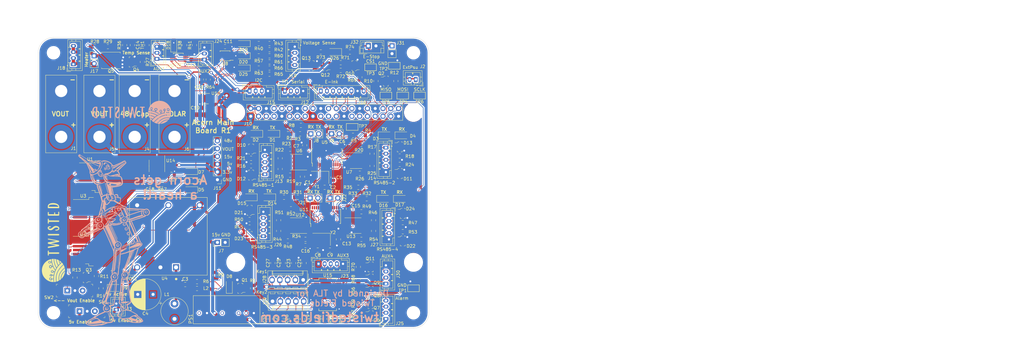
<source format=kicad_pcb>
(kicad_pcb (version 20171130) (host pcbnew 5.1.6-c6e7f7d~86~ubuntu18.04.1)
  (layers (0 F.Cu signal) (31 B.Cu signal) (34 B.Paste user) (35 F.Paste user) (36 B.SilkS user hide) (37 F.SilkS user) (38 B.Mask user hide) (39 F.Mask user hide) (44 Edge.Cuts user))
  (net 0 "")
  (net 1 "Net-(C1-Pad2)")
  (net 2 GND)
  (net 3 "Net-(C2-Pad1)")
  (net 4 +3V3)
  (net 5 "Net-(C8-Pad2)")
  (net 6 "Net-(POT1-Pad2)")
  (net 7 +5V)
  (net 8 CS1)
  (net 9 MOSI)
  (net 10 MISO)
  (net 11 SCLK)
  (net 12 CS2)
  (net 13 "Net-(D1-Pad1)")
  (net 14 +48V)
  (net 15 SDA)
  (net 16 SCL)
  (net 17 VOUT_FET)
  (net 18 "Net-(Q1-Pad1)")
  (net 19 |VOUT_ENABLE|)
  (net 20 VOUT)
  (net 21 VOUT_ISENSE)
  (net 22 A4)
  (net 23 "Net-(D4-Pad1)")
  (net 24 A1)
  (net 25 A2)
  (net 26 A5)
  (net 27 A3)
  (net 28 IRQ2)
  (net 29 ESTOP_FET)
  (net 30 IRQ1)
  (net 31 18VMAXIN)
  (net 32 36VMAXIN)
  (net 33 54VMAXIN)
  (net 34 "Net-(Q2-Pad3)")
  (net 35 "Net-(Q2-Pad1)")
  (net 36 "Net-(Q3-Pad1)")
  (net 37 ESTOP)
  (net 38 "Net-(D2-Pad1)")
  (net 39 "Net-(D3-Pad1)")
  (net 40 "Net-(D5-Pad2)")
  (net 41 "Net-(D6-Pad2)")
  (net 42 "Net-(D7-Pad2)")
  (net 43 "Net-(D21-Pad1)")
  (net 44 "Net-(D22-Pad1)")
  (net 45 "Net-(D23-Pad1)")
  (net 46 "Net-(D24-Pad1)")
  (net 47 TX3)
  (net 48 RX3)
  (net 49 RX4)
  (net 50 TX4)
  (net 51 "Net-(R7-Pad1)")
  (net 52 TX1)
  (net 53 RX1)
  (net 54 TX2)
  (net 55 RX2)
  (net 56 A8)
  (net 57 A7)
  (net 58 A6)
  (net 59 "Net-(J3-Pad1)")
  (net 60 "Net-(L1-Pad1)")
  (net 61 "Net-(D9-Pad1)")
  (net 62 "Net-(Q3-Pad3)")
  (net 63 "Net-(Q4-Pad1)")
  (net 64 SOLARIN)
  (net 65 "Net-(D10-Pad1)")
  (net 66 "Net-(D10-Pad2)")
  (net 67 "Net-(D11-Pad2)")
  (net 68 "Net-(D11-Pad1)")
  (net 69 "Net-(D12-Pad2)")
  (net 70 "Net-(D12-Pad1)")
  (net 71 "Net-(D13-Pad1)")
  (net 72 "Net-(D14-Pad1)")
  (net 73 "Net-(D15-Pad1)")
  (net 74 "Net-(D16-Pad1)")
  (net 75 "Net-(D21-Pad2)")
  (net 76 "Net-(D22-Pad2)")
  (net 77 "Net-(D23-Pad2)")
  (net 78 "Net-(C9-Pad1)")
  (net 79 GP0)
  (net 80 GP4)
  (net 81 GP1)
  (net 82 GP5)
  (net 83 GP2)
  (net 84 GP6)
  (net 85 GP3)
  (net 86 GP7)
  (net 87 15V_REMOTE)
  (net 88 "Net-(D13-Pad2)")
  (net 89 "Net-(D17-Pad1)")
  (net 90 "Net-(D24-Pad2)")
  (net 91 "Net-(D26-Pad1)")
  (net 92 GPIO_INT)
  (net 93 +15V)
  (net 94 "Net-(L2-Pad1)")
  (net 95 "Net-(Q6-Pad1)")
  (net 96 "Net-(Q7-Pad1)")
  (net 97 GP8)
  (net 98 GP9)
  (net 99 GP10)
  (net 100 EXT_PSU_ENABLE)
  (net 101 TX)
  (net 102 RX)
  (net 103 EXT_PSU_FET)
  (net 104 GP13)
  (net 105 GP14)
  (net 106 GP15)
  (net 107 "Net-(Q8-Pad1)")
  (net 108 "Net-(Q9-Pad1)")
  (net 109 "Net-(Q10-Pad1)")
  (net 110 GP11)
  (net 111 GP12)
  (net 112 "Net-(C18-Pad2)")
  (net 113 "Net-(C20-Pad1)")
  (net 114 EPD_RESET)
  (net 115 EPD_BUSY)
  (net 116 EPD_DIN)
  (net 117 EPD_DC)
  (net 118 EPD_SCK)
  (net 119 EPD_CS)
  (net 120 PWM_HEATER)
  (net 121 "Net-(J17-Pad1)")
  (net 122 "Net-(J25-Pad2)")
  (net 123 "Net-(J25-Pad3)")
  (net 124 "Net-(J25-Pad4)")
  (net 125 "Net-(J30-Pad2)")
  (net 126 "Net-(J30-Pad3)")
  (net 127 "Net-(Q4-Pad3)")
  (net 128 "Net-(Q10-Pad3)")
  (net 129 "Net-(Q11-Pad1)")
  (net 130 "Net-(Q12-Pad1)")
  (net 131 "Net-(Q13-Pad3)")
  (net 132 "Net-(R34-Pad1)")
  (net 133 "Net-(R40-Pad1)")
  (net 134 "Net-(R57-Pad1)")
  (net 135 "Net-(R58-Pad1)")
  (net 136 "Net-(R62-Pad2)")
  (net 137 "Net-(R63-Pad1)")
  (net 138 "Net-(Q5-Pad4)")
  (module artwork:logo1 (layer B.Cu) (at 71 64.5 180)
    (fp_text reference G*** hide)
    (fp_text value LOGO hide)
  )
  (module artwork:logo2_mask (layer B.Cu) (at 70.5 64.5 180)
    (fp_text reference G*** hide)
    (fp_text value LOGO hide)
  )
  (module artwork:logo2_mask (layer F.Cu) (at 52.5 99.5 90)
    (fp_text reference G*** hide)
    (fp_text value LOGO hide)
  )
  (module artwork:logo1 (layer F.Cu) (at 52.5 100 90)
    (fp_text reference G*** hide)
    (fp_text value LOGO hide)
  )
  (module artwork:tin_woodsman (layer B.Cu) (at 72.25 106.25 180)
    (fp_text reference G*** hide)
    (fp_text value LOGO hide)
  )
  (module digikey-footprints:SOT-23-3 (layer F.Cu) (at 63 118.5 180)
    (fp_text reference Q3 (at -1 2.5) (layer F.SilkS))
    (fp_text value 2N7002)
    (pad 1 smd rect (at -1.05 -0.95 180) (size 1.3 0.6) (layers F.Cu F.Paste F.Mask) (net 36 "Net-(Q3-Pad1)"))
    (pad 2 smd rect (at -1.05 0.95 180) (size 1.3 0.6) (layers F.Cu F.Paste F.Mask) (net 2 GND))
    (pad 3 smd rect (at 1.05 0 180) (size 1.3 0.6) (layers F.Cu F.Paste F.Mask) (net 62 "Net-(Q3-Pad3)"))
  )
  (module digikey-footprints:SOT-23-3 (layer F.Cu) (at 150.75 49.25 180)
    (fp_text reference Q10 (at 1.5 -2.5) (layer F.SilkS))
    (fp_text value 2N7002)
    (pad 1 smd rect (at -1.05 -0.95 180) (size 1.3 0.6) (layers F.Cu F.Paste F.Mask) (net 109 "Net-(Q10-Pad1)"))
    (pad 2 smd rect (at -1.05 0.95 180) (size 1.3 0.6) (layers F.Cu F.Paste F.Mask) (net 2 GND))
    (pad 3 smd rect (at 1.05 0 180) (size 1.3 0.6) (layers F.Cu F.Paste F.Mask) (net 128 "Net-(Q10-Pad3)"))
  )
  (module digikey-footprints:SOT-23-3 (layer F.Cu) (at 141.25 49.25 180)
    (fp_text reference Q12 (at 0 -3) (layer F.SilkS))
    (fp_text value AO3401A)
    (pad 1 smd rect (at -1.05 -0.95 180) (size 1.3 0.6) (layers F.Cu F.Paste F.Mask) (net 130 "Net-(Q12-Pad1)"))
    (pad 2 smd rect (at -1.05 0.95 180) (size 1.3 0.6) (layers F.Cu F.Paste F.Mask) (net 7 +5V))
    (pad 3 smd rect (at 1.05 0 180) (size 1.3 0.6) (layers F.Cu F.Paste F.Mask) (net 37 ESTOP))
  )
  (module digikey-footprints:SOT-23-3 (layer F.Cu) (at 136.75 49.25 180)
    (fp_text reference Q13 (at 1.75 2.5) (layer F.SilkS))
    (fp_text value 2N7002)
    (pad 1 smd rect (at -1.05 -0.95 180) (size 1.3 0.6) (layers F.Cu F.Paste F.Mask) (net 130 "Net-(Q12-Pad1)"))
    (pad 2 smd rect (at -1.05 0.95 180) (size 1.3 0.6) (layers F.Cu F.Paste F.Mask) (net 2 GND))
    (pad 3 smd rect (at 1.05 0 180) (size 1.3 0.6) (layers F.Cu F.Paste F.Mask) (net 131 "Net-(Q13-Pad3)"))
  )
  (module digikey-footprints:SOT-23-3 (layer F.Cu) (at 117 76.5 180)
    (fp_text reference D10 (at 3.2 1.3) (layer F.SilkS))
    (fp_text value CDSOT23-SM712)
    (pad 1 smd rect (at -1.05 -0.95 180) (size 1.3 0.6) (layers F.Cu F.Paste F.Mask) (net 65 "Net-(D10-Pad1)"))
    (pad 2 smd rect (at -1.05 0.95 180) (size 1.3 0.6) (layers F.Cu F.Paste F.Mask) (net 66 "Net-(D10-Pad2)"))
    (pad 3 smd rect (at 1.05 0 180) (size 1.3 0.6) (layers F.Cu F.Paste F.Mask) (net 2 GND))
  )
  (module digikey-footprints:SOT-23-3 (layer F.Cu) (at 165.5 84.5)
    (fp_text reference D11 (at 2.7 1.7) (layer F.SilkS))
    (fp_text value CDSOT23-SM712)
    (pad 1 smd rect (at -1.05 -0.95) (size 1.3 0.6) (layers F.Cu F.Paste F.Mask) (net 68 "Net-(D11-Pad1)"))
    (pad 2 smd rect (at -1.05 0.95) (size 1.3 0.6) (layers F.Cu F.Paste F.Mask) (net 67 "Net-(D11-Pad2)"))
    (pad 3 smd rect (at 1.05 0) (size 1.3 0.6) (layers F.Cu F.Paste F.Mask) (net 2 GND))
  )
  (module digikey-footprints:SOT-23-3 (layer F.Cu) (at 117 85 180)
    (fp_text reference D12 (at 3.2 -1.2) (layer F.SilkS))
    (fp_text value CDSOT23-SM712)
    (pad 1 smd rect (at -1.05 -0.95 180) (size 1.3 0.6) (layers F.Cu F.Paste F.Mask) (net 70 "Net-(D12-Pad1)"))
    (pad 2 smd rect (at -1.05 0.95 180) (size 1.3 0.6) (layers F.Cu F.Paste F.Mask) (net 69 "Net-(D12-Pad2)"))
    (pad 3 smd rect (at 1.05 0 180) (size 1.3 0.6) (layers F.Cu F.Paste F.Mask) (net 2 GND))
  )
  (module digikey-footprints:SOT-23-3 (layer F.Cu) (at 165.5 75.75)
    (fp_text reference D13 (at 2.7 -1.3) (layer F.SilkS))
    (fp_text value CDSOT23-SM712)
    (pad 1 smd rect (at -1.05 -0.95) (size 1.3 0.6) (layers F.Cu F.Paste F.Mask) (net 71 "Net-(D13-Pad1)"))
    (pad 2 smd rect (at -1.05 0.95) (size 1.3 0.6) (layers F.Cu F.Paste F.Mask) (net 88 "Net-(D13-Pad2)"))
    (pad 3 smd rect (at 1.05 0) (size 1.3 0.6) (layers F.Cu F.Paste F.Mask) (net 2 GND))
  )
  (module digikey-footprints:SOT-23-3 (layer F.Cu) (at 116.5 96.5 180)
    (fp_text reference D21 (at 3.5 -0.75) (layer F.SilkS))
    (fp_text value CDSOT23-SM712)
    (pad 1 smd rect (at -1.05 -0.95 180) (size 1.3 0.6) (layers F.Cu F.Paste F.Mask) (net 43 "Net-(D21-Pad1)"))
    (pad 2 smd rect (at -1.05 0.95 180) (size 1.3 0.6) (layers F.Cu F.Paste F.Mask) (net 75 "Net-(D21-Pad2)"))
    (pad 3 smd rect (at 1.05 0 180) (size 1.3 0.6) (layers F.Cu F.Paste F.Mask) (net 2 GND))
  )
  (module digikey-footprints:SOT-23-3 (layer F.Cu) (at 166.5 106.5)
    (fp_text reference D22 (at 2.7 1.7) (layer F.SilkS))
    (fp_text value CDSOT23-SM712)
    (pad 1 smd rect (at -1.05 -0.95) (size 1.3 0.6) (layers F.Cu F.Paste F.Mask) (net 44 "Net-(D22-Pad1)"))
    (pad 2 smd rect (at -1.05 0.95) (size 1.3 0.6) (layers F.Cu F.Paste F.Mask) (net 76 "Net-(D22-Pad2)"))
    (pad 3 smd rect (at 1.05 0) (size 1.3 0.6) (layers F.Cu F.Paste F.Mask) (net 2 GND))
  )
  (module digikey-footprints:SOT-23-3 (layer F.Cu) (at 116.5 105 180)
    (fp_text reference D23 (at 3.5 -0.75) (layer F.SilkS))
    (fp_text value CDSOT23-SM712)
    (pad 1 smd rect (at -1.05 -0.95 180) (size 1.3 0.6) (layers F.Cu F.Paste F.Mask) (net 45 "Net-(D23-Pad1)"))
    (pad 2 smd rect (at -1.05 0.95 180) (size 1.3 0.6) (layers F.Cu F.Paste F.Mask) (net 77 "Net-(D23-Pad2)"))
    (pad 3 smd rect (at 1.05 0 180) (size 1.3 0.6) (layers F.Cu F.Paste F.Mask) (net 2 GND))
  )
  (module digikey-footprints:SOT-23-3 (layer F.Cu) (at 166.5 97.5)
    (fp_text reference D24 (at 2.5 -1.5) (layer F.SilkS))
    (fp_text value CDSOT23-SM712)
    (pad 1 smd rect (at -1.05 -0.95) (size 1.3 0.6) (layers F.Cu F.Paste F.Mask) (net 46 "Net-(D24-Pad1)"))
    (pad 2 smd rect (at -1.05 0.95) (size 1.3 0.6) (layers F.Cu F.Paste F.Mask) (net 90 "Net-(D24-Pad2)"))
    (pad 3 smd rect (at 1.05 0) (size 1.3 0.6) (layers F.Cu F.Paste F.Mask) (net 2 GND))
  )
  (module digikey-footprints:SOT-23-3 (layer F.Cu) (at 113.5 122 180)
    (fp_text reference Q1 (at -1.4 2.7) (layer F.SilkS))
    (fp_text value 2N7002)
    (pad 1 smd rect (at -1.05 -0.95 180) (size 1.3 0.6) (layers F.Cu F.Paste F.Mask) (net 18 "Net-(Q1-Pad1)"))
    (pad 2 smd rect (at -1.05 0.95 180) (size 1.3 0.6) (layers F.Cu F.Paste F.Mask) (net 2 GND))
    (pad 3 smd rect (at 1.05 0 180) (size 1.3 0.6) (layers F.Cu F.Paste F.Mask) (net 87 15V_REMOTE))
  )
  (module digikey-footprints:SOT-23-3 (layer F.Cu) (at 156 131)
    (fp_text reference Q6 (at 2 1.4) (layer F.SilkS))
    (fp_text value 2N7002)
    (pad 1 smd rect (at -1.05 -0.95) (size 1.3 0.6) (layers F.Cu F.Paste F.Mask) (net 95 "Net-(Q6-Pad1)"))
    (pad 2 smd rect (at -1.05 0.95) (size 1.3 0.6) (layers F.Cu F.Paste F.Mask) (net 2 GND))
    (pad 3 smd rect (at 1.05 0) (size 1.3 0.6) (layers F.Cu F.Paste F.Mask) (net 122 "Net-(J25-Pad2)"))
  )
  (module digikey-footprints:SOT-23-3 (layer F.Cu) (at 156 127)
    (fp_text reference Q7 (at 2 1.4) (layer F.SilkS))
    (fp_text value 2N7002)
    (pad 1 smd rect (at -1.05 -0.95) (size 1.3 0.6) (layers F.Cu F.Paste F.Mask) (net 96 "Net-(Q7-Pad1)"))
    (pad 2 smd rect (at -1.05 0.95) (size 1.3 0.6) (layers F.Cu F.Paste F.Mask) (net 2 GND))
    (pad 3 smd rect (at 1.05 0) (size 1.3 0.6) (layers F.Cu F.Paste F.Mask) (net 123 "Net-(J25-Pad3)"))
  )
  (module digikey-footprints:SOT-23-3 (layer F.Cu) (at 156 123)
    (fp_text reference Q8 (at 2 1.4) (layer F.SilkS))
    (fp_text value 2N7002)
    (pad 1 smd rect (at -1.05 -0.95) (size 1.3 0.6) (layers F.Cu F.Paste F.Mask) (net 107 "Net-(Q8-Pad1)"))
    (pad 2 smd rect (at -1.05 0.95) (size 1.3 0.6) (layers F.Cu F.Paste F.Mask) (net 2 GND))
    (pad 3 smd rect (at 1.05 0) (size 1.3 0.6) (layers F.Cu F.Paste F.Mask) (net 124 "Net-(J25-Pad4)"))
  )
  (module digikey-footprints:SOT-23-3 (layer F.Cu) (at 161 54.25)
    (fp_text reference Q2 (at -1.5 -2.5) (layer F.SilkS))
    (fp_text value 2N7002)
    (pad 1 smd rect (at -1.05 -0.95) (size 1.3 0.6) (layers F.Cu F.Paste F.Mask) (net 35 "Net-(Q2-Pad1)"))
    (pad 2 smd rect (at -1.05 0.95) (size 1.3 0.6) (layers F.Cu F.Paste F.Mask) (net 2 GND))
    (pad 3 smd rect (at 1.05 0) (size 1.3 0.6) (layers F.Cu F.Paste F.Mask) (net 34 "Net-(Q2-Pad3)"))
  )
  (module digikey-footprints:SOT-23-3 (layer F.Cu) (at 156 119)
    (fp_text reference Q9 (at 2 1.2) (layer F.SilkS))
    (fp_text value 2N7002)
    (pad 1 smd rect (at -1.05 -0.95) (size 1.3 0.6) (layers F.Cu F.Paste F.Mask) (net 108 "Net-(Q9-Pad1)"))
    (pad 2 smd rect (at -1.05 0.95) (size 1.3 0.6) (layers F.Cu F.Paste F.Mask) (net 2 GND))
    (pad 3 smd rect (at 1.05 0) (size 1.3 0.6) (layers F.Cu F.Paste F.Mask) (net 125 "Net-(J30-Pad2)"))
  )
  (module digikey-footprints:SOT-23-3 (layer F.Cu) (at 156 115)
    (fp_text reference Q11 (at -0.1 -2.7) (layer F.SilkS))
    (fp_text value 2N7002)
    (pad 1 smd rect (at -1.05 -0.95) (size 1.3 0.6) (layers F.Cu F.Paste F.Mask) (net 129 "Net-(Q11-Pad1)"))
    (pad 2 smd rect (at -1.05 0.95) (size 1.3 0.6) (layers F.Cu F.Paste F.Mask) (net 2 GND))
    (pad 3 smd rect (at 1.05 0) (size 1.3 0.6) (layers F.Cu F.Paste F.Mask) (net 126 "Net-(J30-Pad3)"))
  )
  (module twisted_library:BigWirePads (layer F.Cu) (at 79 65 270)
    (fp_text reference J4 (at 11.5 -4 180) (layer F.SilkS))
    (fp_text value Conn_01x02)
    (pad 2 thru_hole circle (at 7.5 0 270) (size 8 8) (drill 4) (layers *.Cu *.Mask) (net 14 +48V))
    (pad 1 thru_hole circle (at -7.5 0 270) (size 8 8) (drill 4) (layers *.Cu *.Mask) (net 2 GND))
  )
  (module twisted_library:BigWirePads (layer F.Cu) (at 67.5 65 270)
    (fp_text reference J5 (at 11.5 -4 180) (layer F.SilkS))
    (fp_text value Conn_01x02)
    (pad 2 thru_hole circle (at 7.5 0 270) (size 8 8) (drill 4) (layers *.Cu *.Mask) (net 20 VOUT))
    (pad 1 thru_hole circle (at -7.5 0 270) (size 8 8) (drill 4) (layers *.Cu *.Mask) (net 2 GND))
  )
  (module twisted_library:BigWirePads (layer F.Cu) (at 92 65 270)
    (fp_text reference J6 (at 11.5 -4 180) (layer F.SilkS))
    (fp_text value Conn_01x02)
    (pad 2 thru_hole circle (at 7.5 0 270) (size 8 8) (drill 4) (layers *.Cu *.Mask) (net 64 SOLARIN))
    (pad 1 thru_hole circle (at -7.5 0 270) (size 8 8) (drill 4) (layers *.Cu *.Mask) (net 2 GND))
  )
  (module twisted_library:BigWirePads (layer F.Cu) (at 55 65 270)
    (fp_text reference J1 (at 11.25 -4 180) (layer F.SilkS))
    (fp_text value Conn_01x02)
    (pad 2 thru_hole circle (at 7.5 0 270) (size 8 8) (drill 4) (layers *.Cu *.Mask) (net 20 VOUT))
    (pad 1 thru_hole circle (at -7.5 0 270) (size 8 8) (drill 4) (layers *.Cu *.Mask) (net 2 GND))
  )
  (module Resistor_SMD:R_0805_2012Metric (layer F.Cu) (at 149.25 44.75)
    (fp_text reference R74 (at 0 -1.65) (layer F.SilkS))
    (fp_text value 220R)
    (pad 1 smd roundrect (at -0.9375 0) (size 0.975 1.4) (layers F.Cu F.Paste F.Mask) (net 91 "Net-(D26-Pad1)"))
    (pad 2 smd roundrect (at 0.9375 0) (size 0.975 1.4) (layers F.Cu F.Paste F.Mask) (net 2 GND))
  )
  (module library:CONV_PDQ30-Q48-S5-D (layer F.Cu) (at 90 105 180)
    (fp_text reference U4 (at 1.25 -13.75) (layer F.SilkS) (effects (font (size 1.003276 1.003276))))
    (fp_text value PDQ30-Q48-S5-D)
    (pad 1 thru_hole rect (at -2.5 -10.15 180) (size 2 2) (drill 1.3) (layers *.Cu *.Mask) (net 60 "Net-(L1-Pad1)"))
    (pad 2 thru_hole circle (at 2.6 -10.15 180) (size 2 2) (drill 1.3) (layers *.Cu *.Mask) (net 2 GND))
    (pad 3 thru_hole circle (at -10.2 10.15 180) (size 2 2) (drill 1.3) (layers *.Cu *.Mask) (net 7 +5V))
    (pad 4 thru_hole circle (at 0 10.15 180) (size 2 2) (drill 1.3) (layers *.Cu *.Mask) (net 6 "Net-(POT1-Pad2)"))
    (pad 5 thru_hole circle (at 10.2 10.15 180) (size 2 2) (drill 1.3) (layers *.Cu *.Mask) (net 2 GND))
    (pad 6 thru_hole circle (at 10.2 -10.15 180) (size 2 2) (drill 1.3) (layers *.Cu *.Mask) (net 59 "Net-(J3-Pad1)"))
  )
  (module Inductor_THT:L_Radial_D8.7mm_P5.00mm_Fastron_07HCP (layer F.Cu) (at 92 127 270)
    (fp_text reference L1 (at -3 2.5 180) (layer F.SilkS))
    (fp_text value L)
    (pad 1 thru_hole circle (at 0 0 270) (size 2.6 2.6) (drill 1.3) (layers *.Cu *.Mask) (net 60 "Net-(L1-Pad1)"))
    (pad 2 thru_hole circle (at 5 0 270) (size 2.6 2.6) (drill 1.3) (layers *.Cu *.Mask) (net 14 +48V))
  )
  (module Connector_JST:JST_PH_B5B-PH-K_1x05_P2.00mm_Vertical (layer F.Cu) (at 121.5 84.75 90)
    (fp_text reference J13 (at -2.25 4.5 180) (layer F.SilkS))
    (fp_text value Conn_01x05)
    (pad 5 thru_hole oval (at 8 0 90) (size 1.2 1.75) (drill 0.75) (layers *.Cu *.Mask) (net 2 GND))
    (pad 4 thru_hole oval (at 6 0 90) (size 1.2 1.75) (drill 0.75) (layers *.Cu *.Mask) (net 66 "Net-(D10-Pad2)"))
    (pad 3 thru_hole oval (at 4 0 90) (size 1.2 1.75) (drill 0.75) (layers *.Cu *.Mask) (net 65 "Net-(D10-Pad1)"))
    (pad 2 thru_hole oval (at 2 0 90) (size 1.2 1.75) (drill 0.75) (layers *.Cu *.Mask) (net 69 "Net-(D12-Pad2)"))
    (pad 1 thru_hole roundrect (at 0 0 90) (size 1.2 1.75) (drill 0.75) (layers *.Cu *.Mask) (roundrect_rratio 0.208333) (net 70 "Net-(D12-Pad1)"))
  )
  (module RPi_Hat:RPi_Hat_Mounting_Hole (layer F.Cu) (at 170 64.5)
    (fp_text reference "" hide)
    (fp_text value "" hide)
    (pad "" np_thru_hole circle (at 0 0) (size 2.75 2.75) (drill 2.75) (layers *.Cu *.Mask) (clearance 1.725))
  )
  (module RPi_Hat:RPi_Hat_Mounting_Hole (layer F.Cu) (at 170 113.5)
    (fp_text reference "" hide)
    (fp_text value "" hide)
    (pad "" np_thru_hole circle (at 0 0) (size 2.75 2.75) (drill 2.75) (layers *.Cu *.Mask) (clearance 1.725))
  )
  (module RPi_Hat:RPi_Hat_Mounting_Hole (layer F.Cu) (at 112 113.5)
    (fp_text reference "" hide)
    (fp_text value "" hide)
    (pad "" np_thru_hole circle (at 0 0) (size 2.75 2.75) (drill 2.75) (layers *.Cu *.Mask) (clearance 1.725))
  )
  (module RPi_Hat:RPi_Hat_Mounting_Hole (layer F.Cu) (at 112 64.5)
    (fp_text reference "" hide)
    (fp_text value "" hide)
    (pad "" np_thru_hole circle (at 0 0) (size 2.75 2.75) (drill 2.75) (layers *.Cu *.Mask) (clearance 1.725))
  )
  (module Connector_PinHeader_2.54mm:PinHeader_2x20_P2.54mm_Vertical (layer F.Cu) (at 116.88 65.76 90)
    (fp_text reference J10 (at -2.44 -0.88 180) (layer F.SilkS))
    (fp_text value RPi_GPIO)
    (pad 1 thru_hole rect (at 0 0 90) (size 1.7 1.7) (drill 1) (layers *.Cu *.Mask) (net 4 +3V3))
    (pad 2 thru_hole oval (at 2.54 0 90) (size 1.7 1.7) (drill 1) (layers *.Cu *.Mask) (net 7 +5V))
    (pad 3 thru_hole oval (at 0 2.54 90) (size 1.7 1.7) (drill 1) (layers *.Cu *.Mask) (net 15 SDA))
    (pad 4 thru_hole oval (at 2.54 2.54 90) (size 1.7 1.7) (drill 1) (layers *.Cu *.Mask) (net 7 +5V))
    (pad 5 thru_hole oval (at 0 5.08 90) (size 1.7 1.7) (drill 1) (layers *.Cu *.Mask) (net 16 SCL))
    (pad 6 thru_hole oval (at 2.54 5.08 90) (size 1.7 1.7) (drill 1) (layers *.Cu *.Mask) (net 2 GND))
    (pad 7 thru_hole oval (at 0 7.62 90) (size 1.7 1.7) (drill 1) (layers *.Cu *.Mask))
    (pad 8 thru_hole oval (at 2.54 7.62 90) (size 1.7 1.7) (drill 1) (layers *.Cu *.Mask) (net 101 TX))
    (pad 9 thru_hole oval (at 0 10.16 90) (size 1.7 1.7) (drill 1) (layers *.Cu *.Mask) (net 2 GND))
    (pad 10 thru_hole oval (at 2.54 10.16 90) (size 1.7 1.7) (drill 1) (layers *.Cu *.Mask) (net 102 RX))
    (pad 11 thru_hole oval (at 0 12.7 90) (size 1.7 1.7) (drill 1) (layers *.Cu *.Mask) (net 114 EPD_RESET))
    (pad 12 thru_hole oval (at 2.54 12.7 90) (size 1.7 1.7) (drill 1) (layers *.Cu *.Mask) (net 8 CS1))
    (pad 13 thru_hole oval (at 0 15.24 90) (size 1.7 1.7) (drill 1) (layers *.Cu *.Mask) (net 28 IRQ2))
    (pad 14 thru_hole oval (at 2.54 15.24 90) (size 1.7 1.7) (drill 1) (layers *.Cu *.Mask) (net 2 GND))
    (pad 15 thru_hole oval (at 0 17.78 90) (size 1.7 1.7) (drill 1) (layers *.Cu *.Mask) (net 92 GPIO_INT))
    (pad 16 thru_hole oval (at 2.54 17.78 90) (size 1.7 1.7) (drill 1) (layers *.Cu *.Mask))
    (pad 17 thru_hole oval (at 0 20.32 90) (size 1.7 1.7) (drill 1) (layers *.Cu *.Mask) (net 4 +3V3))
    (pad 18 thru_hole oval (at 2.54 20.32 90) (size 1.7 1.7) (drill 1) (layers *.Cu *.Mask) (net 115 EPD_BUSY))
    (pad 19 thru_hole oval (at 0 22.86 90) (size 1.7 1.7) (drill 1) (layers *.Cu *.Mask) (net 116 EPD_DIN))
    (pad 20 thru_hole oval (at 2.54 22.86 90) (size 1.7 1.7) (drill 1) (layers *.Cu *.Mask) (net 2 GND))
    (pad 21 thru_hole oval (at 0 25.4 90) (size 1.7 1.7) (drill 1) (layers *.Cu *.Mask))
    (pad 22 thru_hole oval (at 2.54 25.4 90) (size 1.7 1.7) (drill 1) (layers *.Cu *.Mask) (net 117 EPD_DC))
    (pad 23 thru_hole oval (at 0 27.94 90) (size 1.7 1.7) (drill 1) (layers *.Cu *.Mask) (net 118 EPD_SCK))
    (pad 24 thru_hole oval (at 2.54 27.94 90) (size 1.7 1.7) (drill 1) (layers *.Cu *.Mask) (net 119 EPD_CS))
    (pad 25 thru_hole oval (at 0 30.48 90) (size 1.7 1.7) (drill 1) (layers *.Cu *.Mask) (net 2 GND))
    (pad 26 thru_hole oval (at 2.54 30.48 90) (size 1.7 1.7) (drill 1) (layers *.Cu *.Mask))
    (pad 27 thru_hole oval (at 0 33.02 90) (size 1.7 1.7) (drill 1) (layers *.Cu *.Mask))
    (pad 28 thru_hole oval (at 2.54 33.02 90) (size 1.7 1.7) (drill 1) (layers *.Cu *.Mask))
    (pad 29 thru_hole oval (at 0 35.56 90) (size 1.7 1.7) (drill 1) (layers *.Cu *.Mask) (net 17 VOUT_FET))
    (pad 30 thru_hole oval (at 2.54 35.56 90) (size 1.7 1.7) (drill 1) (layers *.Cu *.Mask) (net 2 GND))
    (pad 31 thru_hole oval (at 0 38.1 90) (size 1.7 1.7) (drill 1) (layers *.Cu *.Mask) (net 29 ESTOP_FET))
    (pad 32 thru_hole oval (at 2.54 38.1 90) (size 1.7 1.7) (drill 1) (layers *.Cu *.Mask) (net 12 CS2))
    (pad 33 thru_hole oval (at 0 40.64 90) (size 1.7 1.7) (drill 1) (layers *.Cu *.Mask) (net 120 PWM_HEATER))
    (pad 34 thru_hole oval (at 2.54 40.64 90) (size 1.7 1.7) (drill 1) (layers *.Cu *.Mask) (net 2 GND))
    (pad 35 thru_hole oval (at 0 43.18 90) (size 1.7 1.7) (drill 1) (layers *.Cu *.Mask) (net 10 MISO))
    (pad 36 thru_hole oval (at 2.54 43.18 90) (size 1.7 1.7) (drill 1) (layers *.Cu *.Mask) (net 103 EXT_PSU_FET))
    (pad 37 thru_hole oval (at 0 45.72 90) (size 1.7 1.7) (drill 1) (layers *.Cu *.Mask) (net 30 IRQ1))
    (pad 38 thru_hole oval (at 2.54 45.72 90) (size 1.7 1.7) (drill 1) (layers *.Cu *.Mask) (net 9 MOSI))
    (pad 39 thru_hole oval (at 0 48.26 90) (size 1.7 1.7) (drill 1) (layers *.Cu *.Mask) (net 2 GND))
    (pad 40 thru_hole oval (at 2.54 48.26 90) (size 1.7 1.7) (drill 1) (layers *.Cu *.Mask) (net 11 SCLK))
  )
  (module Capacitor_SMD:C_0805_2012Metric (layer F.Cu) (at 135.5 89)
    (fp_text reference C1 (at 0 -1.65) (layer F.SilkS))
    (fp_text value 18pF)
    (pad 2 smd roundrect (at 0.9375 0) (size 0.975 1.4) (layers F.Cu F.Paste F.Mask) (net 1 "Net-(C1-Pad2)"))
    (pad 1 smd roundrect (at -0.9375 0) (size 0.975 1.4) (layers F.Cu F.Paste F.Mask) (net 2 GND))
  )
  (module Capacitor_SMD:C_0805_2012Metric (layer F.Cu) (at 141 89)
    (fp_text reference C2 (at 2.75 0) (layer F.SilkS))
    (fp_text value 18pF)
    (pad 1 smd roundrect (at -0.9375 0) (size 0.975 1.4) (layers F.Cu F.Paste F.Mask) (net 3 "Net-(C2-Pad1)"))
    (pad 2 smd roundrect (at 0.9375 0) (size 0.975 1.4) (layers F.Cu F.Paste F.Mask) (net 2 GND))
  )
  (module Capacitor_SMD:C_0805_2012Metric (layer F.Cu) (at 143.75 85.75 90)
    (fp_text reference C5 (at 0 2 180) (layer F.SilkS))
    (fp_text value 0.1uF)
    (pad 2 smd roundrect (at 0.9375 0 90) (size 0.975 1.4) (layers F.Cu F.Paste F.Mask) (net 4 +3V3))
    (pad 1 smd roundrect (at -0.9375 0 90) (size 0.975 1.4) (layers F.Cu F.Paste F.Mask) (net 2 GND))
  )
  (module Capacitor_SMD:C_0805_2012Metric (layer F.Cu) (at 148.75 75.25 90)
    (fp_text reference C6 (at 1.25 -2 180) (layer F.SilkS))
    (fp_text value 0.1uF)
    (pad 2 smd roundrect (at 0.9375 0 90) (size 0.975 1.4) (layers F.Cu F.Paste F.Mask) (net 2 GND))
    (pad 1 smd roundrect (at -0.9375 0 90) (size 0.975 1.4) (layers F.Cu F.Paste F.Mask) (net 4 +3V3))
  )
  (module Capacitor_SMD:C_0805_2012Metric (layer F.Cu) (at 134.5 75.25 90)
    (fp_text reference C7 (at -0.25 -2.75 180) (layer F.SilkS))
    (fp_text value 0.1uF)
    (pad 1 smd roundrect (at -0.9375 0 90) (size 0.975 1.4) (layers F.Cu F.Paste F.Mask) (net 4 +3V3))
    (pad 2 smd roundrect (at 0.9375 0 90) (size 0.975 1.4) (layers F.Cu F.Paste F.Mask) (net 2 GND))
  )
  (module Capacitor_SMD:C_0805_2012Metric (layer F.Cu) (at 138.75 109.5 180)
    (fp_text reference C8 (at 0 -1.65) (layer F.SilkS))
    (fp_text value 18pF)
    (pad 1 smd roundrect (at -0.9375 0 180) (size 0.975 1.4) (layers F.Cu F.Paste F.Mask) (net 2 GND))
    (pad 2 smd roundrect (at 0.9375 0 180) (size 0.975 1.4) (layers F.Cu F.Paste F.Mask) (net 5 "Net-(C8-Pad2)"))
  )
  (module Capacitor_SMD:C_0805_2012Metric (layer F.Cu) (at 142.75 109.5 180)
    (fp_text reference C9 (at 0 -1.65) (layer F.SilkS))
    (fp_text value 18pF)
    (pad 2 smd roundrect (at 0.9375 0 180) (size 0.975 1.4) (layers F.Cu F.Paste F.Mask) (net 2 GND))
    (pad 1 smd roundrect (at -0.9375 0 180) (size 0.975 1.4) (layers F.Cu F.Paste F.Mask) (net 78 "Net-(C9-Pad1)"))
  )
  (module Capacitor_SMD:C_0805_2012Metric (layer F.Cu) (at 108.5 43 180)
    (fp_text reference C11 (at -1 1.7) (layer F.SilkS))
    (fp_text value 0.1uF)
    (pad 1 smd roundrect (at -0.9375 0 180) (size 0.975 1.4) (layers F.Cu F.Paste F.Mask) (net 2 GND))
    (pad 2 smd roundrect (at 0.9375 0 180) (size 0.975 1.4) (layers F.Cu F.Paste F.Mask) (net 4 +3V3))
  )
  (module Capacitor_SMD:C_0805_2012Metric (layer F.Cu) (at 97.5 46.25 270)
    (fp_text reference C12 (at 2.75 0 180) (layer F.SilkS))
    (fp_text value 0.1uF)
    (pad 1 smd roundrect (at -0.9375 0 270) (size 0.975 1.4) (layers F.Cu F.Paste F.Mask) (net 2 GND))
    (pad 2 smd roundrect (at 0.9375 0 270) (size 0.975 1.4) (layers F.Cu F.Paste F.Mask) (net 4 +3V3))
  )
  (module Capacitor_SMD:C_0805_2012Metric (layer F.Cu) (at 145.5 106 90)
    (fp_text reference C13 (at -1.4 2.7 180) (layer F.SilkS))
    (fp_text value 0.1uF)
    (pad 1 smd roundrect (at -0.9375 0 90) (size 0.975 1.4) (layers F.Cu F.Paste F.Mask) (net 2 GND))
    (pad 2 smd roundrect (at 0.9375 0 90) (size 0.975 1.4) (layers F.Cu F.Paste F.Mask) (net 4 +3V3))
  )
  (module Capacitor_SMD:C_0805_2012Metric (layer F.Cu) (at 148.75 96 90)
    (fp_text reference C15 (at 1 2.45 180) (layer F.SilkS))
    (fp_text value 0.1uF)
    (pad 1 smd roundrect (at -0.9375 0 90) (size 0.975 1.4) (layers F.Cu F.Paste F.Mask) (net 4 +3V3))
    (pad 2 smd roundrect (at 0.9375 0 90) (size 0.975 1.4) (layers F.Cu F.Paste F.Mask) (net 2 GND))
  )
  (module Capacitor_SMD:C_0805_2012Metric (layer F.Cu) (at 134.75 108)
    (fp_text reference C16 (at 0 1.8) (layer F.SilkS))
    (fp_text value 0.1uF)
    (pad 1 smd roundrect (at -0.9375 0) (size 0.975 1.4) (layers F.Cu F.Paste F.Mask) (net 4 +3V3))
    (pad 2 smd roundrect (at 0.9375 0) (size 0.975 1.4) (layers F.Cu F.Paste F.Mask) (net 2 GND))
  )
  (module LED_SMD:LED_1206_3216Metric (layer F.Cu) (at 124.1 71.5 180)
    (fp_text reference D1 (at 0.1 -2) (layer F.SilkS))
    (fp_text value LED)
    (pad 1 smd roundrect (at -1.4 0 180) (size 1.25 1.75) (layers F.Cu F.Paste F.Mask) (roundrect_rratio 0.2) (net 13 "Net-(D1-Pad1)"))
    (pad 2 smd roundrect (at 1.4 0 180) (size 1.25 1.75) (layers F.Cu F.Paste F.Mask) (roundrect_rratio 0.2) (net 4 +3V3))
  )
  (module LED_SMD:LED_1206_3216Metric (layer F.Cu) (at 118.5 71.5 180)
    (fp_text reference D2 (at 0 -2) (layer F.SilkS))
    (fp_text value LED)
    (pad 2 smd roundrect (at 1.4 0 180) (size 1.25 1.75) (layers F.Cu F.Paste F.Mask) (roundrect_rratio 0.2) (net 4 +3V3))
    (pad 1 smd roundrect (at -1.4 0 180) (size 1.25 1.75) (layers F.Cu F.Paste F.Mask) (roundrect_rratio 0.2) (net 38 "Net-(D2-Pad1)"))
  )
  (module LED_SMD:LED_1206_3216Metric (layer F.Cu) (at 160.75 72)
    (fp_text reference D3 (at -3.05 1.1) (layer F.SilkS))
    (fp_text value LED)
    (pad 1 smd roundrect (at -1.4 0) (size 1.25 1.75) (layers F.Cu F.Paste F.Mask) (roundrect_rratio 0.2) (net 39 "Net-(D3-Pad1)"))
    (pad 2 smd roundrect (at 1.4 0) (size 1.25 1.75) (layers F.Cu F.Paste F.Mask) (roundrect_rratio 0.2) (net 4 +3V3))
  )
  (module LED_SMD:LED_1206_3216Metric (layer F.Cu) (at 166.25 72)
    (fp_text reference D4 (at 3.55 0.2) (layer F.SilkS))
    (fp_text value LED)
    (pad 2 smd roundrect (at 1.4 0) (size 1.25 1.75) (layers F.Cu F.Paste F.Mask) (roundrect_rratio 0.2) (net 4 +3V3))
    (pad 1 smd roundrect (at -1.4 0) (size 1.25 1.75) (layers F.Cu F.Paste F.Mask) (roundrect_rratio 0.2) (net 23 "Net-(D4-Pad1)"))
  )
  (module Diode_SMD:D_SOD-123 (layer F.Cu) (at 97.3 89.8 180)
    (fp_text reference D5 (at -3.4 0) (layer F.SilkS))
    (fp_text value D)
    (pad 1 smd rect (at -1.65 0 180) (size 0.9 1.2) (layers F.Cu F.Paste F.Mask) (net 21 VOUT_ISENSE))
    (pad 2 smd rect (at 1.65 0 180) (size 0.9 1.2) (layers F.Cu F.Paste F.Mask) (net 40 "Net-(D5-Pad2)"))
  )
  (module Diode_SMD:D_SOD-123 (layer F.Cu) (at 97.3 86.8 180)
    (fp_text reference D6 (at -3.4 0) (layer F.SilkS))
    (fp_text value D)
    (pad 2 smd rect (at 1.65 0 180) (size 0.9 1.2) (layers F.Cu F.Paste F.Mask) (net 41 "Net-(D6-Pad2)"))
    (pad 1 smd rect (at -1.65 0 180) (size 0.9 1.2) (layers F.Cu F.Paste F.Mask) (net 21 VOUT_ISENSE))
  )
  (module Diode_SMD:D_SOD-123 (layer F.Cu) (at 97.3 83.8 180)
    (fp_text reference D7 (at -3.4 -0.2) (layer F.SilkS))
    (fp_text value D)
    (pad 2 smd rect (at 1.65 0 180) (size 0.9 1.2) (layers F.Cu F.Paste F.Mask) (net 42 "Net-(D7-Pad2)"))
    (pad 1 smd rect (at -1.65 0 180) (size 0.9 1.2) (layers F.Cu F.Paste F.Mask) (net 21 VOUT_ISENSE))
  )
  (module LED_SMD:LED_1206_3216Metric (layer F.Cu) (at 72.3 121.9)
    (fp_text reference D9 (at 3.4 0) (layer F.SilkS))
    (fp_text value LED)
    (pad 2 smd roundrect (at 1.4 0) (size 1.25 1.75) (layers F.Cu F.Paste F.Mask) (roundrect_rratio 0.2) (net 7 +5V))
    (pad 1 smd roundrect (at -1.4 0) (size 1.25 1.75) (layers F.Cu F.Paste F.Mask) (roundrect_rratio 0.2) (net 61 "Net-(D9-Pad1)"))
  )
  (module LED_SMD:LED_1206_3216Metric (layer F.Cu) (at 122.75 92.25 180)
    (fp_text reference D14 (at -1.15 -1.95) (layer F.SilkS))
    (fp_text value LED)
    (pad 1 smd roundrect (at -1.4 0 180) (size 1.25 1.75) (layers F.Cu F.Paste F.Mask) (roundrect_rratio 0.2) (net 72 "Net-(D14-Pad1)"))
    (pad 2 smd roundrect (at 1.4 0 180) (size 1.25 1.75) (layers F.Cu F.Paste F.Mask) (roundrect_rratio 0.2) (net 4 +3V3))
  )
  (module LED_SMD:LED_1206_3216Metric (layer F.Cu) (at 116.75 92.25 180)
    (fp_text reference D15 (at 2.75 -1.95) (layer F.SilkS))
    (fp_text value LED)
    (pad 1 smd roundrect (at -1.4 0 180) (size 1.25 1.75) (layers F.Cu F.Paste F.Mask) (roundrect_rratio 0.2) (net 73 "Net-(D15-Pad1)"))
    (pad 2 smd roundrect (at 1.4 0 180) (size 1.25 1.75) (layers F.Cu F.Paste F.Mask) (roundrect_rratio 0.2) (net 4 +3V3))
  )
  (module LED_SMD:LED_1206_3216Metric (layer F.Cu) (at 160.25 92.75)
    (fp_text reference D16 (at -0.05 2.15) (layer F.SilkS))
    (fp_text value LED)
    (pad 2 smd roundrect (at 1.4 0) (size 1.25 1.75) (layers F.Cu F.Paste F.Mask) (roundrect_rratio 0.2) (net 4 +3V3))
    (pad 1 smd roundrect (at -1.4 0) (size 1.25 1.75) (layers F.Cu F.Paste F.Mask) (roundrect_rratio 0.2) (net 74 "Net-(D16-Pad1)"))
  )
  (module LED_SMD:LED_1206_3216Metric (layer F.Cu) (at 165.75 92.75)
    (fp_text reference D17 (at -0.25 1.95) (layer F.SilkS))
    (fp_text value LED)
    (pad 1 smd roundrect (at -1.4 0) (size 1.25 1.75) (layers F.Cu F.Paste F.Mask) (roundrect_rratio 0.2) (net 89 "Net-(D17-Pad1)"))
    (pad 2 smd roundrect (at 1.4 0) (size 1.25 1.75) (layers F.Cu F.Paste F.Mask) (roundrect_rratio 0.2) (net 4 +3V3))
  )
  (module Diode_SMD:D_SOD-123 (layer F.Cu) (at 114.5 42 180)
    (fp_text reference D19 (at 0 -2) (layer F.SilkS))
    (fp_text value "3.3v Zener")
    (pad 1 smd rect (at -1.65 0 180) (size 0.9 1.2) (layers F.Cu F.Paste F.Mask) (net 24 A1))
    (pad 2 smd rect (at 1.65 0 180) (size 0.9 1.2) (layers F.Cu F.Paste F.Mask) (net 2 GND))
  )
  (module Diode_SMD:D_SOD-123 (layer F.Cu) (at 114.5 46 180)
    (fp_text reference D20 (at 0 -2) (layer F.SilkS))
    (fp_text value "3.3v Zener")
    (pad 1 smd rect (at -1.65 0 180) (size 0.9 1.2) (layers F.Cu F.Paste F.Mask) (net 25 A2))
    (pad 2 smd rect (at 1.65 0 180) (size 0.9 1.2) (layers F.Cu F.Paste F.Mask) (net 2 GND))
  )
  (module Diode_SMD:D_SOD-123 (layer F.Cu) (at 91.75 42.5 90)
    (fp_text reference D18 (at 0 -1.75 90) (layer F.SilkS))
    (fp_text value "3.3v Zener")
    (pad 1 smd rect (at -1.65 0 90) (size 0.9 1.2) (layers F.Cu F.Paste F.Mask) (net 26 A5))
    (pad 2 smd rect (at 1.65 0 90) (size 0.9 1.2) (layers F.Cu F.Paste F.Mask) (net 2 GND))
  )
  (module Diode_SMD:D_SOD-123 (layer F.Cu) (at 114.5 50 180)
    (fp_text reference D25 (at 0 -2) (layer F.SilkS))
    (fp_text value "3.3v Zener")
    (pad 2 smd rect (at 1.65 0 180) (size 0.9 1.2) (layers F.Cu F.Paste F.Mask) (net 2 GND))
    (pad 1 smd rect (at -1.65 0 180) (size 0.9 1.2) (layers F.Cu F.Paste F.Mask) (net 27 A3))
  )
  (module Connector_PinHeader_2.54mm:PinHeader_1x02_P2.54mm_Vertical (layer F.Cu) (at 136.5 71.5 90)
    (fp_text reference J8 (at -2.25 1.75 180) (layer F.SilkS))
    (fp_text value Conn_01x02)
    (pad 2 thru_hole oval (at 0 2.54 90) (size 1.7 1.7) (drill 1) (layers *.Cu *.Mask) (net 47 TX3))
    (pad 1 thru_hole rect (at 0 0 90) (size 1.7 1.7) (drill 1) (layers *.Cu *.Mask) (net 48 RX3))
  )
  (module Connector_PinHeader_2.54mm:PinHeader_1x02_P2.54mm_Vertical (layer F.Cu) (at 143.25 71.5 90)
    (fp_text reference J9 (at -2.25 0 180) (layer F.SilkS))
    (fp_text value Conn_01x02)
    (pad 1 thru_hole rect (at 0 0 90) (size 1.7 1.7) (drill 1) (layers *.Cu *.Mask) (net 49 RX4))
    (pad 2 thru_hole oval (at 0 2.54 90) (size 1.7 1.7) (drill 1) (layers *.Cu *.Mask) (net 50 TX4))
  )
  (module Connector_JST:JST_PH_B5B-PH-K_1x05_P2.00mm_Vertical (layer F.Cu) (at 161 76 270)
    (fp_text reference J14 (at 10 4.5 180) (layer F.SilkS))
    (fp_text value Conn_01x05)
    (pad 1 thru_hole roundrect (at 0 0 270) (size 1.2 1.75) (drill 0.75) (layers *.Cu *.Mask) (roundrect_rratio 0.208333) (net 71 "Net-(D13-Pad1)"))
    (pad 2 thru_hole oval (at 2 0 270) (size 1.2 1.75) (drill 0.75) (layers *.Cu *.Mask) (net 88 "Net-(D13-Pad2)"))
    (pad 3 thru_hole oval (at 4 0 270) (size 1.2 1.75) (drill 0.75) (layers *.Cu *.Mask) (net 68 "Net-(D11-Pad1)"))
    (pad 4 thru_hole oval (at 6 0 270) (size 1.2 1.75) (drill 0.75) (layers *.Cu *.Mask) (net 67 "Net-(D11-Pad2)"))
    (pad 5 thru_hole oval (at 8 0 270) (size 1.2 1.75) (drill 0.75) (layers *.Cu *.Mask) (net 2 GND))
  )
  (module Connector_JST:JST_PH_B4B-PH-K_1x04_P2.00mm_Vertical (layer F.Cu) (at 131.25 43 270)
    (fp_text reference J19 (at 9.5 0.75 180) (layer F.SilkS))
    (fp_text value Conn_01x04)
    (pad 1 thru_hole roundrect (at 0 0 270) (size 1.2 1.75) (drill 0.75) (layers *.Cu *.Mask) (roundrect_rratio 0.208333) (net 2 GND))
    (pad 2 thru_hole oval (at 2 0 270) (size 1.2 1.75) (drill 0.75) (layers *.Cu *.Mask) (net 31 18VMAXIN))
    (pad 3 thru_hole oval (at 4 0 270) (size 1.2 1.75) (drill 0.75) (layers *.Cu *.Mask) (net 32 36VMAXIN))
    (pad 4 thru_hole oval (at 6 0 270) (size 1.2 1.75) (drill 0.75) (layers *.Cu *.Mask) (net 33 54VMAXIN))
  )
  (module Connector_JST:JST_PH_B5B-PH-K_1x05_P2.00mm_Vertical (layer F.Cu) (at 162 98 270)
    (fp_text reference J27 (at 9.75 4.75 180) (layer F.SilkS))
    (fp_text value Conn_01x05)
    (pad 5 thru_hole oval (at 8 0 270) (size 1.2 1.75) (drill 0.75) (layers *.Cu *.Mask) (net 2 GND))
    (pad 4 thru_hole oval (at 6 0 270) (size 1.2 1.75) (drill 0.75) (layers *.Cu *.Mask) (net 76 "Net-(D22-Pad2)"))
    (pad 3 thru_hole oval (at 4 0 270) (size 1.2 1.75) (drill 0.75) (layers *.Cu *.Mask) (net 44 "Net-(D22-Pad1)"))
    (pad 2 thru_hole oval (at 2 0 270) (size 1.2 1.75) (drill 0.75) (layers *.Cu *.Mask) (net 90 "Net-(D24-Pad2)"))
    (pad 1 thru_hole roundrect (at 0 0 270) (size 1.2 1.75) (drill 0.75) (layers *.Cu *.Mask) (roundrect_rratio 0.208333) (net 46 "Net-(D24-Pad1)"))
  )
  (module Connector_JST:JST_PH_B5B-PH-K_1x05_P2.00mm_Vertical (layer F.Cu) (at 121 105 90)
    (fp_text reference J26 (at -2.75 4.75 180) (layer F.SilkS))
    (fp_text value Conn_01x05)
    (pad 1 thru_hole roundrect (at 0 0 90) (size 1.2 1.75) (drill 0.75) (layers *.Cu *.Mask) (roundrect_rratio 0.208333) (net 45 "Net-(D23-Pad1)"))
    (pad 2 thru_hole oval (at 2 0 90) (size 1.2 1.75) (drill 0.75) (layers *.Cu *.Mask) (net 77 "Net-(D23-Pad2)"))
    (pad 3 thru_hole oval (at 4 0 90) (size 1.2 1.75) (drill 0.75) (layers *.Cu *.Mask) (net 43 "Net-(D21-Pad1)"))
    (pad 4 thru_hole oval (at 6 0 90) (size 1.2 1.75) (drill 0.75) (layers *.Cu *.Mask) (net 75 "Net-(D21-Pad2)"))
    (pad 5 thru_hole oval (at 8 0 90) (size 1.2 1.75) (drill 0.75) (layers *.Cu *.Mask) (net 2 GND))
  )
  (module digikey-footprints:Trimpot_3.8mmx3.6mm_TC33X-2-103E (layer F.Cu) (at 73.5 118 270)
    (fp_text reference POT1 (at 0.9 -4.5 180) (layer F.SilkS))
    (fp_text value TC33X-2-103E)
    (pad 2 smd rect (at 0 -1.45 270) (size 1.6 1.5) (layers F.Cu F.Paste F.Mask) (net 6 "Net-(POT1-Pad2)"))
    (pad 1 smd rect (at -1 1.8 270) (size 1.2 1.2) (layers F.Cu F.Paste F.Mask) (net 2 GND))
    (pad 3 smd rect (at 1 1.8 270) (size 1.2 1.2) (layers F.Cu F.Paste F.Mask) (net 7 +5V))
  )
  (module Resistor_SMD:R_0805_2012Metric (layer F.Cu) (at 129 71.5 180)
    (fp_text reference R2 (at -0.5 -1.5) (layer F.SilkS))
    (fp_text value 500R)
    (pad 2 smd roundrect (at 0.9375 0 180) (size 0.975 1.4) (layers F.Cu F.Paste F.Mask) (net 47 TX3))
    (pad 1 smd roundrect (at -0.9375 0 180) (size 0.975 1.4) (layers F.Cu F.Paste F.Mask) (net 13 "Net-(D1-Pad1)"))
  )
  (module Resistor_SMD:R_0805_2012Metric (layer F.Cu) (at 133 71.5)
    (fp_text reference R3 (at -0.8 1.7) (layer F.SilkS))
    (fp_text value 500R)
    (pad 1 smd roundrect (at -0.9375 0) (size 0.975 1.4) (layers F.Cu F.Paste F.Mask) (net 38 "Net-(D2-Pad1)"))
    (pad 2 smd roundrect (at 0.9375 0) (size 0.975 1.4) (layers F.Cu F.Paste F.Mask) (net 48 RX3))
  )
  (module Resistor_SMD:R_0805_2012Metric (layer F.Cu) (at 155.25 72 180)
    (fp_text reference R4 (at 0.05 1.6) (layer F.SilkS))
    (fp_text value 500R)
    (pad 2 smd roundrect (at 0.9375 0 180) (size 0.975 1.4) (layers F.Cu F.Paste F.Mask) (net 50 TX4))
    (pad 1 smd roundrect (at -0.9375 0 180) (size 0.975 1.4) (layers F.Cu F.Paste F.Mask) (net 39 "Net-(D3-Pad1)"))
  )
  (module Resistor_SMD:R_0805_2012Metric (layer F.Cu) (at 150.25 72 180)
    (fp_text reference R5 (at -0.25 -1.75) (layer F.SilkS))
    (fp_text value 500R)
    (pad 1 smd roundrect (at -0.9375 0 180) (size 0.975 1.4) (layers F.Cu F.Paste F.Mask) (net 23 "Net-(D4-Pad1)"))
    (pad 2 smd roundrect (at 0.9375 0 180) (size 0.975 1.4) (layers F.Cu F.Paste F.Mask) (net 49 RX4))
  )
  (module Resistor_SMD:R_0805_2012Metric (layer F.Cu) (at 133.75 85.5 270)
    (fp_text reference R7 (at 2.5 1.25 180) (layer F.SilkS))
    (fp_text value 10K)
    (pad 1 smd roundrect (at -0.9375 0 270) (size 0.975 1.4) (layers F.Cu F.Paste F.Mask) (net 51 "Net-(R7-Pad1)"))
    (pad 2 smd roundrect (at 0.9375 0 270) (size 0.975 1.4) (layers F.Cu F.Paste F.Mask) (net 4 +3V3))
  )
  (module Resistor_SMD:R_0805_2012Metric (layer F.Cu) (at 133.25 68.75)
    (fp_text reference R8 (at -3 0) (layer F.SilkS))
    (fp_text value 1K)
    (pad 1 smd roundrect (at -0.9375 0) (size 0.975 1.4) (layers F.Cu F.Paste F.Mask) (net 28 IRQ2))
    (pad 2 smd roundrect (at 0.9375 0) (size 0.975 1.4) (layers F.Cu F.Paste F.Mask) (net 4 +3V3))
  )
  (module Resistor_SMD:R_0805_2012Metric (layer F.Cu) (at 66.5 118 270)
    (fp_text reference R11 (at 0.1 -2.6 180) (layer F.SilkS))
    (fp_text value 100R)
    (pad 1 smd roundrect (at -0.9375 0 270) (size 0.975 1.4) (layers F.Cu F.Paste F.Mask) (net 17 VOUT_FET))
    (pad 2 smd roundrect (at 0.9375 0 270) (size 0.975 1.4) (layers F.Cu F.Paste F.Mask) (net 36 "Net-(Q3-Pad1)"))
  )
  (module Resistor_SMD:R_0805_2012Metric (layer F.Cu) (at 59.5 118.5 90)
    (fp_text reference R13 (at 2.5 0.5 180) (layer F.SilkS))
    (fp_text value 330R)
    (pad 2 smd roundrect (at 0.9375 0 90) (size 0.975 1.4) (layers F.Cu F.Paste F.Mask) (net 19 |VOUT_ENABLE|))
    (pad 1 smd roundrect (at -0.9375 0 90) (size 0.975 1.4) (layers F.Cu F.Paste F.Mask) (net 62 "Net-(Q3-Pad3)"))
  )
  (module Resistor_SMD:R_0805_2012Metric (layer F.Cu) (at 68 122 90)
    (fp_text reference R14 (at -2.5 0 180) (layer F.SilkS))
    (fp_text value 220R)
    (pad 2 smd roundrect (at 0.9375 0 90) (size 0.975 1.4) (layers F.Cu F.Paste F.Mask) (net 2 GND))
    (pad 1 smd roundrect (at -0.9375 0 90) (size 0.975 1.4) (layers F.Cu F.Paste F.Mask) (net 61 "Net-(D9-Pad1)"))
  )
  (module Resistor_SMD:R_0805_2012Metric (layer F.Cu) (at 127.75 92.25)
    (fp_text reference R30 (at 0 -1.65) (layer F.SilkS))
    (fp_text value 500R)
    (pad 2 smd roundrect (at 0.9375 0) (size 0.975 1.4) (layers F.Cu F.Paste F.Mask) (net 52 TX1))
    (pad 1 smd roundrect (at -0.9375 0) (size 0.975 1.4) (layers F.Cu F.Paste F.Mask) (net 72 "Net-(D14-Pad1)"))
  )
  (module Resistor_SMD:R_0805_2012Metric (layer F.Cu) (at 132.25 92.25)
    (fp_text reference R31 (at 0 -1.65) (layer F.SilkS))
    (fp_text value 500R)
    (pad 1 smd roundrect (at -0.9375 0) (size 0.975 1.4) (layers F.Cu F.Paste F.Mask) (net 73 "Net-(D15-Pad1)"))
    (pad 2 smd roundrect (at 0.9375 0) (size 0.975 1.4) (layers F.Cu F.Paste F.Mask) (net 53 RX1))
  )
  (module Resistor_SMD:R_0805_2012Metric (layer F.Cu) (at 154.75 92.75 180)
    (fp_text reference R32 (at -0.05 1.75) (layer F.SilkS))
    (fp_text value 500R)
    (pad 2 smd roundrect (at 0.9375 0 180) (size 0.975 1.4) (layers F.Cu F.Paste F.Mask) (net 54 TX2))
    (pad 1 smd roundrect (at -0.9375 0 180) (size 0.975 1.4) (layers F.Cu F.Paste F.Mask) (net 74 "Net-(D16-Pad1)"))
  )
  (module Resistor_SMD:R_0805_2012Metric (layer F.Cu) (at 150.25 92.75 180)
    (fp_text reference R33 (at 0.05 1.75) (layer F.SilkS))
    (fp_text value 500R)
    (pad 1 smd roundrect (at -0.9375 0 180) (size 0.975 1.4) (layers F.Cu F.Paste F.Mask) (net 89 "Net-(D17-Pad1)"))
    (pad 2 smd roundrect (at 0.9375 0 180) (size 0.975 1.4) (layers F.Cu F.Paste F.Mask) (net 55 RX2))
  )
  (module Resistor_SMD:R_0805_2012Metric (layer F.Cu) (at 134.75 106 180)
    (fp_text reference R34 (at 2.95 1) (layer F.SilkS))
    (fp_text value 10K)
    (pad 1 smd roundrect (at -0.9375 0 180) (size 0.975 1.4) (layers F.Cu F.Paste F.Mask) (net 132 "Net-(R34-Pad1)"))
    (pad 2 smd roundrect (at 0.9375 0 180) (size 0.975 1.4) (layers F.Cu F.Paste F.Mask) (net 4 +3V3))
  )
  (module Resistor_SMD:R_0805_2012Metric (layer F.Cu) (at 152 89 180)
    (fp_text reference R35 (at 3.4 0) (layer F.SilkS))
    (fp_text value 1K)
    (pad 1 smd roundrect (at -0.9375 0 180) (size 0.975 1.4) (layers F.Cu F.Paste F.Mask) (net 30 IRQ1))
    (pad 2 smd roundrect (at 0.9375 0 180) (size 0.975 1.4) (layers F.Cu F.Paste F.Mask) (net 4 +3V3))
  )
  (module Resistor_SMD:R_0805_2012Metric (layer F.Cu) (at 119.5 42 180)
    (fp_text reference R40 (at 0 -1.65) (layer F.SilkS))
    (fp_text value 1k)
    (pad 2 smd roundrect (at 0.9375 0 180) (size 0.975 1.4) (layers F.Cu F.Paste F.Mask) (net 24 A1))
    (pad 1 smd roundrect (at -0.9375 0 180) (size 0.975 1.4) (layers F.Cu F.Paste F.Mask) (net 133 "Net-(R40-Pad1)"))
  )
  (module Resistor_SMD:R_0805_2012Metric (layer F.Cu) (at 123 44)
    (fp_text reference R42 (at 3 0) (layer F.SilkS))
    (fp_text value 10K)
    (pad 2 smd roundrect (at 0.9375 0) (size 0.975 1.4) (layers F.Cu F.Paste F.Mask) (net 31 18VMAXIN))
    (pad 1 smd roundrect (at -0.9375 0) (size 0.975 1.4) (layers F.Cu F.Paste F.Mask) (net 133 "Net-(R40-Pad1)"))
  )
  (module Resistor_SMD:R_0805_2012Metric (layer F.Cu) (at 123 42 180)
    (fp_text reference R43 (at -3 0) (layer F.SilkS))
    (fp_text value 10K)
    (pad 1 smd roundrect (at -0.9375 0 180) (size 0.975 1.4) (layers F.Cu F.Paste F.Mask) (net 2 GND))
    (pad 2 smd roundrect (at 0.9375 0 180) (size 0.975 1.4) (layers F.Cu F.Paste F.Mask) (net 133 "Net-(R40-Pad1)"))
  )
  (module Resistor_SMD:R_0805_2012Metric (layer F.Cu) (at 119.5 46 180)
    (fp_text reference R57 (at 0 -1.65) (layer F.SilkS))
    (fp_text value 1k)
    (pad 1 smd roundrect (at -0.9375 0 180) (size 0.975 1.4) (layers F.Cu F.Paste F.Mask) (net 134 "Net-(R57-Pad1)"))
    (pad 2 smd roundrect (at 0.9375 0 180) (size 0.975 1.4) (layers F.Cu F.Paste F.Mask) (net 25 A2))
  )
  (module Resistor_SMD:R_0805_2012Metric (layer F.Cu) (at 123 46)
    (fp_text reference R60 (at 3 0) (layer F.SilkS))
    (fp_text value 10K)
    (pad 2 smd roundrect (at 0.9375 0) (size 0.975 1.4) (layers F.Cu F.Paste F.Mask) (net 32 36VMAXIN))
    (pad 1 smd roundrect (at -0.9375 0) (size 0.975 1.4) (layers F.Cu F.Paste F.Mask) (net 134 "Net-(R57-Pad1)"))
  )
  (module Resistor_SMD:R_0805_2012Metric (layer F.Cu) (at 123 48 180)
    (fp_text reference R61 (at -3 0) (layer F.SilkS))
    (fp_text value 10K)
    (pad 2 smd roundrect (at 0.9375 0 180) (size 0.975 1.4) (layers F.Cu F.Paste F.Mask) (net 134 "Net-(R57-Pad1)"))
    (pad 1 smd roundrect (at -0.9375 0 180) (size 0.975 1.4) (layers F.Cu F.Paste F.Mask) (net 2 GND))
  )
  (module Resistor_SMD:R_0805_2012Metric (layer F.Cu) (at 95.25 42.5 270)
    (fp_text reference R38 (at 0 1.5 270) (layer F.SilkS))
    (fp_text value 1k)
    (pad 1 smd roundrect (at -0.9375 0 270) (size 0.975 1.4) (layers F.Cu F.Paste F.Mask) (net 21 VOUT_ISENSE))
    (pad 2 smd roundrect (at 0.9375 0 270) (size 0.975 1.4) (layers F.Cu F.Paste F.Mask) (net 26 A5))
  )
  (module Resistor_SMD:R_0805_2012Metric (layer F.Cu) (at 98.5 42.5 270)
    (fp_text reference R41 (at 0 1.5 270) (layer F.SilkS))
    (fp_text value 330R)
    (pad 2 smd roundrect (at 0.9375 0 270) (size 0.975 1.4) (layers F.Cu F.Paste F.Mask) (net 2 GND))
    (pad 1 smd roundrect (at -0.9375 0 270) (size 0.975 1.4) (layers F.Cu F.Paste F.Mask) (net 21 VOUT_ISENSE))
  )
  (module Resistor_SMD:R_0805_2012Metric (layer F.Cu) (at 119.5 50 180)
    (fp_text reference R63 (at 0 -1.65) (layer F.SilkS))
    (fp_text value 1k)
    (pad 2 smd roundrect (at 0.9375 0 180) (size 0.975 1.4) (layers F.Cu F.Paste F.Mask) (net 27 A3))
    (pad 1 smd roundrect (at -0.9375 0 180) (size 0.975 1.4) (layers F.Cu F.Paste F.Mask) (net 137 "Net-(R63-Pad1)"))
  )
  (module Resistor_SMD:R_0805_2012Metric (layer F.Cu) (at 123 52)
    (fp_text reference R65 (at 3 0) (layer F.SilkS))
    (fp_text value 10K)
    (pad 2 smd roundrect (at 0.9375 0) (size 0.975 1.4) (layers F.Cu F.Paste F.Mask) (net 33 54VMAXIN))
    (pad 1 smd roundrect (at -0.9375 0) (size 0.975 1.4) (layers F.Cu F.Paste F.Mask) (net 137 "Net-(R63-Pad1)"))
  )
  (module Resistor_SMD:R_0805_2012Metric (layer F.Cu) (at 123 50 180)
    (fp_text reference R66 (at -3 0) (layer F.SilkS))
    (fp_text value 10K)
    (pad 1 smd roundrect (at -0.9375 0 180) (size 0.975 1.4) (layers F.Cu F.Paste F.Mask) (net 2 GND))
    (pad 2 smd roundrect (at 0.9375 0 180) (size 0.975 1.4) (layers F.Cu F.Paste F.Mask) (net 137 "Net-(R63-Pad1)"))
  )
  (module Resistor_SMD:R_0805_2012Metric (layer F.Cu) (at 152.5 53 90)
    (fp_text reference R69 (at -1 -2.5 180) (layer F.SilkS))
    (fp_text value 100R)
    (pad 1 smd roundrect (at -0.9375 0 90) (size 0.975 1.4) (layers F.Cu F.Paste F.Mask) (net 29 ESTOP_FET))
    (pad 2 smd roundrect (at 0.9375 0 90) (size 0.975 1.4) (layers F.Cu F.Paste F.Mask) (net 109 "Net-(Q10-Pad1)"))
  )
  (module Resistor_SMD:R_0805_2012Metric (layer F.Cu) (at 146.25 48.25)
    (fp_text reference R71 (at 1.5 -1.65) (layer F.SilkS))
    (fp_text value 10k)
    (pad 1 smd roundrect (at -0.9375 0) (size 0.975 1.4) (layers F.Cu F.Paste F.Mask) (net 7 +5V))
    (pad 2 smd roundrect (at 0.9375 0) (size 0.975 1.4) (layers F.Cu F.Paste F.Mask) (net 128 "Net-(Q10-Pad3)"))
  )
  (module Resistor_SMD:R_0805_2012Metric (layer F.Cu) (at 146.25 50.75)
    (fp_text reference R72 (at 0 2) (layer F.SilkS))
    (fp_text value 100R)
    (pad 1 smd roundrect (at -0.9375 0) (size 0.975 1.4) (layers F.Cu F.Paste F.Mask) (net 130 "Net-(Q12-Pad1)"))
    (pad 2 smd roundrect (at 0.9375 0) (size 0.975 1.4) (layers F.Cu F.Paste F.Mask) (net 128 "Net-(Q10-Pad3)"))
  )
  (module Package_TO_SOT_SMD:TO-263-7_TabPin4 (layer F.Cu) (at 69 85.5)
    (fp_text reference U1 (at -4.6 -5.7) (layer F.SilkS))
    (fp_text value BTS50085-1TMA)
    (pad 1 smd rect (at -5.775 -3.81) (size 4.6 0.8) (layers F.Cu F.Paste F.Mask) (net 20 VOUT))
    (pad 2 smd rect (at -5.775 -2.54) (size 4.6 0.8) (layers F.Cu F.Paste F.Mask) (net 20 VOUT))
    (pad 3 smd rect (at -5.775 -1.27) (size 4.6 0.8) (layers F.Cu F.Paste F.Mask) (net 19 |VOUT_ENABLE|))
    (pad 4 smd rect (at -5.775 0) (size 4.6 0.8) (layers F.Cu F.Paste F.Mask) (net 14 +48V))
    (pad 5 smd rect (at -5.775 1.27) (size 4.6 0.8) (layers F.Cu F.Paste F.Mask) (net 42 "Net-(D7-Pad2)"))
    (pad 6 smd rect (at -5.775 2.54) (size 4.6 0.8) (layers F.Cu F.Paste F.Mask) (net 20 VOUT))
    (pad 7 smd rect (at -5.775 3.81) (size 4.6 0.8) (layers F.Cu F.Paste F.Mask) (net 20 VOUT))
    (pad 4 smd rect (at 3.375 0) (size 9.4 10.8) (layers F.Cu F.Mask) (net 14 +48V))
  )
  (module Package_TO_SOT_SMD:TO-263-7_TabPin4 (layer F.Cu) (at 66.95 109.5)
    (fp_text reference U2 (at -4.75 -5.4) (layer F.SilkS))
    (fp_text value BTS50085-1TMA)
    (pad 4 smd rect (at 3.375 0) (size 9.4 10.8) (layers F.Cu F.Mask) (net 14 +48V))
    (pad 7 smd rect (at -5.775 3.81) (size 4.6 0.8) (layers F.Cu F.Paste F.Mask) (net 20 VOUT))
    (pad 6 smd rect (at -5.775 2.54) (size 4.6 0.8) (layers F.Cu F.Paste F.Mask) (net 20 VOUT))
    (pad 5 smd rect (at -5.775 1.27) (size 4.6 0.8) (layers F.Cu F.Paste F.Mask) (net 40 "Net-(D5-Pad2)"))
    (pad 4 smd rect (at -5.775 0) (size 4.6 0.8) (layers F.Cu F.Paste F.Mask) (net 14 +48V))
    (pad 3 smd rect (at -5.775 -1.27) (size 4.6 0.8) (layers F.Cu F.Paste F.Mask) (net 19 |VOUT_ENABLE|))
    (pad 2 smd rect (at -5.775 -2.54) (size 4.6 0.8) (layers F.Cu F.Paste F.Mask) (net 20 VOUT))
    (pad 1 smd rect (at -5.775 -3.81) (size 4.6 0.8) (layers F.Cu F.Paste F.Mask) (net 20 VOUT))
  )
  (module Package_TO_SOT_SMD:TO-263-7_TabPin4 (layer F.Cu) (at 67 97.5)
    (fp_text reference U3 (at -4.8 -5.7) (layer F.SilkS))
    (fp_text value BTS50085-1TMA)
    (pad 1 smd rect (at -5.775 -3.81) (size 4.6 0.8) (layers F.Cu F.Paste F.Mask) (net 20 VOUT))
    (pad 2 smd rect (at -5.775 -2.54) (size 4.6 0.8) (layers F.Cu F.Paste F.Mask) (net 20 VOUT))
    (pad 3 smd rect (at -5.775 -1.27) (size 4.6 0.8) (layers F.Cu F.Paste F.Mask) (net 19 |VOUT_ENABLE|))
    (pad 4 smd rect (at -5.775 0) (size 4.6 0.8) (layers F.Cu F.Paste F.Mask) (net 14 +48V))
    (pad 5 smd rect (at -5.775 1.27) (size 4.6 0.8) (layers F.Cu F.Paste F.Mask) (net 41 "Net-(D6-Pad2)"))
    (pad 6 smd rect (at -5.775 2.54) (size 4.6 0.8) (layers F.Cu F.Paste F.Mask) (net 20 VOUT))
    (pad 7 smd rect (at -5.775 3.81) (size 4.6 0.8) (layers F.Cu F.Paste F.Mask) (net 20 VOUT))
    (pad 4 smd rect (at 3.375 0) (size 9.4 10.8) (layers F.Cu F.Mask) (net 14 +48V))
  )
  (module Package_SO:TSSOP-28_4.4x9.7mm_P0.65mm (layer F.Cu) (at 141.75 78.75 90)
    (fp_text reference U5 (at 4.5 -0.75 180) (layer F.SilkS))
    (fp_text value SC16IS752)
    (pad 1 smd rect (at -2.85 -4.225 90) (size 1.1 0.4) (layers F.Cu F.Paste F.Mask))
    (pad 2 smd rect (at -2.85 -3.575 90) (size 1.1 0.4) (layers F.Cu F.Paste F.Mask))
    (pad 3 smd rect (at -2.85 -2.925 90) (size 1.1 0.4) (layers F.Cu F.Paste F.Mask) (net 47 TX3))
    (pad 4 smd rect (at -2.85 -2.275 90) (size 1.1 0.4) (layers F.Cu F.Paste F.Mask) (net 48 RX3))
    (pad 5 smd rect (at -2.85 -1.625 90) (size 1.1 0.4) (layers F.Cu F.Paste F.Mask) (net 51 "Net-(R7-Pad1)"))
    (pad 6 smd rect (at -2.85 -0.975 90) (size 1.1 0.4) (layers F.Cu F.Paste F.Mask) (net 1 "Net-(C1-Pad2)"))
    (pad 7 smd rect (at -2.85 -0.325 90) (size 1.1 0.4) (layers F.Cu F.Paste F.Mask) (net 3 "Net-(C2-Pad1)"))
    (pad 8 smd rect (at -2.85 0.325 90) (size 1.1 0.4) (layers F.Cu F.Paste F.Mask) (net 4 +3V3))
    (pad 9 smd rect (at -2.85 0.975 90) (size 1.1 0.4) (layers F.Cu F.Paste F.Mask) (net 2 GND))
    (pad 10 smd rect (at -2.85 1.625 90) (size 1.1 0.4) (layers F.Cu F.Paste F.Mask) (net 12 CS2))
    (pad 11 smd rect (at -2.85 2.275 90) (size 1.1 0.4) (layers F.Cu F.Paste F.Mask) (net 9 MOSI))
    (pad 12 smd rect (at -2.85 2.925 90) (size 1.1 0.4) (layers F.Cu F.Paste F.Mask) (net 10 MISO))
    (pad 13 smd rect (at -2.85 3.575 90) (size 1.1 0.4) (layers F.Cu F.Paste F.Mask) (net 11 SCLK))
    (pad 14 smd rect (at -2.85 4.225 90) (size 1.1 0.4) (layers F.Cu F.Paste F.Mask) (net 2 GND))
    (pad 15 smd rect (at 2.85 4.225 90) (size 1.1 0.4) (layers F.Cu F.Paste F.Mask) (net 28 IRQ2))
    (pad 16 smd rect (at 2.85 3.575 90) (size 1.1 0.4) (layers F.Cu F.Paste F.Mask))
    (pad 17 smd rect (at 2.85 2.925 90) (size 1.1 0.4) (layers F.Cu F.Paste F.Mask))
    (pad 18 smd rect (at 2.85 2.275 90) (size 1.1 0.4) (layers F.Cu F.Paste F.Mask))
    (pad 19 smd rect (at 2.85 1.625 90) (size 1.1 0.4) (layers F.Cu F.Paste F.Mask))
    (pad 20 smd rect (at 2.85 0.975 90) (size 1.1 0.4) (layers F.Cu F.Paste F.Mask))
    (pad 21 smd rect (at 2.85 0.325 90) (size 1.1 0.4) (layers F.Cu F.Paste F.Mask))
    (pad 22 smd rect (at 2.85 -0.325 90) (size 1.1 0.4) (layers F.Cu F.Paste F.Mask) (net 2 GND))
    (pad 23 smd rect (at 2.85 -0.975 90) (size 1.1 0.4) (layers F.Cu F.Paste F.Mask) (net 50 TX4))
    (pad 24 smd rect (at 2.85 -1.625 90) (size 1.1 0.4) (layers F.Cu F.Paste F.Mask) (net 49 RX4))
    (pad 25 smd rect (at 2.85 -2.275 90) (size 1.1 0.4) (layers F.Cu F.Paste F.Mask))
    (pad 26 smd rect (at 2.85 -2.925 90) (size 1.1 0.4) (layers F.Cu F.Paste F.Mask))
    (pad 27 smd rect (at 2.85 -3.575 90) (size 1.1 0.4) (layers F.Cu F.Paste F.Mask))
    (pad 28 smd rect (at 2.85 -4.225 90) (size 1.1 0.4) (layers F.Cu F.Paste F.Mask))
  )
  (module Package_SO:SOIC-8_3.9x4.9mm_P1.27mm (layer F.Cu) (at 131.75 80.75 180)
    (fp_text reference U6 (at -1 3.75) (layer F.SilkS))
    (fp_text value THVD1451D)
    (pad 8 smd roundrect (at 2.475 -1.905 180) (size 1.95 0.6) (layers F.Cu F.Paste F.Mask) (net 70 "Net-(D12-Pad1)"))
    (pad 7 smd roundrect (at 2.475 -0.635 180) (size 1.95 0.6) (layers F.Cu F.Paste F.Mask) (net 69 "Net-(D12-Pad2)"))
    (pad 6 smd roundrect (at 2.475 0.635 180) (size 1.95 0.6) (layers F.Cu F.Paste F.Mask) (net 65 "Net-(D10-Pad1)"))
    (pad 5 smd roundrect (at 2.475 1.905 180) (size 1.95 0.6) (layers F.Cu F.Paste F.Mask) (net 66 "Net-(D10-Pad2)"))
    (pad 4 smd roundrect (at -2.475 1.905 180) (size 1.95 0.6) (layers F.Cu F.Paste F.Mask) (net 2 GND))
    (pad 3 smd roundrect (at -2.475 0.635 180) (size 1.95 0.6) (layers F.Cu F.Paste F.Mask) (net 47 TX3))
    (pad 2 smd roundrect (at -2.475 -0.635 180) (size 1.95 0.6) (layers F.Cu F.Paste F.Mask) (net 48 RX3))
    (pad 1 smd roundrect (at -2.475 -1.905 180) (size 1.95 0.6) (layers F.Cu F.Paste F.Mask) (net 4 +3V3))
  )
  (module Package_SO:SOIC-8_3.9x4.9mm_P1.27mm (layer F.Cu) (at 151.25 80.25)
    (fp_text reference U7 (at -2.25 3.75) (layer F.SilkS))
    (fp_text value THVD1451D)
    (pad 1 smd roundrect (at -2.475 -1.905) (size 1.95 0.6) (layers F.Cu F.Paste F.Mask) (net 4 +3V3))
    (pad 2 smd roundrect (at -2.475 -0.635) (size 1.95 0.6) (layers F.Cu F.Paste F.Mask) (net 49 RX4))
    (pad 3 smd roundrect (at -2.475 0.635) (size 1.95 0.6) (layers F.Cu F.Paste F.Mask) (net 50 TX4))
    (pad 4 smd roundrect (at -2.475 1.905) (size 1.95 0.6) (layers F.Cu F.Paste F.Mask) (net 2 GND))
    (pad 5 smd roundrect (at 2.475 1.905) (size 1.95 0.6) (layers F.Cu F.Paste F.Mask) (net 67 "Net-(D11-Pad2)"))
    (pad 6 smd roundrect (at 2.475 0.635) (size 1.95 0.6) (layers F.Cu F.Paste F.Mask) (net 68 "Net-(D11-Pad1)"))
    (pad 7 smd roundrect (at 2.475 -0.635) (size 1.95 0.6) (layers F.Cu F.Paste F.Mask) (net 88 "Net-(D13-Pad2)"))
    (pad 8 smd roundrect (at 2.475 -1.905) (size 1.95 0.6) (layers F.Cu F.Paste F.Mask) (net 71 "Net-(D13-Pad1)"))
  )
  (module Package_SO:TSSOP-10_3x3mm_P0.5mm (layer F.Cu) (at 108.5 46 180)
    (fp_text reference U8 (at 0 -2.55) (layer F.SilkS))
    (fp_text value ADS1115IDGS)
    (pad 1 smd rect (at -2.15 -1 180) (size 1.1 0.25) (layers F.Cu F.Paste F.Mask) (net 2 GND))
    (pad 2 smd rect (at -2.15 -0.5 180) (size 1.1 0.25) (layers F.Cu F.Paste F.Mask))
    (pad 3 smd rect (at -2.15 0 180) (size 1.1 0.25) (layers F.Cu F.Paste F.Mask) (net 2 GND))
    (pad 4 smd rect (at -2.15 0.5 180) (size 1.1 0.25) (layers F.Cu F.Paste F.Mask) (net 24 A1))
    (pad 5 smd rect (at -2.15 1 180) (size 1.1 0.25) (layers F.Cu F.Paste F.Mask) (net 25 A2))
    (pad 6 smd rect (at 2.15 1 180) (size 1.1 0.25) (layers F.Cu F.Paste F.Mask) (net 27 A3))
    (pad 7 smd rect (at 2.15 0.5 180) (size 1.1 0.25) (layers F.Cu F.Paste F.Mask) (net 22 A4))
    (pad 8 smd rect (at 2.15 0 180) (size 1.1 0.25) (layers F.Cu F.Paste F.Mask) (net 4 +3V3))
    (pad 9 smd rect (at 2.15 -0.5 180) (size 1.1 0.25) (layers F.Cu F.Paste F.Mask) (net 15 SDA))
    (pad 10 smd rect (at 2.15 -1 180) (size 1.1 0.25) (layers F.Cu F.Paste F.Mask) (net 16 SCL))
  )
  (module Package_SO:TSSOP-10_3x3mm_P0.5mm (layer F.Cu) (at 93.25 46.75 180)
    (fp_text reference U9 (at 0 -2.55) (layer F.SilkS))
    (fp_text value ADS1115IDGS)
    (pad 10 smd rect (at 2.15 -1 180) (size 1.1 0.25) (layers F.Cu F.Paste F.Mask) (net 16 SCL))
    (pad 9 smd rect (at 2.15 -0.5 180) (size 1.1 0.25) (layers F.Cu F.Paste F.Mask) (net 15 SDA))
    (pad 8 smd rect (at 2.15 0 180) (size 1.1 0.25) (layers F.Cu F.Paste F.Mask) (net 4 +3V3))
    (pad 7 smd rect (at 2.15 0.5 180) (size 1.1 0.25) (layers F.Cu F.Paste F.Mask) (net 56 A8))
    (pad 6 smd rect (at 2.15 1 180) (size 1.1 0.25) (layers F.Cu F.Paste F.Mask) (net 57 A7))
    (pad 5 smd rect (at -2.15 1 180) (size 1.1 0.25) (layers F.Cu F.Paste F.Mask) (net 58 A6))
    (pad 4 smd rect (at -2.15 0.5 180) (size 1.1 0.25) (layers F.Cu F.Paste F.Mask) (net 26 A5))
    (pad 3 smd rect (at -2.15 0 180) (size 1.1 0.25) (layers F.Cu F.Paste F.Mask) (net 2 GND))
    (pad 2 smd rect (at -2.15 -0.5 180) (size 1.1 0.25) (layers F.Cu F.Paste F.Mask))
    (pad 1 smd rect (at -2.15 -1 180) (size 1.1 0.25) (layers F.Cu F.Paste F.Mask) (net 4 +3V3))
  )
  (module Package_SO:TSSOP-28_4.4x9.7mm_P0.65mm (layer F.Cu) (at 141.25 98.5 90)
    (fp_text reference U11 (at 2.25 -7 180) (layer F.SilkS))
    (fp_text value SC16IS752)
    (pad 28 smd rect (at 2.85 -4.225 90) (size 1.1 0.4) (layers F.Cu F.Paste F.Mask))
    (pad 27 smd rect (at 2.85 -3.575 90) (size 1.1 0.4) (layers F.Cu F.Paste F.Mask))
    (pad 26 smd rect (at 2.85 -2.925 90) (size 1.1 0.4) (layers F.Cu F.Paste F.Mask))
    (pad 25 smd rect (at 2.85 -2.275 90) (size 1.1 0.4) (layers F.Cu F.Paste F.Mask))
    (pad 24 smd rect (at 2.85 -1.625 90) (size 1.1 0.4) (layers F.Cu F.Paste F.Mask) (net 55 RX2))
    (pad 23 smd rect (at 2.85 -0.975 90) (size 1.1 0.4) (layers F.Cu F.Paste F.Mask) (net 54 TX2))
    (pad 22 smd rect (at 2.85 -0.325 90) (size 1.1 0.4) (layers F.Cu F.Paste F.Mask) (net 2 GND))
    (pad 21 smd rect (at 2.85 0.325 90) (size 1.1 0.4) (layers F.Cu F.Paste F.Mask))
    (pad 20 smd rect (at 2.85 0.975 90) (size 1.1 0.4) (layers F.Cu F.Paste F.Mask))
    (pad 19 smd rect (at 2.85 1.625 90) (size 1.1 0.4) (layers F.Cu F.Paste F.Mask))
    (pad 18 smd rect (at 2.85 2.275 90) (size 1.1 0.4) (layers F.Cu F.Paste F.Mask))
    (pad 17 smd rect (at 2.85 2.925 90) (size 1.1 0.4) (layers F.Cu F.Paste F.Mask))
    (pad 16 smd rect (at 2.85 3.575 90) (size 1.1 0.4) (layers F.Cu F.Paste F.Mask))
    (pad 15 smd rect (at 2.85 4.225 90) (size 1.1 0.4) (layers F.Cu F.Paste F.Mask) (net 30 IRQ1))
    (pad 14 smd rect (at -2.85 4.225 90) (size 1.1 0.4) (layers F.Cu F.Paste F.Mask) (net 2 GND))
    (pad 13 smd rect (at -2.85 3.575 90) (size 1.1 0.4) (layers F.Cu F.Paste F.Mask) (net 11 SCLK))
    (pad 12 smd rect (at -2.85 2.925 90) (size 1.1 0.4) (layers F.Cu F.Paste F.Mask) (net 10 MISO))
    (pad 11 smd rect (at -2.85 2.275 90) (size 1.1 0.4) (layers F.Cu F.Paste F.Mask) (net 9 MOSI))
    (pad 10 smd rect (at -2.85 1.625 90) (size 1.1 0.4) (layers F.Cu F.Paste F.Mask) (net 8 CS1))
    (pad 9 smd rect (at -2.85 0.975 90) (size 1.1 0.4) (layers F.Cu F.Paste F.Mask) (net 2 GND))
    (pad 8 smd rect (at -2.85 0.325 90) (size 1.1 0.4) (layers F.Cu F.Paste F.Mask) (net 4 +3V3))
    (pad 7 smd rect (at -2.85 -0.325 90) (size 1.1 0.4) (layers F.Cu F.Paste F.Mask) (net 78 "Net-(C9-Pad1)"))
    (pad 6 smd rect (at -2.85 -0.975 90) (size 1.1 0.4) (layers F.Cu F.Paste F.Mask) (net 5 "Net-(C8-Pad2)"))
    (pad 5 smd rect (at -2.85 -1.625 90) (size 1.1 0.4) (layers F.Cu F.Paste F.Mask) (net 132 "Net-(R34-Pad1)"))
    (pad 4 smd rect (at -2.85 -2.275 90) (size 1.1 0.4) (layers F.Cu F.Paste F.Mask) (net 53 RX1))
    (pad 3 smd rect (at -2.85 -2.925 90) (size 1.1 0.4) (layers F.Cu F.Paste F.Mask) (net 52 TX1))
    (pad 2 smd rect (at -2.85 -3.575 90) (size 1.1 0.4) (layers F.Cu F.Paste F.Mask))
    (pad 1 smd rect (at -2.85 -4.225 90) (size 1.1 0.4) (layers F.Cu F.Paste F.Mask))
  )
  (module Package_SO:SOIC-8_3.9x4.9mm_P1.27mm (layer F.Cu) (at 131.75 101.5 180)
    (fp_text reference U12 (at -1.25 3.5) (layer F.SilkS))
    (fp_text value THVD1451D)
    (pad 1 smd roundrect (at -2.475 -1.905 180) (size 1.95 0.6) (layers F.Cu F.Paste F.Mask) (net 4 +3V3))
    (pad 2 smd roundrect (at -2.475 -0.635 180) (size 1.95 0.6) (layers F.Cu F.Paste F.Mask) (net 53 RX1))
    (pad 3 smd roundrect (at -2.475 0.635 180) (size 1.95 0.6) (layers F.Cu F.Paste F.Mask) (net 52 TX1))
    (pad 4 smd roundrect (at -2.475 1.905 180) (size 1.95 0.6) (layers F.Cu F.Paste F.Mask) (net 2 GND))
    (pad 5 smd roundrect (at 2.475 1.905 180) (size 1.95 0.6) (layers F.Cu F.Paste F.Mask) (net 75 "Net-(D21-Pad2)"))
    (pad 6 smd roundrect (at 2.475 0.635 180) (size 1.95 0.6) (layers F.Cu F.Paste F.Mask) (net 43 "Net-(D21-Pad1)"))
    (pad 7 smd roundrect (at 2.475 -0.635 180) (size 1.95 0.6) (layers F.Cu F.Paste F.Mask) (net 77 "Net-(D23-Pad2)"))
    (pad 8 smd roundrect (at 2.475 -1.905 180) (size 1.95 0.6) (layers F.Cu F.Paste F.Mask) (net 45 "Net-(D23-Pad1)"))
  )
  (module Package_SO:SOIC-8_3.9x4.9mm_P1.27mm (layer F.Cu) (at 151 101.5)
    (fp_text reference U13 (at -1.4 3.5) (layer F.SilkS))
    (fp_text value THVD1451D)
    (pad 8 smd roundrect (at 2.475 -1.905) (size 1.95 0.6) (layers F.Cu F.Paste F.Mask) (net 46 "Net-(D24-Pad1)"))
    (pad 7 smd roundrect (at 2.475 -0.635) (size 1.95 0.6) (layers F.Cu F.Paste F.Mask) (net 90 "Net-(D24-Pad2)"))
    (pad 6 smd roundrect (at 2.475 0.635) (size 1.95 0.6) (layers F.Cu F.Paste F.Mask) (net 44 "Net-(D22-Pad1)"))
    (pad 5 smd roundrect (at 2.475 1.905) (size 1.95 0.6) (layers F.Cu F.Paste F.Mask) (net 76 "Net-(D22-Pad2)"))
    (pad 4 smd roundrect (at -2.475 1.905) (size 1.95 0.6) (layers F.Cu F.Paste F.Mask) (net 2 GND))
    (pad 3 smd roundrect (at -2.475 0.635) (size 1.95 0.6) (layers F.Cu F.Paste F.Mask) (net 54 TX2))
    (pad 2 smd roundrect (at -2.475 -0.635) (size 1.95 0.6) (layers F.Cu F.Paste F.Mask) (net 55 RX2))
    (pad 1 smd roundrect (at -2.475 -1.905) (size 1.95 0.6) (layers F.Cu F.Paste F.Mask) (net 4 +3V3))
  )
  (module Crystal:Crystal_SMD_Abracon_ABM3C-4Pin_5.0x3.2mm (layer F.Cu) (at 139.5 85.75 180)
    (fp_text reference Y1 (at 1 -3) (layer F.SilkS))
    (fp_text value Crystal_GND24)
    (pad 4 smd rect (at -1.9 -1.15 180) (size 1.6 1.3) (layers F.Cu F.Paste F.Mask) (net 2 GND))
    (pad 3 smd rect (at 1.9 -1.15 180) (size 1.6 1.3) (layers F.Cu F.Paste F.Mask) (net 1 "Net-(C1-Pad2)"))
    (pad 2 smd rect (at 1.9 1.15 180) (size 1.6 1.3) (layers F.Cu F.Paste F.Mask) (net 2 GND))
    (pad 1 smd rect (at -1.9 1.15 180) (size 1.6 1.3) (layers F.Cu F.Paste F.Mask) (net 3 "Net-(C2-Pad1)"))
  )
  (module Crystal:Crystal_SMD_Abracon_ABM3C-4Pin_5.0x3.2mm (layer F.Cu) (at 140 106 180)
    (fp_text reference Y2 (at -3.75 2.25) (layer F.SilkS))
    (fp_text value Crystal_GND24)
    (pad 1 smd rect (at -1.9 1.15 180) (size 1.6 1.3) (layers F.Cu F.Paste F.Mask) (net 78 "Net-(C9-Pad1)"))
    (pad 2 smd rect (at 1.9 1.15 180) (size 1.6 1.3) (layers F.Cu F.Paste F.Mask) (net 2 GND))
    (pad 3 smd rect (at 1.9 -1.15 180) (size 1.6 1.3) (layers F.Cu F.Paste F.Mask) (net 5 "Net-(C8-Pad2)"))
    (pad 4 smd rect (at -1.9 -1.15 180) (size 1.6 1.3) (layers F.Cu F.Paste F.Mask) (net 2 GND))
  )
  (module Connector_PinHeader_2.54mm:PinHeader_1x02_P2.54mm_Vertical (layer F.Cu) (at 136.25 92.5 90)
    (fp_text reference J21 (at -1.5 -2.75 180) (layer F.SilkS))
    (fp_text value Conn_01x02)
    (pad 2 thru_hole oval (at 0 2.54 90) (size 1.7 1.7) (drill 1) (layers *.Cu *.Mask) (net 52 TX1))
    (pad 1 thru_hole rect (at 0 0 90) (size 1.7 1.7) (drill 1) (layers *.Cu *.Mask) (net 53 RX1))
  )
  (module Connector_PinHeader_2.54mm:PinHeader_1x02_P2.54mm_Vertical (layer F.Cu) (at 142.75 92.5 90)
    (fp_text reference J22 (at 0 4.75 90) (layer F.SilkS))
    (fp_text value Conn_01x02)
    (pad 1 thru_hole rect (at 0 0 90) (size 1.7 1.7) (drill 1) (layers *.Cu *.Mask) (net 55 RX2))
    (pad 2 thru_hole oval (at 0 2.54 90) (size 1.7 1.7) (drill 1) (layers *.Cu *.Mask) (net 54 TX2))
  )
  (module Connector_JST:JST_PH_B2B-PH-K_1x02_P2.00mm_Vertical (layer F.Cu) (at 73 129 90)
    (fp_text reference J3 (at 0.25 4.25 180) (layer F.SilkS))
    (fp_text value Conn_01x02)
    (pad 1 thru_hole roundrect (at 0 0 90) (size 1.2 1.75) (drill 0.75) (layers *.Cu *.Mask) (roundrect_rratio 0.208333) (net 59 "Net-(J3-Pad1)"))
    (pad 2 thru_hole oval (at 2 0 90) (size 1.2 1.75) (drill 0.75) (layers *.Cu *.Mask) (net 2 GND))
  )
  (module Capacitor_THT:CP_Radial_D10.0mm_P5.00mm (layer F.Cu) (at 85 124 180)
    (fp_text reference C4 (at 2.5 -6.25) (layer F.SilkS))
    (fp_text value CP)
    (pad 1 thru_hole rect (at 0 0 180) (size 2 2) (drill 1) (layers *.Cu *.Mask) (net 14 +48V))
    (pad 2 thru_hole circle (at 5 0 180) (size 2 2) (drill 1) (layers *.Cu *.Mask) (net 2 GND))
  )
  (module Connector_PinHeader_2.54mm:PinHeader_1x02_P2.54mm_Vertical (layer F.Cu) (at 163 42.75)
    (fp_text reference J31 (at 2.8 -0.95) (layer F.SilkS))
    (fp_text value Conn_01x02)
    (pad 1 thru_hole rect (at 0 0) (size 1.7 1.7) (drill 1) (layers *.Cu *.Mask) (net 37 ESTOP))
    (pad 2 thru_hole oval (at 0 2.54) (size 1.7 1.7) (drill 1) (layers *.Cu *.Mask) (net 2 GND))
  )
  (module MountingHole:MountingHole_3.7mm (layer F.Cu) (at 52.5 130)
    (fp_text reference H1 hide)
    (fp_text value MountingHole)
    (pad 1 np_thru_hole circle (at 0 0) (size 3.7 3.7) (drill 3.7) (layers *.Cu *.Mask))
  )
  (module MountingHole:MountingHole_3.7mm (layer F.Cu) (at 52.5 45)
    (fp_text reference H2 hide)
    (fp_text value MountingHole)
    (pad 1 np_thru_hole circle (at 0 0) (size 3.7 3.7) (drill 3.7) (layers *.Cu *.Mask))
  )
  (module MountingHole:MountingHole_3.7mm (layer F.Cu) (at 170 45)
    (fp_text reference H3 hide)
    (fp_text value MountingHole)
    (pad 1 np_thru_hole circle (at 0 0) (size 3.7 3.7) (drill 3.7) (layers *.Cu *.Mask))
  )
  (module MountingHole:MountingHole_3.7mm (layer F.Cu) (at 170 130)
    (fp_text reference H4 hide)
    (fp_text value MountingHole)
    (pad 1 np_thru_hole circle (at 0 0) (size 3.7 3.7) (drill 3.7) (layers *.Cu *.Mask))
  )
  (module Connector_JST:JST_EH_B2B-EH-A_1x02_P2.50mm_Vertical (layer F.Cu) (at 155.25 42.75)
    (fp_text reference J32 (at -4.5 -1.25) (layer F.SilkS))
    (fp_text value Conn_01x02)
    (pad 1 thru_hole roundrect (at 0 0) (size 1.7 2) (drill 1) (layers *.Cu *.Mask) (roundrect_rratio 0.147059) (net 37 ESTOP))
    (pad 2 thru_hole oval (at 2.5 0) (size 1.7 2) (drill 1) (layers *.Cu *.Mask) (net 2 GND))
  )
  (module Capacitor_SMD:C_0805_2012Metric (layer F.Cu) (at 91 84.75 180)
    (fp_text reference C17 (at -0.5 -1.75) (layer F.SilkS))
    (fp_text value 0.1uF)
    (pad 1 smd roundrect (at -0.9375 0 180) (size 0.975 1.4) (layers F.Cu F.Paste F.Mask) (net 2 GND))
    (pad 2 smd roundrect (at 0.9375 0 180) (size 0.975 1.4) (layers F.Cu F.Paste F.Mask) (net 4 +3V3))
  )
  (module Capacitor_SMD:C_0805_2012Metric (layer F.Cu) (at 84 88)
    (fp_text reference C18 (at 0 1.6) (layer F.SilkS))
    (fp_text value 1nF)
    (pad 2 smd roundrect (at 0.9375 0) (size 0.975 1.4) (layers F.Cu F.Paste F.Mask) (net 112 "Net-(C18-Pad2)"))
    (pad 1 smd roundrect (at -0.9375 0) (size 0.975 1.4) (layers F.Cu F.Paste F.Mask) (net 2 GND))
  )
  (module Resistor_SMD:R_0805_2012Metric (layer F.Cu) (at 126.5 83 270)
    (fp_text reference R15 (at 2.5 0.25) (layer F.SilkS))
    (fp_text value 130R)
    (pad 2 smd roundrect (at 0.9375 0 270) (size 0.975 1.4) (layers F.Cu F.Paste F.Mask) (net 70 "Net-(D12-Pad1)"))
    (pad 1 smd roundrect (at -0.9375 0 270) (size 0.975 1.4) (layers F.Cu F.Paste F.Mask) (net 69 "Net-(D12-Pad2)"))
  )
  (module Resistor_SMD:R_0805_2012Metric (layer F.Cu) (at 117 82)
    (fp_text reference R16 (at -3.25 0) (layer F.SilkS))
    (fp_text value 750R)
    (pad 2 smd roundrect (at 0.9375 0) (size 0.975 1.4) (layers F.Cu F.Paste F.Mask) (net 69 "Net-(D12-Pad2)"))
    (pad 1 smd roundrect (at -0.9375 0) (size 0.975 1.4) (layers F.Cu F.Paste F.Mask) (net 2 GND))
  )
  (module Resistor_SMD:R_0805_2012Metric (layer F.Cu) (at 156.5 78 90)
    (fp_text reference R17 (at 2.2 0 180) (layer F.SilkS))
    (fp_text value 130R)
    (pad 2 smd roundrect (at 0.9375 0 90) (size 0.975 1.4) (layers F.Cu F.Paste F.Mask) (net 71 "Net-(D13-Pad1)"))
    (pad 1 smd roundrect (at -0.9375 0 90) (size 0.975 1.4) (layers F.Cu F.Paste F.Mask) (net 88 "Net-(D13-Pad2)"))
  )
  (module Resistor_SMD:R_0805_2012Metric (layer F.Cu) (at 165.5 78.75 180)
    (fp_text reference R18 (at -3.3 -0.1) (layer F.SilkS))
    (fp_text value 750R)
    (pad 1 smd roundrect (at -0.9375 0 180) (size 0.975 1.4) (layers F.Cu F.Paste F.Mask) (net 2 GND))
    (pad 2 smd roundrect (at 0.9375 0 180) (size 0.975 1.4) (layers F.Cu F.Paste F.Mask) (net 88 "Net-(D13-Pad2)"))
  )
  (module Resistor_SMD:R_0805_2012Metric (layer F.Cu) (at 129.75 85)
    (fp_text reference R19 (at 0.25 2) (layer F.SilkS))
    (fp_text value 750R)
    (pad 1 smd roundrect (at -0.9375 0) (size 0.975 1.4) (layers F.Cu F.Paste F.Mask) (net 70 "Net-(D12-Pad1)"))
    (pad 2 smd roundrect (at 0.9375 0) (size 0.975 1.4) (layers F.Cu F.Paste F.Mask) (net 4 +3V3))
  )
  (module Resistor_SMD:R_0805_2012Metric (layer F.Cu) (at 153 75 180)
    (fp_text reference R20 (at 0.8 -1.8) (layer F.SilkS))
    (fp_text value 750R)
    (pad 2 smd roundrect (at 0.9375 0 180) (size 0.975 1.4) (layers F.Cu F.Paste F.Mask) (net 4 +3V3))
    (pad 1 smd roundrect (at -0.9375 0 180) (size 0.975 1.4) (layers F.Cu F.Paste F.Mask) (net 71 "Net-(D13-Pad1)"))
  )
  (module Resistor_SMD:R_0805_2012Metric (layer F.Cu) (at 117 79.5)
    (fp_text reference R21 (at -3.25 0) (layer F.SilkS))
    (fp_text value 750R)
    (pad 1 smd roundrect (at -0.9375 0) (size 0.975 1.4) (layers F.Cu F.Paste F.Mask) (net 2 GND))
    (pad 2 smd roundrect (at 0.9375 0) (size 0.975 1.4) (layers F.Cu F.Paste F.Mask) (net 65 "Net-(D10-Pad1)"))
  )
  (module Resistor_SMD:R_0805_2012Metric (layer F.Cu) (at 126.5 79.5 270)
    (fp_text reference R22 (at -2.75 0.25) (layer F.SilkS))
    (fp_text value 130R)
    (pad 1 smd roundrect (at -0.9375 0 270) (size 0.975 1.4) (layers F.Cu F.Paste F.Mask) (net 66 "Net-(D10-Pad2)"))
    (pad 2 smd roundrect (at 0.9375 0 270) (size 0.975 1.4) (layers F.Cu F.Paste F.Mask) (net 65 "Net-(D10-Pad1)"))
  )
  (module Resistor_SMD:R_0805_2012Metric (layer F.Cu) (at 129.75 76.5 180)
    (fp_text reference R23 (at 1.25 1.75) (layer F.SilkS))
    (fp_text value 750R)
    (pad 1 smd roundrect (at -0.9375 0 180) (size 0.975 1.4) (layers F.Cu F.Paste F.Mask) (net 4 +3V3))
    (pad 2 smd roundrect (at 0.9375 0 180) (size 0.975 1.4) (layers F.Cu F.Paste F.Mask) (net 66 "Net-(D10-Pad2)"))
  )
  (module Resistor_SMD:R_0805_2012Metric (layer F.Cu) (at 165.5 81.5 180)
    (fp_text reference R24 (at -3.3 -0.1) (layer F.SilkS))
    (fp_text value 750R)
    (pad 2 smd roundrect (at 0.9375 0 180) (size 0.975 1.4) (layers F.Cu F.Paste F.Mask) (net 68 "Net-(D11-Pad1)"))
    (pad 1 smd roundrect (at -0.9375 0 180) (size 0.975 1.4) (layers F.Cu F.Paste F.Mask) (net 2 GND))
  )
  (module Resistor_SMD:R_0805_2012Metric (layer F.Cu) (at 156.5 82 90)
    (fp_text reference R25 (at -2.4 -0.1 180) (layer F.SilkS))
    (fp_text value 130R)
    (pad 2 smd roundrect (at 0.9375 0 90) (size 0.975 1.4) (layers F.Cu F.Paste F.Mask) (net 68 "Net-(D11-Pad1)"))
    (pad 1 smd roundrect (at -0.9375 0 90) (size 0.975 1.4) (layers F.Cu F.Paste F.Mask) (net 67 "Net-(D11-Pad2)"))
  )
  (module Resistor_SMD:R_0805_2012Metric (layer F.Cu) (at 152.5 84.4)
    (fp_text reference R26 (at 0 1.8) (layer F.SilkS))
    (fp_text value 750R)
    (pad 1 smd roundrect (at -0.9375 0) (size 0.975 1.4) (layers F.Cu F.Paste F.Mask) (net 4 +3V3))
    (pad 2 smd roundrect (at 0.9375 0) (size 0.975 1.4) (layers F.Cu F.Paste F.Mask) (net 67 "Net-(D11-Pad2)"))
  )
  (module Resistor_SMD:R_0805_2012Metric (layer F.Cu) (at 126 103.25 270)
    (fp_text reference R44 (at 2.75 0.4 180) (layer F.SilkS))
    (fp_text value 130R)
    (pad 1 smd roundrect (at -0.9375 0 270) (size 0.975 1.4) (layers F.Cu F.Paste F.Mask) (net 77 "Net-(D23-Pad2)"))
    (pad 2 smd roundrect (at 0.9375 0 270) (size 0.975 1.4) (layers F.Cu F.Paste F.Mask) (net 45 "Net-(D23-Pad1)"))
  )
  (module Resistor_SMD:R_0805_2012Metric (layer F.Cu) (at 116.5 102)
    (fp_text reference R45 (at -3.5 0) (layer F.SilkS))
    (fp_text value 750R)
    (pad 1 smd roundrect (at -0.9375 0) (size 0.975 1.4) (layers F.Cu F.Paste F.Mask) (net 2 GND))
    (pad 2 smd roundrect (at 0.9375 0) (size 0.975 1.4) (layers F.Cu F.Paste F.Mask) (net 77 "Net-(D23-Pad2)"))
  )
  (module Resistor_SMD:R_0805_2012Metric (layer F.Cu) (at 157 99.75 90)
    (fp_text reference R46 (at 2.5 -0.25 180) (layer F.SilkS))
    (fp_text value 130R)
    (pad 1 smd roundrect (at -0.9375 0 90) (size 0.975 1.4) (layers F.Cu F.Paste F.Mask) (net 90 "Net-(D24-Pad2)"))
    (pad 2 smd roundrect (at 0.9375 0 90) (size 0.975 1.4) (layers F.Cu F.Paste F.Mask) (net 46 "Net-(D24-Pad1)"))
  )
  (module Resistor_SMD:R_0805_2012Metric (layer F.Cu) (at 166.5 100.5 180)
    (fp_text reference R47 (at -3.3 -0.1) (layer F.SilkS))
    (fp_text value 750R)
    (pad 2 smd roundrect (at 0.9375 0 180) (size 0.975 1.4) (layers F.Cu F.Paste F.Mask) (net 90 "Net-(D24-Pad2)"))
    (pad 1 smd roundrect (at -0.9375 0 180) (size 0.975 1.4) (layers F.Cu F.Paste F.Mask) (net 2 GND))
  )
  (module Resistor_SMD:R_0805_2012Metric (layer F.Cu) (at 129 106.5)
    (fp_text reference R48 (at 0 1.9) (layer F.SilkS))
    (fp_text value 750R)
    (pad 2 smd roundrect (at 0.9375 0) (size 0.975 1.4) (layers F.Cu F.Paste F.Mask) (net 4 +3V3))
    (pad 1 smd roundrect (at -0.9375 0) (size 0.975 1.4) (layers F.Cu F.Paste F.Mask) (net 45 "Net-(D23-Pad1)"))
  )
  (module Resistor_SMD:R_0805_2012Metric (layer F.Cu) (at 153 97 180)
    (fp_text reference R49 (at -1.75 1.75) (layer F.SilkS))
    (fp_text value 750R)
    (pad 2 smd roundrect (at 0.9375 0 180) (size 0.975 1.4) (layers F.Cu F.Paste F.Mask) (net 4 +3V3))
    (pad 1 smd roundrect (at -0.9375 0 180) (size 0.975 1.4) (layers F.Cu F.Paste F.Mask) (net 46 "Net-(D24-Pad1)"))
  )
  (module Resistor_SMD:R_0805_2012Metric (layer F.Cu) (at 116.5 99.5)
    (fp_text reference R50 (at -3.5 0) (layer F.SilkS))
    (fp_text value 750R)
    (pad 1 smd roundrect (at -0.9375 0) (size 0.975 1.4) (layers F.Cu F.Paste F.Mask) (net 2 GND))
    (pad 2 smd roundrect (at 0.9375 0) (size 0.975 1.4) (layers F.Cu F.Paste F.Mask) (net 43 "Net-(D21-Pad1)"))
  )
  (module Resistor_SMD:R_0805_2012Metric (layer F.Cu) (at 126 99.75 270)
    (fp_text reference R51 (at -2.55 -0.2 180) (layer F.SilkS))
    (fp_text value 130R)
    (pad 2 smd roundrect (at 0.9375 0 270) (size 0.975 1.4) (layers F.Cu F.Paste F.Mask) (net 43 "Net-(D21-Pad1)"))
    (pad 1 smd roundrect (at -0.9375 0 270) (size 0.975 1.4) (layers F.Cu F.Paste F.Mask) (net 75 "Net-(D21-Pad2)"))
  )
  (module Resistor_SMD:R_0805_2012Metric (layer F.Cu) (at 130 96 180)
    (fp_text reference R52 (at 0 -1.65) (layer F.SilkS))
    (fp_text value 750R)
    (pad 2 smd roundrect (at 0.9375 0 180) (size 0.975 1.4) (layers F.Cu F.Paste F.Mask) (net 75 "Net-(D21-Pad2)"))
    (pad 1 smd roundrect (at -0.9375 0 180) (size 0.975 1.4) (layers F.Cu F.Paste F.Mask) (net 4 +3V3))
  )
  (module Resistor_SMD:R_0805_2012Metric (layer F.Cu) (at 166.5 103.5 180)
    (fp_text reference R53 (at -3.3 -0.1) (layer F.SilkS))
    (fp_text value 750R)
    (pad 1 smd roundrect (at -0.9375 0 180) (size 0.975 1.4) (layers F.Cu F.Paste F.Mask) (net 2 GND))
    (pad 2 smd roundrect (at 0.9375 0 180) (size 0.975 1.4) (layers F.Cu F.Paste F.Mask) (net 44 "Net-(D22-Pad1)"))
  )
  (module Resistor_SMD:R_0805_2012Metric (layer F.Cu) (at 157 103.25 90)
    (fp_text reference R54 (at -2.75 0 180) (layer F.SilkS))
    (fp_text value 130R)
    (pad 1 smd roundrect (at -0.9375 0 90) (size 0.975 1.4) (layers F.Cu F.Paste F.Mask) (net 76 "Net-(D22-Pad2)"))
    (pad 2 smd roundrect (at 0.9375 0 90) (size 0.975 1.4) (layers F.Cu F.Paste F.Mask) (net 44 "Net-(D22-Pad1)"))
  )
  (module Resistor_SMD:R_0805_2012Metric (layer F.Cu) (at 153 106)
    (fp_text reference R55 (at 0 2) (layer F.SilkS))
    (fp_text value 750R)
    (pad 2 smd roundrect (at 0.9375 0) (size 0.975 1.4) (layers F.Cu F.Paste F.Mask) (net 76 "Net-(D22-Pad2)"))
    (pad 1 smd roundrect (at -0.9375 0) (size 0.975 1.4) (layers F.Cu F.Paste F.Mask) (net 4 +3V3))
  )
  (module Package_SO:SOIC-8_3.9x4.9mm_P1.27mm (layer F.Cu) (at 86.25 82 270)
    (fp_text reference U14 (at -1.75 -4.5 180) (layer F.SilkS))
    (fp_text value ACS725xLCTR-10AU)
    (pad 1 smd roundrect (at -2.475 -1.905 270) (size 1.95 0.6) (layers F.Cu F.Paste F.Mask) (net 64 SOLARIN))
    (pad 2 smd roundrect (at -2.475 -0.635 270) (size 1.95 0.6) (layers F.Cu F.Paste F.Mask) (net 64 SOLARIN))
    (pad 3 smd roundrect (at -2.475 0.635 270) (size 1.95 0.6) (layers F.Cu F.Paste F.Mask) (net 14 +48V))
    (pad 4 smd roundrect (at -2.475 1.905 270) (size 1.95 0.6) (layers F.Cu F.Paste F.Mask) (net 14 +48V))
    (pad 5 smd roundrect (at 2.475 1.905 270) (size 1.95 0.6) (layers F.Cu F.Paste F.Mask) (net 2 GND))
    (pad 6 smd roundrect (at 2.475 0.635 270) (size 1.95 0.6) (layers F.Cu F.Paste F.Mask) (net 112 "Net-(C18-Pad2)"))
    (pad 7 smd roundrect (at 2.475 -0.635 270) (size 1.95 0.6) (layers F.Cu F.Paste F.Mask) (net 113 "Net-(C20-Pad1)"))
    (pad 8 smd roundrect (at 2.475 -1.905 270) (size 1.95 0.6) (layers F.Cu F.Paste F.Mask) (net 4 +3V3))
  )
  (module Resistor_SMD:R_0805_2012Metric (layer F.Cu) (at 88 88 180)
    (fp_text reference R67 (at 0 -1.65) (layer F.SilkS))
    (fp_text value "DNS for ACS725 / 0R for ACS722")
    (pad 1 smd roundrect (at -0.9375 0 180) (size 0.975 1.4) (layers F.Cu F.Paste F.Mask) (net 4 +3V3))
    (pad 2 smd roundrect (at 0.9375 0 180) (size 0.975 1.4) (layers F.Cu F.Paste F.Mask) (net 112 "Net-(C18-Pad2)"))
  )
  (module Capacitor_SMD:C_0805_2012Metric (layer F.Cu) (at 95.5 120.75 180)
    (fp_text reference C3 (at 0 1.75) (layer F.SilkS))
    (fp_text value "1uF 100v")
    (pad 1 smd roundrect (at -0.9375 0 180) (size 0.975 1.4) (layers F.Cu F.Paste F.Mask) (net 14 +48V))
    (pad 2 smd roundrect (at 0.9375 0 180) (size 0.975 1.4) (layers F.Cu F.Paste F.Mask) (net 2 GND))
  )
  (module Capacitor_SMD:C_0805_2012Metric (layer F.Cu) (at 137.2 132 90)
    (fp_text reference C19 (at 0 -1.65 90) (layer F.SilkS))
    (fp_text value 0.1uF)
    (pad 1 smd roundrect (at -0.9375 0 90) (size 0.975 1.4) (layers F.Cu F.Paste F.Mask) (net 2 GND))
    (pad 2 smd roundrect (at 0.9375 0 90) (size 0.975 1.4) (layers F.Cu F.Paste F.Mask) (net 4 +3V3))
  )
  (module Capacitor_SMD:C_0805_2012Metric (layer F.Cu) (at 134.3 113.75 270)
    (fp_text reference C21 (at 0 1.55 90) (layer F.SilkS))
    (fp_text value 0.1uF)
    (pad 2 smd roundrect (at 0.9375 0 270) (size 0.975 1.4) (layers F.Cu F.Paste F.Mask) (net 79 GP0))
    (pad 1 smd roundrect (at -0.9375 0 270) (size 0.975 1.4) (layers F.Cu F.Paste F.Mask) (net 2 GND))
  )
  (module Capacitor_SMD:C_0805_2012Metric (layer F.Cu) (at 123.25 132 90)
    (fp_text reference C22 (at 0 -1.65 90) (layer F.SilkS))
    (fp_text value 0.1uF)
    (pad 2 smd roundrect (at 0.9375 0 90) (size 0.975 1.4) (layers F.Cu F.Paste F.Mask) (net 80 GP4))
    (pad 1 smd roundrect (at -0.9375 0 90) (size 0.975 1.4) (layers F.Cu F.Paste F.Mask) (net 2 GND))
  )
  (module Capacitor_SMD:C_0805_2012Metric (layer F.Cu) (at 130.9 113.75 270)
    (fp_text reference C23 (at 0 1.65 90) (layer F.SilkS))
    (fp_text value 0.1uF)
    (pad 1 smd roundrect (at -0.9375 0 270) (size 0.975 1.4) (layers F.Cu F.Paste F.Mask) (net 2 GND))
    (pad 2 smd roundrect (at 0.9375 0 270) (size 0.975 1.4) (layers F.Cu F.Paste F.Mask) (net 81 GP1))
  )
  (module Capacitor_SMD:C_0805_2012Metric (layer F.Cu) (at 126.75 131.9375 90)
    (fp_text reference C24 (at 0 -1.65 90) (layer F.SilkS))
    (fp_text value 0.1uF)
    (pad 1 smd roundrect (at -0.9375 0 90) (size 0.975 1.4) (layers F.Cu F.Paste F.Mask) (net 2 GND))
    (pad 2 smd roundrect (at 0.9375 0 90) (size 0.975 1.4) (layers F.Cu F.Paste F.Mask) (net 82 GP5))
  )
  (module Capacitor_SMD:C_0805_2012Metric (layer F.Cu) (at 127.5 113.75 270)
    (fp_text reference C25 (at 0 1.5 90) (layer F.SilkS))
    (fp_text value 0.1uF)
    (pad 2 smd roundrect (at 0.9375 0 270) (size 0.975 1.4) (layers F.Cu F.Paste F.Mask) (net 83 GP2))
    (pad 1 smd roundrect (at -0.9375 0 270) (size 0.975 1.4) (layers F.Cu F.Paste F.Mask) (net 2 GND))
  )
  (module Capacitor_SMD:C_0805_2012Metric (layer F.Cu) (at 130.25 132 90)
    (fp_text reference C26 (at 0 -1.65 90) (layer F.SilkS))
    (fp_text value 0.1uF)
    (pad 2 smd roundrect (at 0.9375 0 90) (size 0.975 1.4) (layers F.Cu F.Paste F.Mask) (net 84 GP6))
    (pad 1 smd roundrect (at -0.9375 0 90) (size 0.975 1.4) (layers F.Cu F.Paste F.Mask) (net 2 GND))
  )
  (module Capacitor_SMD:C_0805_2012Metric (layer F.Cu) (at 124.1 113.75 270)
    (fp_text reference C27 (at 0 1.6 90) (layer F.SilkS))
    (fp_text value 0.1uF)
    (pad 2 smd roundrect (at 0.9375 0 270) (size 0.975 1.4) (layers F.Cu F.Paste F.Mask) (net 85 GP3))
    (pad 1 smd roundrect (at -0.9375 0 270) (size 0.975 1.4) (layers F.Cu F.Paste F.Mask) (net 2 GND))
  )
  (module Capacitor_SMD:C_0805_2012Metric (layer F.Cu) (at 133.75 132.0625 90)
    (fp_text reference C28 (at 0 -1.65 90) (layer F.SilkS))
    (fp_text value 0.1uF)
    (pad 1 smd roundrect (at -0.9375 0 90) (size 0.975 1.4) (layers F.Cu F.Paste F.Mask) (net 2 GND))
    (pad 2 smd roundrect (at 0.9375 0 90) (size 0.975 1.4) (layers F.Cu F.Paste F.Mask) (net 86 GP7))
  )
  (module Diode_SMD:D_SOD-123 (layer F.Cu) (at 109.9 121.4 90)
    (fp_text reference D8 (at 3.3 0 180) (layer F.SilkS))
    (fp_text value "12v Zener")
    (pad 1 smd rect (at -1.65 0 90) (size 0.9 1.2) (layers F.Cu F.Paste F.Mask) (net 87 15V_REMOTE))
    (pad 2 smd rect (at 1.65 0 90) (size 0.9 1.2) (layers F.Cu F.Paste F.Mask) (net 2 GND))
  )
  (module LED_SMD:LED_1206_3216Metric (layer F.Cu) (at 144.25 44.75 180)
    (fp_text reference D26 (at 0 -2) (layer F.SilkS))
    (fp_text value LED)
    (pad 1 smd roundrect (at -1.4 0 180) (size 1.25 1.75) (layers F.Cu F.Paste F.Mask) (roundrect_rratio 0.2) (net 91 "Net-(D26-Pad1)"))
    (pad 2 smd roundrect (at 1.4 0 180) (size 1.25 1.75) (layers F.Cu F.Paste F.Mask) (roundrect_rratio 0.2) (net 37 ESTOP))
  )
  (module Connector_JST:JST_PH_B4B-PH-K_1x04_P2.00mm_Vertical (layer F.Cu) (at 161 132 90)
    (fp_text reference J25 (at -1.5 4.5 180) (layer F.SilkS))
    (fp_text value Conn_01x04)
    (pad 1 thru_hole roundrect (at 0 0 90) (size 1.2 1.75) (drill 0.75) (layers *.Cu *.Mask) (roundrect_rratio 0.208333) (net 93 +15V))
    (pad 2 thru_hole oval (at 2 0 90) (size 1.2 1.75) (drill 0.75) (layers *.Cu *.Mask) (net 122 "Net-(J25-Pad2)"))
    (pad 3 thru_hole oval (at 4 0 90) (size 1.2 1.75) (drill 0.75) (layers *.Cu *.Mask) (net 123 "Net-(J25-Pad3)"))
    (pad 4 thru_hole oval (at 6 0 90) (size 1.2 1.75) (drill 0.75) (layers *.Cu *.Mask) (net 124 "Net-(J25-Pad4)"))
  )
  (module Connector_Molex:Molex_KK-254_AE-6410-05A_1x05_P2.54mm_Vertical (layer F.Cu) (at 134 119.25 180)
    (fp_text reference J28 (at 12.6 0.1 90) (layer F.SilkS))
    (fp_text value Conn_01x05)
    (pad 1 thru_hole roundrect (at 0 0 180) (size 1.74 2.2) (drill 1.2) (layers *.Cu *.Mask) (roundrect_rratio 0.143678) (net 2 GND))
    (pad 2 thru_hole oval (at 2.54 0 180) (size 1.74 2.2) (drill 1.2) (layers *.Cu *.Mask) (net 79 GP0))
    (pad 3 thru_hole oval (at 5.08 0 180) (size 1.74 2.2) (drill 1.2) (layers *.Cu *.Mask) (net 81 GP1))
    (pad 4 thru_hole oval (at 7.62 0 180) (size 1.74 2.2) (drill 1.2) (layers *.Cu *.Mask) (net 83 GP2))
    (pad 5 thru_hole oval (at 10.16 0 180) (size 1.74 2.2) (drill 1.2) (layers *.Cu *.Mask) (net 85 GP3))
  )
  (module Connector_Molex:Molex_KK-254_AE-6410-05A_1x05_P2.54mm_Vertical (layer F.Cu) (at 124 126.25)
    (fp_text reference J29 (at -2.5 0 90) (layer F.SilkS))
    (fp_text value Conn_01x05)
    (pad 5 thru_hole oval (at 10.16 0) (size 1.74 2.2) (drill 1.2) (layers *.Cu *.Mask) (net 86 GP7))
    (pad 4 thru_hole oval (at 7.62 0) (size 1.74 2.2) (drill 1.2) (layers *.Cu *.Mask) (net 84 GP6))
    (pad 3 thru_hole oval (at 5.08 0) (size 1.74 2.2) (drill 1.2) (layers *.Cu *.Mask) (net 82 GP5))
    (pad 2 thru_hole oval (at 2.54 0) (size 1.74 2.2) (drill 1.2) (layers *.Cu *.Mask) (net 80 GP4))
    (pad 1 thru_hole roundrect (at 0 0) (size 1.74 2.2) (drill 1.2) (layers *.Cu *.Mask) (roundrect_rratio 0.143678) (net 2 GND))
  )
  (module Inductor_SMD:L_0805_2012Metric (layer F.Cu) (at 99.35 122.05 180)
    (fp_text reference L2 (at -2.9 0.05) (layer F.SilkS))
    (fp_text value 10uH)
    (pad 1 smd roundrect (at -0.9375 0 180) (size 0.975 1.4) (layers F.Cu F.Paste F.Mask) (net 94 "Net-(L2-Pad1)"))
    (pad 2 smd roundrect (at 0.9375 0 180) (size 0.975 1.4) (layers F.Cu F.Paste F.Mask) (net 14 +48V))
  )
  (module library:CONV_SPBW06F-12 (layer F.Cu) (at 109 129 180)
    (fp_text reference PS1 (at 11.75 -3 90) (layer F.SilkS) (effects (font (size 1.12 1.12))))
    (fp_text value SPBW06F-12)
    (pad 1 thru_hole rect (at -8.9 -1.1 180) (size 1.13 1.13) (drill 0.73) (layers *.Cu *.Mask) (net 2 GND))
    (pad 2 thru_hole circle (at -6.4 -1.1 180) (size 1.13 1.13) (drill 0.73) (layers *.Cu *.Mask) (net 94 "Net-(L2-Pad1)"))
    (pad 3 thru_hole circle (at -3.9 -1.1 180) (size 1.13 1.13) (drill 0.73) (layers *.Cu *.Mask) (net 87 15V_REMOTE))
    (pad 8 thru_hole circle (at 8.9 -1.1 180) (size 1.13 1.13) (drill 0.73) (layers *.Cu *.Mask))
    (pad 5 thru_hole circle (at 1.4 -1.1 180) (size 1.13 1.13) (drill 0.73) (layers *.Cu *.Mask))
    (pad 6 thru_hole circle (at 3.9 -1.1 180) (size 1.13 1.13) (drill 0.73) (layers *.Cu *.Mask) (net 93 +15V))
    (pad 7 thru_hole circle (at 6.4 -1.1 180) (size 1.13 1.13) (drill 0.73) (layers *.Cu *.Mask) (net 2 GND))
  )
  (module Resistor_SMD:R_0805_2012Metric (layer F.Cu) (at 117.5 122 90)
    (fp_text reference R1 (at 2.5 0.05 180) (layer F.SilkS))
    (fp_text value 100R)
    (pad 2 smd roundrect (at 0.9375 0 90) (size 0.975 1.4) (layers F.Cu F.Paste F.Mask) (net 7 +5V))
    (pad 1 smd roundrect (at -0.9375 0 90) (size 0.975 1.4) (layers F.Cu F.Paste F.Mask) (net 18 "Net-(Q1-Pad1)"))
  )
  (module Resistor_SMD:R_0805_2012Metric (layer F.Cu) (at 99.35 119.85)
    (fp_text reference R6 (at 2.9 -0.1) (layer F.SilkS))
    (fp_text value 1k)
    (pad 2 smd roundrect (at 0.9375 0) (size 0.975 1.4) (layers F.Cu F.Paste F.Mask) (net 87 15V_REMOTE))
    (pad 1 smd roundrect (at -0.9375 0) (size 0.975 1.4) (layers F.Cu F.Paste F.Mask) (net 14 +48V))
  )
  (module Resistor_SMD:R_0805_2012Metric (layer F.Cu) (at 105.25 117.75 90)
    (fp_text reference R9 (at 0.1 1.9 180) (layer F.SilkS))
    (fp_text value 150pF)
    (pad 2 smd roundrect (at 0.9375 0 90) (size 0.975 1.4) (layers F.Cu F.Paste F.Mask) (net 94 "Net-(L2-Pad1)"))
    (pad 1 smd roundrect (at -0.9375 0 90) (size 0.975 1.4) (layers F.Cu F.Paste F.Mask) (net 93 +15V))
  )
  (module Resistor_SMD:R_0805_2012Metric (layer F.Cu) (at 144.5 132 90)
    (fp_text reference R58 (at 0 -1.65 90) (layer F.SilkS))
    (fp_text value DNS)
    (pad 1 smd roundrect (at -0.9375 0 90) (size 0.975 1.4) (layers F.Cu F.Paste F.Mask) (net 135 "Net-(R58-Pad1)"))
    (pad 2 smd roundrect (at 0.9375 0 90) (size 0.975 1.4) (layers F.Cu F.Paste F.Mask) (net 4 +3V3))
  )
  (module Resistor_SMD:R_0805_2012Metric (layer F.Cu) (at 148 132 90)
    (fp_text reference R59 (at 0 -1.65 90) (layer F.SilkS))
    (fp_text value 10K)
    (pad 1 smd roundrect (at -0.9375 0 90) (size 0.975 1.4) (layers F.Cu F.Paste F.Mask) (net 2 GND))
    (pad 2 smd roundrect (at 0.9375 0 90) (size 0.975 1.4) (layers F.Cu F.Paste F.Mask) (net 135 "Net-(R58-Pad1)"))
  )
  (module Resistor_SMD:R_0805_2012Metric (layer F.Cu) (at 141 132 90)
    (fp_text reference R62 (at 0 -1.65 90) (layer F.SilkS))
    (fp_text value 10K)
    (pad 1 smd roundrect (at -0.9375 0 90) (size 0.975 1.4) (layers F.Cu F.Paste F.Mask) (net 92 GPIO_INT))
    (pad 2 smd roundrect (at 0.9375 0 90) (size 0.975 1.4) (layers F.Cu F.Paste F.Mask) (net 136 "Net-(R62-Pad2)"))
  )
  (module Resistor_SMD:R_0805_2012Metric (layer F.Cu) (at 152 131 90)
    (fp_text reference R37 (at 0.5 -1.65 90) (layer F.SilkS))
    (fp_text value 100R)
    (pad 1 smd roundrect (at -0.9375 0 90) (size 0.975 1.4) (layers F.Cu F.Paste F.Mask) (net 97 GP8))
    (pad 2 smd roundrect (at 0.9375 0 90) (size 0.975 1.4) (layers F.Cu F.Paste F.Mask) (net 95 "Net-(Q6-Pad1)"))
  )
  (module Resistor_SMD:R_0805_2012Metric (layer F.Cu) (at 152 127 90)
    (fp_text reference R39 (at 0 -1.65 90) (layer F.SilkS))
    (fp_text value 100R)
    (pad 2 smd roundrect (at 0.9375 0 90) (size 0.975 1.4) (layers F.Cu F.Paste F.Mask) (net 96 "Net-(Q7-Pad1)"))
    (pad 1 smd roundrect (at -0.9375 0 90) (size 0.975 1.4) (layers F.Cu F.Paste F.Mask) (net 98 GP9))
  )
  (module Resistor_SMD:R_0805_2012Metric (layer F.Cu) (at 152 123 90)
    (fp_text reference R56 (at 0 -1.65 90) (layer F.SilkS))
    (fp_text value 100R)
    (pad 2 smd roundrect (at 0.9375 0 90) (size 0.975 1.4) (layers F.Cu F.Paste F.Mask) (net 107 "Net-(Q8-Pad1)"))
    (pad 1 smd roundrect (at -0.9375 0 90) (size 0.975 1.4) (layers F.Cu F.Paste F.Mask) (net 99 GP10))
  )
  (module Package_SO:SSOP-28_5.3x10.2mm_P0.65mm (layer F.Cu) (at 142 124)
    (fp_text reference U15 (at 0 -6.25) (layer F.SilkS))
    (fp_text value MCP23017_SS)
    (pad 1 smd rect (at -3.6 -4.225) (size 1.75 0.45) (layers F.Cu F.Paste F.Mask) (net 79 GP0))
    (pad 2 smd rect (at -3.6 -3.575) (size 1.75 0.45) (layers F.Cu F.Paste F.Mask) (net 81 GP1))
    (pad 3 smd rect (at -3.6 -2.925) (size 1.75 0.45) (layers F.Cu F.Paste F.Mask) (net 83 GP2))
    (pad 4 smd rect (at -3.6 -2.275) (size 1.75 0.45) (layers F.Cu F.Paste F.Mask) (net 85 GP3))
    (pad 5 smd rect (at -3.6 -1.625) (size 1.75 0.45) (layers F.Cu F.Paste F.Mask) (net 80 GP4))
    (pad 6 smd rect (at -3.6 -0.975) (size 1.75 0.45) (layers F.Cu F.Paste F.Mask) (net 82 GP5))
    (pad 7 smd rect (at -3.6 -0.325) (size 1.75 0.45) (layers F.Cu F.Paste F.Mask) (net 84 GP6))
    (pad 8 smd rect (at -3.6 0.325) (size 1.75 0.45) (layers F.Cu F.Paste F.Mask) (net 86 GP7))
    (pad 9 smd rect (at -3.6 0.975) (size 1.75 0.45) (layers F.Cu F.Paste F.Mask) (net 4 +3V3))
    (pad 10 smd rect (at -3.6 1.625) (size 1.75 0.45) (layers F.Cu F.Paste F.Mask) (net 2 GND))
    (pad 11 smd rect (at -3.6 2.275) (size 1.75 0.45) (layers F.Cu F.Paste F.Mask))
    (pad 12 smd rect (at -3.6 2.925) (size 1.75 0.45) (layers F.Cu F.Paste F.Mask) (net 16 SCL))
    (pad 13 smd rect (at -3.6 3.575) (size 1.75 0.45) (layers F.Cu F.Paste F.Mask) (net 15 SDA))
    (pad 14 smd rect (at -3.6 4.225) (size 1.75 0.45) (layers F.Cu F.Paste F.Mask))
    (pad 15 smd rect (at 3.6 4.225) (size 1.75 0.45) (layers F.Cu F.Paste F.Mask) (net 2 GND))
    (pad 16 smd rect (at 3.6 3.575) (size 1.75 0.45) (layers F.Cu F.Paste F.Mask) (net 2 GND))
    (pad 17 smd rect (at 3.6 2.925) (size 1.75 0.45) (layers F.Cu F.Paste F.Mask) (net 135 "Net-(R58-Pad1)"))
    (pad 18 smd rect (at 3.6 2.275) (size 1.75 0.45) (layers F.Cu F.Paste F.Mask) (net 4 +3V3))
    (pad 19 smd rect (at 3.6 1.625) (size 1.75 0.45) (layers F.Cu F.Paste F.Mask))
    (pad 20 smd rect (at 3.6 0.975) (size 1.75 0.45) (layers F.Cu F.Paste F.Mask) (net 136 "Net-(R62-Pad2)"))
    (pad 21 smd rect (at 3.6 0.325) (size 1.75 0.45) (layers F.Cu F.Paste F.Mask) (net 97 GP8))
    (pad 22 smd rect (at 3.6 -0.325) (size 1.75 0.45) (layers F.Cu F.Paste F.Mask) (net 98 GP9))
    (pad 23 smd rect (at 3.6 -0.975) (size 1.75 0.45) (layers F.Cu F.Paste F.Mask) (net 99 GP10))
    (pad 24 smd rect (at 3.6 -1.625) (size 1.75 0.45) (layers F.Cu F.Paste F.Mask) (net 110 GP11))
    (pad 25 smd rect (at 3.6 -2.275) (size 1.75 0.45) (layers F.Cu F.Paste F.Mask) (net 111 GP12))
    (pad 26 smd rect (at 3.6 -2.925) (size 1.75 0.45) (layers F.Cu F.Paste F.Mask) (net 104 GP13))
    (pad 27 smd rect (at 3.6 -3.575) (size 1.75 0.45) (layers F.Cu F.Paste F.Mask) (net 105 GP14))
    (pad 28 smd rect (at 3.6 -4.225) (size 1.75 0.45) (layers F.Cu F.Paste F.Mask) (net 106 GP15))
  )
  (module Capacitor_SMD:C_0805_2012Metric (layer F.Cu) (at 78.25 42.5 270)
    (fp_text reference C14 (at 0 -1.75 270) (layer F.SilkS))
    (fp_text value 0.1uF)
    (pad 1 smd roundrect (at -0.9375 0 270) (size 0.975 1.4) (layers F.Cu F.Paste F.Mask) (net 58 A6))
    (pad 2 smd roundrect (at 0.9375 0 270) (size 0.975 1.4) (layers F.Cu F.Paste F.Mask) (net 2 GND))
  )
  (module Connector_JST:JST_PH_B2B-PH-K_1x02_P2.00mm_Vertical (layer F.Cu) (at 170.75 53.75 180)
    (fp_text reference J2 (at -2.25 4.25) (layer F.SilkS))
    (fp_text value Conn_01x02)
    (pad 1 thru_hole roundrect (at 0 0 180) (size 1.2 1.75) (drill 0.75) (layers *.Cu *.Mask) (roundrect_rratio 0.208333) (net 100 EXT_PSU_ENABLE))
    (pad 2 thru_hole oval (at 2 0 180) (size 1.2 1.75) (drill 0.75) (layers *.Cu *.Mask) (net 100 EXT_PSU_ENABLE))
  )
  (module Connector_PinHeader_2.54mm:PinHeader_1x06_P2.54mm_Vertical (layer F.Cu) (at 106 86.5 180)
    (fp_text reference J11 (at 0 -2.75) (layer F.SilkS))
    (fp_text value Conn_01x06)
    (pad 1 thru_hole rect (at 0 0 180) (size 1.7 1.7) (drill 1) (layers *.Cu *.Mask) (net 2 GND))
    (pad 2 thru_hole oval (at 0 2.54 180) (size 1.7 1.7) (drill 1) (layers *.Cu *.Mask) (net 4 +3V3))
    (pad 3 thru_hole oval (at 0 5.08 180) (size 1.7 1.7) (drill 1) (layers *.Cu *.Mask) (net 7 +5V))
    (pad 4 thru_hole oval (at 0 7.62 180) (size 1.7 1.7) (drill 1) (layers *.Cu *.Mask) (net 93 +15V))
    (pad 5 thru_hole oval (at 0 10.16 180) (size 1.7 1.7) (drill 1) (layers *.Cu *.Mask) (net 20 VOUT))
    (pad 6 thru_hole oval (at 0 12.7 180) (size 1.7 1.7) (drill 1) (layers *.Cu *.Mask) (net 14 +48V))
  )
  (module Connector_JST:JST_PH_B4B-PH-K_1x04_P2.00mm_Vertical (layer F.Cu) (at 128 57.5)
    (fp_text reference J12 (at 6.5 3.75) (layer F.SilkS))
    (fp_text value Conn_01x04)
    (pad 4 thru_hole oval (at 6 0) (size 1.2 1.75) (drill 0.75) (layers *.Cu *.Mask) (net 2 GND))
    (pad 3 thru_hole oval (at 4 0) (size 1.2 1.75) (drill 0.75) (layers *.Cu *.Mask) (net 102 RX))
    (pad 2 thru_hole oval (at 2 0) (size 1.2 1.75) (drill 0.75) (layers *.Cu *.Mask) (net 101 TX))
    (pad 1 thru_hole roundrect (at 0 0) (size 1.2 1.75) (drill 0.75) (layers *.Cu *.Mask) (roundrect_rratio 0.208333) (net 4 +3V3))
  )
  (module Connector_JST:JST_PH_B4B-PH-K_1x04_P2.00mm_Vertical (layer F.Cu) (at 116.5 57.5)
    (fp_text reference J15 (at 7 3.75) (layer F.SilkS))
    (fp_text value Conn_01x04)
    (pad 1 thru_hole roundrect (at 0 0) (size 1.2 1.75) (drill 0.75) (layers *.Cu *.Mask) (roundrect_rratio 0.208333) (net 4 +3V3))
    (pad 2 thru_hole oval (at 2 0) (size 1.2 1.75) (drill 0.75) (layers *.Cu *.Mask) (net 15 SDA))
    (pad 3 thru_hole oval (at 4 0) (size 1.2 1.75) (drill 0.75) (layers *.Cu *.Mask) (net 16 SCL))
    (pad 4 thru_hole oval (at 6 0) (size 1.2 1.75) (drill 0.75) (layers *.Cu *.Mask) (net 2 GND))
  )
  (module Connector_JST:JST_PH_B3B-PH-K_1x03_P2.00mm_Vertical (layer F.Cu) (at 86.25 47 90)
    (fp_text reference J20 (at -2.25 4.25) (layer F.SilkS))
    (fp_text value Conn_01x03)
    (pad 1 thru_hole roundrect (at 0 0 90) (size 1.2 1.75) (drill 0.75) (layers *.Cu *.Mask) (roundrect_rratio 0.208333) (net 4 +3V3))
    (pad 2 thru_hole oval (at 2 0 90) (size 1.2 1.75) (drill 0.75) (layers *.Cu *.Mask) (net 57 A7))
    (pad 3 thru_hole oval (at 4 0 90) (size 1.2 1.75) (drill 0.75) (layers *.Cu *.Mask) (net 2 GND))
  )
  (module Connector_JST:JST_PH_B5B-PH-K_1x05_P2.00mm_Vertical (layer F.Cu) (at 139 114)
    (fp_text reference J23 (at 8.5 4) (layer F.SilkS))
    (fp_text value Conn_01x05)
    (pad 1 thru_hole roundrect (at 0 0) (size 1.2 1.75) (drill 0.75) (layers *.Cu *.Mask) (roundrect_rratio 0.208333) (net 4 +3V3))
    (pad 2 thru_hole oval (at 2 0) (size 1.2 1.75) (drill 0.75) (layers *.Cu *.Mask) (net 104 GP13))
    (pad 3 thru_hole oval (at 4 0) (size 1.2 1.75) (drill 0.75) (layers *.Cu *.Mask) (net 105 GP14))
    (pad 4 thru_hole oval (at 6 0) (size 1.2 1.75) (drill 0.75) (layers *.Cu *.Mask) (net 106 GP15))
    (pad 5 thru_hole oval (at 8 0) (size 1.2 1.75) (drill 0.75) (layers *.Cu *.Mask) (net 2 GND))
  )
  (module Connector_JST:JST_PH_B3B-PH-K_1x03_P2.00mm_Vertical (layer F.Cu) (at 101.75 47.25 90)
    (fp_text reference J24 (at 6 4.5 180) (layer F.SilkS))
    (fp_text value Conn_01x03)
    (pad 3 thru_hole oval (at 4 0 90) (size 1.2 1.75) (drill 0.75) (layers *.Cu *.Mask) (net 2 GND))
    (pad 2 thru_hole oval (at 2 0 90) (size 1.2 1.75) (drill 0.75) (layers *.Cu *.Mask) (net 56 A8))
    (pad 1 thru_hole roundrect (at 0 0 90) (size 1.2 1.75) (drill 0.75) (layers *.Cu *.Mask) (roundrect_rratio 0.208333) (net 4 +3V3))
  )
  (module Connector_JST:JST_PH_B4B-PH-K_1x04_P2.00mm_Vertical (layer F.Cu) (at 161 120.5 90)
    (fp_text reference J30 (at 3.1 4 90) (layer F.SilkS))
    (fp_text value Conn_01x04)
    (pad 1 thru_hole roundrect (at 0 0 90) (size 1.2 1.75) (drill 0.75) (layers *.Cu *.Mask) (roundrect_rratio 0.208333) (net 7 +5V))
    (pad 2 thru_hole oval (at 2 0 90) (size 1.2 1.75) (drill 0.75) (layers *.Cu *.Mask) (net 125 "Net-(J30-Pad2)"))
    (pad 3 thru_hole oval (at 4 0 90) (size 1.2 1.75) (drill 0.75) (layers *.Cu *.Mask) (net 126 "Net-(J30-Pad3)"))
    (pad 4 thru_hole oval (at 6 0 90) (size 1.2 1.75) (drill 0.75) (layers *.Cu *.Mask) (net 2 GND))
  )
  (module Resistor_SMD:R_0805_2012Metric (layer F.Cu) (at 157.75 54.25 90)
    (fp_text reference R10 (at 0 -2.5 180) (layer F.SilkS))
    (fp_text value 100R)
    (pad 1 smd roundrect (at -0.9375 0 90) (size 0.975 1.4) (layers F.Cu F.Paste F.Mask) (net 103 EXT_PSU_FET))
    (pad 2 smd roundrect (at 0.9375 0 90) (size 0.975 1.4) (layers F.Cu F.Paste F.Mask) (net 35 "Net-(Q2-Pad1)"))
  )
  (module Resistor_SMD:R_0805_2012Metric (layer F.Cu) (at 164.25 54.25 90)
    (fp_text reference R12 (at 2.75 -0.5 180) (layer F.SilkS))
    (fp_text value 100R)
    (pad 2 smd roundrect (at 0.9375 0 90) (size 0.975 1.4) (layers F.Cu F.Paste F.Mask) (net 100 EXT_PSU_ENABLE))
    (pad 1 smd roundrect (at -0.9375 0 90) (size 0.975 1.4) (layers F.Cu F.Paste F.Mask) (net 34 "Net-(Q2-Pad3)"))
  )
  (module Resistor_SMD:R_0805_2012Metric (layer F.Cu) (at 75.75 42.5 90)
    (fp_text reference R36 (at 0 -1.75 270) (layer F.SilkS))
    (fp_text value 1k)
    (pad 2 smd roundrect (at 0.9375 0 90) (size 0.975 1.4) (layers F.Cu F.Paste F.Mask) (net 58 A6))
    (pad 1 smd roundrect (at -0.9375 0 90) (size 0.975 1.4) (layers F.Cu F.Paste F.Mask) (net 2 GND))
  )
  (module Resistor_SMD:R_0805_2012Metric (layer F.Cu) (at 152 119 90)
    (fp_text reference R68 (at 0 -1.65 90) (layer F.SilkS))
    (fp_text value 100R)
    (pad 1 smd roundrect (at -0.9375 0 90) (size 0.975 1.4) (layers F.Cu F.Paste F.Mask) (net 110 GP11))
    (pad 2 smd roundrect (at 0.9375 0 90) (size 0.975 1.4) (layers F.Cu F.Paste F.Mask) (net 108 "Net-(Q9-Pad1)"))
  )
  (module Resistor_SMD:R_0805_2012Metric (layer F.Cu) (at 152 115 90)
    (fp_text reference R70 (at 0 -1.65 90) (layer F.SilkS))
    (fp_text value 100R)
    (pad 2 smd roundrect (at 0.9375 0 90) (size 0.975 1.4) (layers F.Cu F.Paste F.Mask) (net 129 "Net-(Q11-Pad1)"))
    (pad 1 smd roundrect (at -0.9375 0 90) (size 0.975 1.4) (layers F.Cu F.Paste F.Mask) (net 111 GP12))
  )
  (module Resistor_SMD:R_0805_2012Metric (layer F.Cu) (at 139.75 44.75)
    (fp_text reference R73 (at 0 1.75) (layer F.SilkS))
    (fp_text value 100R)
    (pad 1 smd roundrect (at -0.9375 0) (size 0.975 1.4) (layers F.Cu F.Paste F.Mask) (net 131 "Net-(Q13-Pad3)"))
    (pad 2 smd roundrect (at 0.9375 0) (size 0.975 1.4) (layers F.Cu F.Paste F.Mask) (net 37 ESTOP))
  )
  (module Resistor_SMD:R_0805_2012Metric (layer F.Cu) (at 83 42.5 90)
    (fp_text reference TH1 (at 0 -1.5 270) (layer F.SilkS))
    (fp_text value Thermistor)
    (pad 1 smd roundrect (at -0.9375 0 90) (size 0.975 1.4) (layers F.Cu F.Paste F.Mask) (net 4 +3V3))
    (pad 2 smd roundrect (at 0.9375 0 90) (size 0.975 1.4) (layers F.Cu F.Paste F.Mask) (net 58 A6))
  )
  (module TestPoint:TestPoint_Keystone_5015_Micro-Minature (layer F.Cu) (at 170 122)
    (fp_text reference TP1 (at -3.5 0.75) (layer F.SilkS))
    (fp_text value TestPoint)
    (pad 1 smd rect (at 0 0) (size 3.4 1.8) (layers F.Cu F.Paste F.Mask) (net 2 GND))
  )
  (module TestPoint:TestPoint_Keystone_5015_Micro-Minature (layer F.Cu) (at 163.75 49.25)
    (fp_text reference TP2 (at -3.5 1) (layer F.SilkS))
    (fp_text value TestPoint)
    (pad 1 smd rect (at 0 0) (size 3.4 1.8) (layers F.Cu F.Paste F.Mask) (net 2 GND))
  )
  (module TestPoint:TestPoint_Keystone_5015_Micro-Minature (layer F.Cu) (at 156 49.75)
    (fp_text reference TP3 (at 0 2) (layer F.SilkS))
    (fp_text value TestPoint)
    (pad 1 smd rect (at 0 0) (size 3.4 1.8) (layers F.Cu F.Paste F.Mask) (net 12 CS2))
  )
  (module TestPoint:TestPoint_Keystone_5015_Micro-Minature (layer F.Cu) (at 166.5 59)
    (fp_text reference TP4 (at 0.25 2) (layer F.SilkS))
    (fp_text value TestPoint)
    (pad 1 smd rect (at 0 0) (size 3.4 1.8) (layers F.Cu F.Paste F.Mask) (net 9 MOSI))
  )
  (module TestPoint:TestPoint_Keystone_5015_Micro-Minature (layer F.Cu) (at 161 59)
    (fp_text reference TP5 (at 0 2) (layer F.SilkS))
    (fp_text value TestPoint)
    (pad 1 smd rect (at 0 0) (size 3.4 1.8) (layers F.Cu F.Paste F.Mask) (net 10 MISO))
  )
  (module TestPoint:TestPoint_Keystone_5015_Micro-Minature (layer F.Cu) (at 172 59)
    (fp_text reference TP6 (at 0 2) (layer F.SilkS))
    (fp_text value TestPoint)
    (pad 1 smd rect (at 0 0) (size 3.4 1.8) (layers F.Cu F.Paste F.Mask) (net 11 SCLK))
  )
  (module TestPoint:TestPoint_Keystone_5015_Micro-Minature (layer F.Cu) (at 150 69.25)
    (fp_text reference TP7 (at 3.5 -0.25) (layer F.SilkS))
    (fp_text value TestPoint)
    (pad 1 smd rect (at 0 0) (size 3.4 1.8) (layers F.Cu F.Paste F.Mask) (net 28 IRQ2))
  )
  (module Capacitor_SMD:C_0805_2012Metric (layer F.Cu) (at 100.75 53.75 90)
    (fp_text reference C20 (at -2.5 -0.75 180) (layer F.SilkS))
    (fp_text value 0.15uF)
    (pad 1 smd roundrect (at -0.9375 0 90) (size 0.975 1.4) (layers F.Cu F.Paste F.Mask) (net 113 "Net-(C20-Pad1)"))
    (pad 2 smd roundrect (at 0.9375 0 90) (size 0.975 1.4) (layers F.Cu F.Paste F.Mask) (net 2 GND))
  )
  (module Resistor_SMD:R_0805_2012Metric (layer F.Cu) (at 103 53.75 270)
    (fp_text reference R64 (at 2.5 -0.75 180) (layer F.SilkS))
    (fp_text value 1k)
    (pad 1 smd roundrect (at -0.9375 0 270) (size 0.975 1.4) (layers F.Cu F.Paste F.Mask) (net 22 A4))
    (pad 2 smd roundrect (at 0.9375 0 270) (size 0.975 1.4) (layers F.Cu F.Paste F.Mask) (net 113 "Net-(C20-Pad1)"))
  )
  (module Connector_PinHeader_2.54mm:PinHeader_1x02_P2.54mm_Vertical (layer F.Cu) (at 106 107 90)
    (fp_text reference J7 (at -2.75 1.25 180) (layer F.SilkS))
    (fp_text value Conn_01x02)
    (pad 1 thru_hole rect (at 0 0 90) (size 1.7 1.7) (drill 1) (layers *.Cu *.Mask) (net 93 +15V))
    (pad 2 thru_hole oval (at 0 2.54 90) (size 1.7 1.7) (drill 1) (layers *.Cu *.Mask) (net 2 GND))
  )
  (module digikey-footprints:Switch_Slide_11.6x4mm_EG1218 (layer F.Cu) (at 61 129.5)
    (fp_text reference SW1 (at 7.75 -3) (layer F.SilkS))
    (fp_text value SW_SPDT)
    (pad 1 thru_hole rect (at 0 0) (size 1.9 1.9) (drill 0.9) (layers *.Cu *.Mask) (net 59 "Net-(J3-Pad1)"))
    (pad 2 thru_hole circle (at 2.5 0) (size 1.9 1.9) (drill 0.9) (layers *.Cu *.Mask) (net 2 GND))
    (pad 3 thru_hole circle (at 5 0) (size 1.9 1.9) (drill 0.9) (layers *.Cu *.Mask))
  )
  (module digikey-footprints:Switch_Slide_11.6x4mm_EG1218 (layer F.Cu) (at 57 122.75)
    (fp_text reference SW2 (at -6 2.25) (layer F.SilkS))
    (fp_text value SW_SPDT)
    (pad 3 thru_hole circle (at 5 0) (size 1.9 1.9) (drill 0.9) (layers *.Cu *.Mask))
    (pad 2 thru_hole circle (at 2.5 0) (size 1.9 1.9) (drill 0.9) (layers *.Cu *.Mask) (net 2 GND))
    (pad 1 thru_hole rect (at 0 0) (size 1.9 1.9) (drill 0.9) (layers *.Cu *.Mask) (net 62 "Net-(Q3-Pad3)"))
  )
  (module Capacitor_SMD:C_0805_2012Metric (layer F.Cu) (at 102 63 180)
    (fp_text reference C10 (at 3.25 0) (layer F.SilkS))
    (fp_text value 0.1uF)
    (pad 1 smd roundrect (at -0.9375 0 180) (size 0.975 1.4) (layers F.Cu F.Paste F.Mask) (net 4 +3V3))
    (pad 2 smd roundrect (at 0.9375 0 180) (size 0.975 1.4) (layers F.Cu F.Paste F.Mask) (net 2 GND))
  )
  (module Connector_JST:JST_PH_B8B-PH-K_1x08_P2.00mm_Vertical (layer F.Cu) (at 139.75 57.5)
    (fp_text reference J16 (at 13.5 3.75) (layer F.SilkS))
    (fp_text value Conn_01x08)
    (pad 1 thru_hole roundrect (at 0 0) (size 1.2 1.75) (drill 0.75) (layers *.Cu *.Mask) (roundrect_rratio 0.208333) (net 115 EPD_BUSY))
    (pad 2 thru_hole oval (at 2 0) (size 1.2 1.75) (drill 0.75) (layers *.Cu *.Mask) (net 114 EPD_RESET))
    (pad 3 thru_hole oval (at 4 0) (size 1.2 1.75) (drill 0.75) (layers *.Cu *.Mask) (net 117 EPD_DC))
    (pad 4 thru_hole oval (at 6 0) (size 1.2 1.75) (drill 0.75) (layers *.Cu *.Mask) (net 119 EPD_CS))
    (pad 5 thru_hole oval (at 8 0) (size 1.2 1.75) (drill 0.75) (layers *.Cu *.Mask) (net 118 EPD_SCK))
    (pad 6 thru_hole oval (at 10 0) (size 1.2 1.75) (drill 0.75) (layers *.Cu *.Mask) (net 116 EPD_DIN))
    (pad 7 thru_hole oval (at 12 0) (size 1.2 1.75) (drill 0.75) (layers *.Cu *.Mask) (net 2 GND))
    (pad 8 thru_hole oval (at 14 0) (size 1.2 1.75) (drill 0.75) (layers *.Cu *.Mask) (net 4 +3V3))
  )
  (module Connector_PinHeader_2.54mm:PinHeader_1x02_P2.54mm_Vertical (layer F.Cu) (at 65.75 46)
    (fp_text reference J17 (at 0 5) (layer F.SilkS))
    (fp_text value Conn_01x02)
    (pad 1 thru_hole rect (at 0 0) (size 1.7 1.7) (drill 1) (layers *.Cu *.Mask) (net 121 "Net-(J17-Pad1)"))
    (pad 2 thru_hole oval (at 0 2.54) (size 1.7 1.7) (drill 1) (layers *.Cu *.Mask) (net 14 +48V))
  )
  (module Connector_JST:JST_PH_B4B-PH-K_1x04_P2.00mm_Vertical (layer F.Cu) (at 59 48.75 90)
    (fp_text reference J18 (at -1.25 -4 180) (layer F.SilkS))
    (fp_text value Conn_01x04)
    (pad 1 thru_hole roundrect (at 0 0 90) (size 1.2 1.75) (drill 0.75) (layers *.Cu *.Mask) (roundrect_rratio 0.208333) (net 14 +48V))
    (pad 2 thru_hole oval (at 2 0 90) (size 1.2 1.75) (drill 0.75) (layers *.Cu *.Mask) (net 14 +48V))
    (pad 3 thru_hole oval (at 4 0 90) (size 1.2 1.75) (drill 0.75) (layers *.Cu *.Mask) (net 121 "Net-(J17-Pad1)"))
    (pad 4 thru_hole oval (at 6 0 90) (size 1.2 1.75) (drill 0.75) (layers *.Cu *.Mask) (net 121 "Net-(J17-Pad1)"))
  )
  (module digikey-footprints:SOT-23-3 (layer F.Cu) (at 78 48 180)
    (fp_text reference Q4 (at -1.5 -2.5) (layer F.SilkS))
    (fp_text value 2N7002)
    (pad 3 smd rect (at 1.05 0 180) (size 1.3 0.6) (layers F.Cu F.Paste F.Mask) (net 127 "Net-(Q4-Pad3)"))
    (pad 2 smd rect (at -1.05 0.95 180) (size 1.3 0.6) (layers F.Cu F.Paste F.Mask) (net 2 GND))
    (pad 1 smd rect (at -1.05 -0.95 180) (size 1.3 0.6) (layers F.Cu F.Paste F.Mask) (net 63 "Net-(Q4-Pad1)"))
  )
  (module Resistor_SMD:R_0805_2012Metric (layer F.Cu) (at 81.5 48 90)
    (fp_text reference R27 (at 0 1.75 90) (layer F.SilkS))
    (fp_text value 100R)
    (pad 1 smd roundrect (at -0.9375 0 90) (size 0.975 1.4) (layers F.Cu F.Paste F.Mask) (net 120 PWM_HEATER))
    (pad 2 smd roundrect (at 0.9375 0 90) (size 0.975 1.4) (layers F.Cu F.Paste F.Mask) (net 63 "Net-(Q4-Pad1)"))
  )
  (module Resistor_SMD:R_0805_2012Metric (layer F.Cu) (at 66 43)
    (fp_text reference R28 (at 0 -1.65) (layer F.SilkS))
    (fp_text value 1k)
    (pad 2 smd roundrect (at 0.9375 0) (size 0.975 1.4) (layers F.Cu F.Paste F.Mask) (net 127 "Net-(Q4-Pad3)"))
    (pad 1 smd roundrect (at -0.9375 0) (size 0.975 1.4) (layers F.Cu F.Paste F.Mask) (net 7 +5V))
  )
  (module Resistor_SMD:R_0805_2012Metric (layer F.Cu) (at 70.25 43)
    (fp_text reference R29 (at 0 -1.65) (layer F.SilkS))
    (fp_text value 100R)
    (pad 1 smd roundrect (at -0.9375 0) (size 0.975 1.4) (layers F.Cu F.Paste F.Mask) (net 127 "Net-(Q4-Pad3)"))
    (pad 2 smd roundrect (at 0.9375 0) (size 0.975 1.4) (layers F.Cu F.Paste F.Mask) (net 138 "Net-(Q5-Pad4)"))
  )
  (module Package_SON:Texas_PWSON-N6 (layer F.Cu) (at 102 60)
    (fp_text reference U10 (at 3.5 -1.75) (layer F.SilkS))
    (fp_text value HDC1080)
    (pad 7 smd rect (at 0 0) (size 1.5 2.4) (layers F.Cu F.Paste F.Mask))
    (pad 1 smd rect (at -1.4 -0.95) (size 0.6 0.4) (layers F.Cu F.Paste F.Mask) (net 15 SDA))
    (pad 2 smd rect (at -1.4 0) (size 0.6 0.4) (layers F.Cu F.Paste F.Mask) (net 2 GND))
    (pad 3 smd rect (at -1.4 0.95) (size 0.6 0.4) (layers F.Cu F.Paste F.Mask))
    (pad 4 smd rect (at 1.4 0.95) (size 0.6 0.4) (layers F.Cu F.Paste F.Mask))
    (pad 5 smd rect (at 1.4 0) (size 0.6 0.4) (layers F.Cu F.Paste F.Mask) (net 4 +3V3))
    (pad 6 smd rect (at 1.4 -0.95) (size 0.6 0.4) (layers F.Cu F.Paste F.Mask) (net 16 SCL))
  )
  (module Package_TO_SOT_SMD:TDSON-8-1 (layer F.Cu) (at 71.25 47.5 180)
    (fp_text reference Q5 (at 0 -3.5) (layer F.SilkS))
    (fp_text value FDMS8050)
    (pad 1 smd rect (at -2.9 -1.905 180) (size 0.85 0.5) (layers F.Cu F.Paste F.Mask) (net 2 GND))
    (pad 2 smd rect (at -2.9 -0.635 180) (size 0.85 0.5) (layers F.Cu F.Paste F.Mask) (net 2 GND))
    (pad 3 smd rect (at -2.9 0.635 180) (size 0.85 0.5) (layers F.Cu F.Paste F.Mask) (net 2 GND))
    (pad 4 smd rect (at -2.9 1.905 180) (size 0.85 0.5) (layers F.Cu F.Paste F.Mask) (net 138 "Net-(Q5-Pad4)"))
    (pad 5 smd rect (at 1.05 0 180) (size 4.55 4.41) (layers F.Cu) (net 121 "Net-(J17-Pad1)"))
  )
  (gr_text "5v Active" (at 73.1 123.9) (layer F.SilkS) (effects (font (size 1 1) (thickness 0.2))))
  (gr_text RX (at 165.5 90.6) (layer F.SilkS) (effects (font (size 1 1) (thickness 0.2))))
  (gr_text TX (at 160.2 90.6) (layer F.SilkS) (effects (font (size 1 1) (thickness 0.2))))
  (gr_text TX (at 122.8 90.25) (layer F.SilkS) (effects (font (size 1 1) (thickness 0.2))))
  (gr_text RX (at 117.1 90.25) (layer F.SilkS) (effects (font (size 1 1) (thickness 0.2))))
  (gr_text TX (at 160.5 70) (layer F.SilkS) (effects (font (size 1 1) (thickness 0.2))))
  (gr_text RX (at 166.2 70) (layer F.SilkS) (effects (font (size 1 1) (thickness 0.2))))
  (gr_text TX (at 124 69.5) (layer F.SilkS) (effects (font (size 1 1) (thickness 0.2))))
  (gr_text RX (at 118.5 69.5) (layer F.SilkS) (effects (font (size 1 1) (thickness 0.2))))
  (gr_arc (start 52.5 45) (end 52.5 40) (angle -90) (layer Edge.Cuts) (width 0.1))
  (gr_arc (start 52.5 130) (end 47.5 130) (angle -90) (layer Edge.Cuts) (width 0.1))
  (gr_arc (start 170 130) (end 170 135) (angle -90) (layer Edge.Cuts) (width 0.1))
  (gr_arc (start 170 45) (end 175 45) (angle -90) (layer Edge.Cuts) (width 0.1))
  (gr_text "Acorn Main\nBoard R1" (at 104.6 69.1) (layer F.SilkS) (effects (font (size 1.65 1.65) (thickness 0.3))))
  (gr_text twistedfields.com (at 139.25 131.5) (layer B.SilkS) (effects (font (size 3 3) (thickness 0.5)) (justify mirror)))
  (gr_text "Designed by TLA for\nTwisted Fields" (at 146.75 125.25) (layer B.SilkS) (effects (font (size 2 2) (thickness 0.3)) (justify mirror)))
  (gr_text "Acorn gets\na heart!" (at 90.6 89) (layer B.SilkS) (effects (font (size 3 3) (thickness 0.5)) (justify mirror)))
  (gr_text Heater (at 63.25 47.25 90) (layer F.SilkS) (effects (font (size 1 1) (thickness 0.2))))
  (gr_text E-Ink (at 143.25 54.5) (layer F.SilkS) (effects (font (size 1 1))))
  (gr_text "5v Enable SW" (at 76.25 132.5) (layer F.SilkS) (effects (font (size 1 1) (thickness 0.2))))
  (gr_text "Voltage Sense" (at 139.25 41.75) (layer F.SilkS) (effects (font (size 1 1))))
  (gr_text ExtPsu (at 169 49.75) (layer F.SilkS) (effects (font (size 1 1))))
  (gr_text E-Stop (at 156.25 46.25) (layer F.SilkS) (effects (font (size 1 1))))
  (gr_text "TTL Serial" (at 130.75 54.5) (layer F.SilkS) (effects (font (size 1 1))))
  (gr_text I2C (at 119.5 54) (layer F.SilkS) (effects (font (size 1 1))))
  (gr_text "<-- Vout Enable" (at 59.25 126) (layer F.SilkS) (effects (font (size 1 1) (thickness 0.2))))
  (gr_text "5v Enable -->" (at 63.5 133) (layer F.SilkS) (effects (font (size 1 1) (thickness 0.2))))
  (gr_text AUX3 (at 147 111.25) (layer F.SilkS) (effects (font (size 1 1))))
  (gr_text AUX2 (at 101.75 51) (layer F.SilkS) (effects (font (size 1 1))))
  (gr_text AUX1 (at 87 50.25) (layer F.SilkS) (effects (font (size 1 1))))
  (gr_text Key2 (at 120.5 123.25) (layer F.SilkS) (effects (font (size 1 1))))
  (gr_text Key1 (at 120.5 116.5) (layer F.SilkS) (effects (font (size 1 1))))
  (gr_text Alarm (at 166.25 125.25) (layer F.SilkS) (effects (font (size 1 1))))
  (gr_text AUX4 (at 161.5 111.5) (layer F.SilkS) (effects (font (size 1 1))))
  (gr_text RS485-3 (at 120.5 108.5) (layer F.SilkS) (effects (font (size 1 1))))
  (gr_text RS485-4 (at 161.5 109.25) (layer F.SilkS) (effects (font (size 1 1))))
  (gr_text RS485-2 (at 160.5 87.5) (layer F.SilkS) (effects (font (size 1 1))))
  (gr_text RS485-1 (at 121 88.25) (layer F.SilkS) (effects (font (size 1 1))))
  (gr_text TX (at 145.25 90.5) (layer F.SilkS) (effects (font (size 1 1) (thickness 0.2))))
  (gr_text RX (at 142.75 90.5) (layer F.SilkS) (effects (font (size 1 1) (thickness 0.2))))
  (gr_text RX (at 136.25 90.5) (layer F.SilkS) (effects (font (size 1 1) (thickness 0.2))))
  (gr_text TX (at 138.5 90.5) (layer F.SilkS) (effects (font (size 1 1) (thickness 0.2))))
  (gr_text TX (at 139 69.25) (layer F.SilkS) (effects (font (size 1 1) (thickness 0.2))))
  (gr_text TX (at 146 69.25) (layer F.SilkS) (effects (font (size 1 1) (thickness 0.2))))
  (gr_text RX (at 143.25 69.25) (layer F.SilkS) (effects (font (size 1 1) (thickness 0.2))))
  (gr_text RX (at 136.5 69.25) (layer F.SilkS) (effects (font (size 1 1) (thickness 0.2))))
  (gr_text SCLK (at 172 57) (layer F.SilkS) (effects (font (size 1 1))))
  (gr_text MOSI (at 166.5 57) (layer F.SilkS) (effects (font (size 1 1))))
  (gr_text MISO (at 161 57) (layer F.SilkS) (effects (font (size 1 1))))
  (gr_text CS1 (at 156 47.75) (layer F.SilkS) (effects (font (size 1 1))))
  (gr_text GND (at 160 48.5) (layer F.SilkS) (effects (font (size 1 1))))
  (gr_text GND (at 166.25 121) (layer F.SilkS) (effects (font (size 1 1))))
  (gr_text GND (at 108.75 104.5) (layer F.SilkS) (effects (font (size 1 1))))
  (gr_text 15v (at 105.5 104.5) (layer F.SilkS) (effects (font (size 1 1))))
  (gr_text GND (at 109.25 86.5) (layer F.SilkS) (effects (font (size 1 1))))
  (gr_text 3.3v (at 109.25 84) (layer F.SilkS) (effects (font (size 1 1))))
  (gr_text 5v (at 110 81.25) (layer F.SilkS) (effects (font (size 1 1))))
  (gr_text 15v (at 109.5 79) (layer F.SilkS) (effects (font (size 1 1))))
  (gr_text VOUT (at 109.5 76.5) (layer F.SilkS) (effects (font (size 1 1))))
  (gr_text 48v (at 109.5 73.75) (layer F.SilkS) (effects (font (size 1 1))))
  (gr_text + (at 83 68.5) (layer F.SilkS) (effects (font (size 1.5 1.5) (thickness 0.3))))
  (gr_text + (at 96 68.5) (layer F.SilkS) (effects (font (size 1.5 1.5) (thickness 0.3))))
  (gr_text + (at 71.5 68.5) (layer F.SilkS) (effects (font (size 1.5 1.5) (thickness 0.3))))
  (gr_text + (at 71.5 68.5) (layer F.SilkS) (effects (font (size 1.5 1.5) (thickness 0.3))))
  (gr_text + (at 59 68.5) (layer F.SilkS) (effects (font (size 1.5 1.5) (thickness 0.3))))
  (gr_text - (at 96 53.75) (layer F.SilkS) (effects (font (size 1.5 1.5) (thickness 0.3))))
  (gr_text - (at 83 53.75) (layer F.SilkS) (effects (font (size 1.5 1.5) (thickness 0.3))))
  (gr_text - (at 71.5 53.75) (layer F.SilkS) (effects (font (size 1.5 1.5) (thickness 0.3))))
  (gr_text - (at 58.75 53.75) (layer F.SilkS) (effects (font (size 1.5 1.5) (thickness 0.3))))
  (gr_text SOLAR (at 92.25 65) (layer F.SilkS) (effects (font (size 1.5 1.5) (thickness 0.3))))
  (gr_text "48v Cap" (at 79 65) (layer F.SilkS) (effects (font (size 1.5 1.5) (thickness 0.3))))
  (gr_text VOUT (at 67.5 65) (layer F.SilkS) (effects (font (size 1.5 1.5) (thickness 0.3))))
  (gr_text VOUT (at 54.75 65) (layer F.SilkS) (effects (font (size 1.5 1.5) (thickness 0.3))))
  (gr_text "Temp Sense" (at 79.5 45) (layer F.SilkS) (effects (font (size 1 1) (thickness 0.2))))
  (gr_line (start 175 45) (end 175 130) (layer Edge.Cuts) (width 0.1))
  (gr_line (start 52.5 40) (end 170 40) (layer Edge.Cuts) (width 0.1))
  (gr_line (start 47.5 130) (end 47.5 45) (layer Edge.Cuts) (width 0.1))
  (gr_line (start 170 135) (end 52.5 135) (layer Edge.Cuts) (width 0.1))
  (segment (start 140.775 83.225) (end 140.775 81.6) (width 0.2) (layer F.Cu) (net 1))
  (segment (start 139.775 84.225) (end 140.775 83.225) (width 0.2) (layer F.Cu) (net 1))
  (segment (start 137.6 87.8375) (end 136.4375 89) (width 0.4) (layer F.Cu) (net 1))
  (segment (start 137.6 86.9) (end 137.6 87.8375) (width 0.4) (layer F.Cu) (net 1))
  (segment (start 139.775 85.725) (end 139.775 84.225) (width 0.2) (layer F.Cu) (net 1))
  (segment (start 138.6 86.9) (end 139.775 85.725) (width 0.2) (layer F.Cu) (net 1))
  (segment (start 137.6 86.9) (end 138.6 86.9) (width 0.2) (layer F.Cu) (net 1))
  (segment (start 137.45 84.6) (end 137.6 84.6) (width 0.2) (layer F.Cu) (net 2))
  (segment (start 137.6 84.6) (end 136.9 84.6) (width 0.4) (layer F.Cu) (net 2))
  (via (at 136.5 85) (size 0.8) (drill 0.6) (layers F.Cu B.Cu) (net 2))
  (segment (start 136.9 84.6) (end 136.5 85) (width 0.4) (layer F.Cu) (net 2))
  (segment (start 134.5625 89) (end 134.5625 88.0625) (width 0.4) (layer F.Cu) (net 2))
  (via (at 134.5625 88.0625) (size 0.8) (drill 0.6) (layers F.Cu B.Cu) (net 2))
  (segment (start 141.4 86.9) (end 141.9 86.9) (width 0.4) (layer F.Cu) (net 2))
  (segment (start 141.4 86.9) (end 142.5 88) (width 0.4) (layer F.Cu) (net 2))
  (segment (start 143.75 86.75) (end 142.5 88) (width 0.4) (layer F.Cu) (net 2))
  (segment (start 143.75 86.6875) (end 143.75 86.75) (width 0.4) (layer F.Cu) (net 2))
  (segment (start 141.9375 88.5625) (end 142.5 88) (width 0.4) (layer F.Cu) (net 2))
  (segment (start 141.9375 89) (end 141.9375 88.5625) (width 0.4) (layer F.Cu) (net 2))
  (via (at 68 120) (size 0.8) (drill 0.6) (layers F.Cu B.Cu) (net 2))
  (segment (start 64.55 117.55) (end 64.05 117.55) (width 0.2) (layer F.Cu) (net 2))
  (segment (start 68 121) (end 68 119) (width 0.2) (layer F.Cu) (net 2))
  (segment (start 70 117) (end 71.7 117) (width 0.2) (layer F.Cu) (net 2))
  (segment (start 68 119) (end 70 117) (width 0.2) (layer F.Cu) (net 2))
  (via (at 135.5 79) (size 0.8) (drill 0.6) (layers F.Cu B.Cu) (net 2))
  (segment (start 134.225 78.845) (end 135.345 78.845) (width 0.2) (layer F.Cu) (net 2))
  (segment (start 135.345 78.845) (end 135.5 79) (width 0.2) (layer F.Cu) (net 2))
  (via (at 133.5 74.3625) (size 0.8) (drill 0.6) (layers F.Cu B.Cu) (net 2))
  (via (at 151.75 47.25) (size 0.8) (drill 0.6) (layers F.Cu B.Cu) (net 2))
  (segment (start 151.8 48.3) (end 151.8 47.3) (width 0.2) (layer F.Cu) (net 2))
  (segment (start 151.8 47.3) (end 151.75 47.25) (width 0.2) (layer F.Cu) (net 2))
  (via (at 140.5 109.5) (size 0.8) (drill 0.6) (layers F.Cu B.Cu) (net 2))
  (segment (start 139.6875 109.5) (end 140.5 109.5) (width 0.2) (layer F.Cu) (net 2))
  (segment (start 141.8125 109.5) (end 140.5 109.5) (width 0.2) (layer F.Cu) (net 2))
  (segment (start 141.9 109.4125) (end 141.8125 109.5) (width 0.2) (layer F.Cu) (net 2))
  (segment (start 141.9 107.15) (end 141.9 109.4125) (width 0.2) (layer F.Cu) (net 2))
  (via (at 145 108) (size 0.8) (drill 0.6) (layers F.Cu B.Cu) (net 2))
  (segment (start 145.5 106.9375) (end 145.5 107.5) (width 0.2) (layer F.Cu) (net 2))
  (segment (start 145.5 107.5) (end 145 108) (width 0.2) (layer F.Cu) (net 2))
  (segment (start 148.22 81.6) (end 148.775 82.155) (width 0.2) (layer F.Cu) (net 2))
  (segment (start 145.975 81.6) (end 148.22 81.6) (width 0.2) (layer F.Cu) (net 2))
  (via (at 147.5 82.5) (size 0.8) (drill 0.6) (layers F.Cu B.Cu) (net 2))
  (segment (start 148.775 82.155) (end 147.845 82.155) (width 0.2) (layer F.Cu) (net 2))
  (segment (start 147.845 82.155) (end 147.5 82.5) (width 0.2) (layer F.Cu) (net 2))
  (via (at 64 117) (size 0.6) (drill 0.4) (layers F.Cu B.Cu) (net 2))
  (segment (start 64.05 117.55) (end 64.05 117.05) (width 0.4) (layer F.Cu) (net 2))
  (segment (start 64.05 117.05) (end 64 117) (width 0.4) (layer F.Cu) (net 2))
  (segment (start 148.749999 64.370001) (end 148.209999 64.910001) (width 0.2) (layer B.Cu) (net 2))
  (segment (start 151.289999 64.370001) (end 148.749999 64.370001) (width 0.2) (layer B.Cu) (net 2))
  (segment (start 148.209999 64.910001) (end 147.36 65.76) (width 0.2) (layer B.Cu) (net 2))
  (segment (start 152.44 63.22) (end 151.289999 64.370001) (width 0.2) (layer B.Cu) (net 2))
  (via (at 145.5 102.5) (size 0.8) (drill 0.6) (layers F.Cu B.Cu) (net 2))
  (segment (start 145.475 101.35) (end 145.475 102.475) (width 0.2) (layer F.Cu) (net 2))
  (segment (start 145.475 102.475) (end 145.5 102.5) (width 0.2) (layer F.Cu) (net 2))
  (segment (start 148.825 103.705) (end 149.795 103.705) (width 0.2) (layer F.Cu) (net 2))
  (segment (start 148.525 103.405) (end 148.825 103.705) (width 0.2) (layer F.Cu) (net 2))
  (via (at 149.795 103.705) (size 0.8) (drill 0.6) (layers F.Cu B.Cu) (net 2))
  (segment (start 148.05 95.0625) (end 147.5 95.6125) (width 0.2) (layer F.Cu) (net 2))
  (segment (start 148.75 95.0625) (end 148.05 95.0625) (width 0.2) (layer F.Cu) (net 2))
  (via (at 147 96) (size 0.6) (drill 0.4) (layers F.Cu B.Cu) (net 2))
  (segment (start 147.5 95.6125) (end 147.3875 95.6125) (width 0.2) (layer F.Cu) (net 2))
  (segment (start 147.3875 95.6125) (end 147 96) (width 0.2) (layer F.Cu) (net 2))
  (segment (start 165.499999 86.050001) (end 162.250001 86.050001) (width 0.2) (layer F.Cu) (net 2))
  (segment (start 166.55 85) (end 165.499999 86.050001) (width 0.2) (layer F.Cu) (net 2))
  (segment (start 161 84.8) (end 161 84) (width 0.2) (layer F.Cu) (net 2))
  (segment (start 162.250001 86.050001) (end 161 84.8) (width 0.2) (layer F.Cu) (net 2))
  (segment (start 166.55 84.5) (end 166.55 85) (width 0.2) (layer F.Cu) (net 2))
  (segment (start 166.55 78.3875) (end 166.4375 78.5) (width 0.2) (layer F.Cu) (net 2))
  (segment (start 166.55 81.6125) (end 166.4375 81.5) (width 0.2) (layer F.Cu) (net 2))
  (segment (start 166.4375 80.8) (end 166.25 80.6125) (width 0.2) (layer F.Cu) (net 2))
  (segment (start 166.4375 81.5) (end 166.4375 80.8) (width 0.2) (layer F.Cu) (net 2))
  (via (at 166.25 80) (size 0.8) (drill 0.6) (layers F.Cu B.Cu) (net 2))
  (segment (start 166.25 80.6125) (end 166.25 80) (width 0.2) (layer F.Cu) (net 2))
  (segment (start 166.4375 79.8125) (end 166.25 80) (width 0.2) (layer F.Cu) (net 2))
  (segment (start 166.4375 78.5) (end 166.4375 79.8125) (width 0.2) (layer F.Cu) (net 2))
  (segment (start 121.25 76.5) (end 121.5 76.75) (width 0.2) (layer F.Cu) (net 2))
  (segment (start 115.95 76.5) (end 121.25 76.5) (width 0.2) (layer F.Cu) (net 2))
  (segment (start 115.95 79.3875) (end 116.0625 79.5) (width 0.2) (layer F.Cu) (net 2))
  (segment (start 116.0625 80.2) (end 115.5125 80.75) (width 0.2) (layer F.Cu) (net 2))
  (segment (start 116.0625 79.5) (end 116.0625 80.2) (width 0.2) (layer F.Cu) (net 2))
  (via (at 115.5 80.75) (size 0.8) (drill 0.6) (layers F.Cu B.Cu) (net 2))
  (segment (start 115.5125 80.75) (end 115.5 80.75) (width 0.2) (layer F.Cu) (net 2))
  (segment (start 116.0625 81.3125) (end 115.5 80.75) (width 0.2) (layer F.Cu) (net 2))
  (segment (start 116.0625 82) (end 116.0625 81.3125) (width 0.2) (layer F.Cu) (net 2))
  (segment (start 115.95 82.1125) (end 116.0625 82) (width 0.2) (layer F.Cu) (net 2))
  (segment (start 162 106.8) (end 162 106) (width 0.2) (layer F.Cu) (net 2))
  (segment (start 166.499999 108.050001) (end 163.250001 108.050001) (width 0.2) (layer F.Cu) (net 2))
  (segment (start 163.250001 108.050001) (end 162 106.8) (width 0.2) (layer F.Cu) (net 2))
  (segment (start 167.55 107) (end 166.499999 108.050001) (width 0.2) (layer F.Cu) (net 2))
  (segment (start 167.55 106.5) (end 167.55 107) (width 0.2) (layer F.Cu) (net 2))
  (segment (start 167.55 100.3875) (end 167.4375 100.5) (width 0.2) (layer F.Cu) (net 2))
  (segment (start 167.4375 101.2) (end 167.5 101.2625) (width 0.2) (layer F.Cu) (net 2))
  (segment (start 167.4375 100.5) (end 167.4375 101.2) (width 0.2) (layer F.Cu) (net 2))
  (via (at 167.5 102) (size 0.8) (drill 0.6) (layers F.Cu B.Cu) (net 2))
  (segment (start 167.5 101.2625) (end 167.5 102) (width 0.2) (layer F.Cu) (net 2))
  (segment (start 167.4375 102.0625) (end 167.5 102) (width 0.2) (layer F.Cu) (net 2))
  (segment (start 167.4375 103.5) (end 167.4375 102.0625) (width 0.2) (layer F.Cu) (net 2))
  (segment (start 167.4375 106.3875) (end 167.55 106.5) (width 0.2) (layer F.Cu) (net 2))
  (segment (start 121 96.2) (end 121 97) (width 0.2) (layer F.Cu) (net 2))
  (segment (start 116.500001 94.949999) (end 119.749999 94.949999) (width 0.2) (layer F.Cu) (net 2))
  (segment (start 115.45 96) (end 116.500001 94.949999) (width 0.2) (layer F.Cu) (net 2))
  (segment (start 119.749999 94.949999) (end 121 96.2) (width 0.2) (layer F.Cu) (net 2))
  (segment (start 115.45 96.5) (end 115.45 96) (width 0.2) (layer F.Cu) (net 2))
  (segment (start 115.45 99.3875) (end 115.5625 99.5) (width 0.2) (layer F.Cu) (net 2))
  (segment (start 115.5625 100.2) (end 115.5 100.2625) (width 0.2) (layer F.Cu) (net 2))
  (segment (start 115.5625 99.5) (end 115.5625 100.2) (width 0.2) (layer F.Cu) (net 2))
  (via (at 115.5 100.75) (size 0.8) (drill 0.6) (layers F.Cu B.Cu) (net 2))
  (segment (start 115.5 100.2625) (end 115.5 100.75) (width 0.2) (layer F.Cu) (net 2))
  (segment (start 115.5625 100.8125) (end 115.5 100.75) (width 0.2) (layer F.Cu) (net 2))
  (segment (start 115.5625 102) (end 115.5625 100.8125) (width 0.2) (layer F.Cu) (net 2))
  (segment (start 115.45 102.1125) (end 115.5625 102) (width 0.2) (layer F.Cu) (net 2))
  (segment (start 115.45 105) (end 115.45 102.1125) (width 0.2) (layer F.Cu) (net 2))
  (segment (start 111.3 119.75) (end 111.8 119.25) (width 0.8) (layer F.Cu) (net 2))
  (segment (start 109.9 119.75) (end 111.3 119.75) (width 0.8) (layer F.Cu) (net 2))
  (via (at 112.5 119.25) (size 1) (drill 0.8) (layers F.Cu B.Cu) (net 2))
  (segment (start 111.8 119.25) (end 112.5 119.25) (width 0.8) (layer F.Cu) (net 2))
  (segment (start 114.3 121.05) (end 112.5 119.25) (width 0.8) (layer F.Cu) (net 2))
  (segment (start 114.55 121.05) (end 114.3 121.05) (width 0.8) (layer F.Cu) (net 2))
  (segment (start 130.3125 133) (end 130.25 132.9375) (width 0.8) (layer F.Cu) (net 2))
  (segment (start 133.75 133) (end 130.3125 133) (width 0.8) (layer F.Cu) (net 2))
  (segment (start 126.6875 132.9375) (end 126.75 132.875) (width 0.8) (layer F.Cu) (net 2))
  (segment (start 123.25 132.9375) (end 126.6875 132.9375) (width 0.8) (layer F.Cu) (net 2))
  (segment (start 133.8125 132.9375) (end 133.75 133) (width 0.8) (layer F.Cu) (net 2))
  (segment (start 84.045 84.475) (end 83.75 84.77) (width 0.2) (layer F.Cu) (net 2))
  (segment (start 84.345 84.475) (end 84.045 84.475) (width 0.2) (layer F.Cu) (net 2))
  (via (at 83.75 85.25) (size 0.6) (drill 0.4) (layers F.Cu B.Cu) (net 2))
  (segment (start 83.75 84.77) (end 83.75 85.25) (width 0.2) (layer F.Cu) (net 2))
  (via (at 82.25 88) (size 0.6) (drill 0.4) (layers F.Cu B.Cu) (net 2))
  (segment (start 83.0625 88) (end 82.25 88) (width 0.2) (layer F.Cu) (net 2))
  (via (at 92 83.75) (size 0.6) (drill 0.4) (layers F.Cu B.Cu) (net 2))
  (segment (start 91.9375 84.75) (end 91.9375 83.8125) (width 0.2) (layer F.Cu) (net 2))
  (segment (start 91.9375 83.8125) (end 92 83.75) (width 0.2) (layer F.Cu) (net 2))
  (segment (start 94.5625 120.05) (end 94.5 119.9875) (width 0.4) (layer F.Cu) (net 2))
  (segment (start 94.5625 120.75) (end 94.5625 120.05) (width 0.4) (layer F.Cu) (net 2))
  (via (at 94.5 119.5) (size 0.6) (drill 0.4) (layers F.Cu B.Cu) (net 2))
  (segment (start 94.5 119.9875) (end 94.5 119.5) (width 0.4) (layer F.Cu) (net 2))
  (segment (start 137.325 125.625) (end 137.2 125.75) (width 0.2) (layer F.Cu) (net 2))
  (segment (start 138.4 125.625) (end 137.325 125.625) (width 0.2) (layer F.Cu) (net 2))
  (via (at 136.5 125.75) (size 0.6) (drill 0.4) (layers F.Cu B.Cu) (net 2))
  (segment (start 137.2 125.75) (end 136.5 125.75) (width 0.2) (layer F.Cu) (net 2))
  (via (at 76.75 43.5) (size 1) (drill 0.6) (layers F.Cu B.Cu) (net 2))
  (segment (start 75.75 43.4375) (end 76.6875 43.4375) (width 0.2) (layer F.Cu) (net 2))
  (segment (start 76.6875 43.4375) (end 76.75 43.5) (width 0.2) (layer F.Cu) (net 2))
  (segment (start 101.25 52.8125) (end 101.25 52.75) (width 0.2) (layer F.Cu) (net 2))
  (via (at 100.5 52) (size 0.6) (drill 0.4) (layers F.Cu B.Cu) (net 2))
  (segment (start 101.25 52.75) (end 100.5 52) (width 0.2) (layer F.Cu) (net 2))
  (via (at 110.75 43) (size 0.6) (drill 0.4) (layers F.Cu B.Cu) (net 2))
  (segment (start 109.4375 43) (end 110.75 43) (width 0.2) (layer F.Cu) (net 2))
  (segment (start 111.75 42) (end 110.75 43) (width 0.2) (layer F.Cu) (net 2))
  (segment (start 112.85 42) (end 111.75 42) (width 0.2) (layer F.Cu) (net 2))
  (segment (start 110.65 46) (end 112 46) (width 0.2) (layer F.Cu) (net 2))
  (via (at 112 46) (size 0.6) (drill 0.4) (layers F.Cu B.Cu) (net 2))
  (segment (start 112.85 46) (end 112 46) (width 0.2) (layer F.Cu) (net 2))
  (segment (start 112 46.424264) (end 112 46) (width 0.2) (layer F.Cu) (net 2))
  (segment (start 111.424264 47) (end 112 46.424264) (width 0.2) (layer F.Cu) (net 2))
  (segment (start 110.65 47) (end 111.424264 47) (width 0.2) (layer F.Cu) (net 2))
  (via (at 111.5 49.75) (size 0.6) (drill 0.4) (layers F.Cu B.Cu) (net 2))
  (segment (start 112.85 50) (end 111.75 50) (width 0.2) (layer F.Cu) (net 2))
  (segment (start 111.75 50) (end 111.5 49.75) (width 0.2) (layer F.Cu) (net 2))
  (segment (start 124.425 42) (end 124.5 41.925) (width 0.2) (layer F.Cu) (net 2))
  (segment (start 123.9375 42) (end 124.425 42) (width 0.2) (layer F.Cu) (net 2))
  (via (at 124.5 41) (size 0.6) (drill 0.4) (layers F.Cu B.Cu) (net 2))
  (segment (start 124.5 41.925) (end 124.5 41) (width 0.2) (layer F.Cu) (net 2))
  (segment (start 123.9375 48.7) (end 123.9375 50) (width 0.2) (layer F.Cu) (net 2))
  (segment (start 123.9375 48) (end 123.9375 48.7) (width 0.2) (layer F.Cu) (net 2))
  (via (at 124.5 49) (size 0.6) (drill 0.4) (layers F.Cu B.Cu) (net 2))
  (segment (start 123.9375 48) (end 123.9375 48.4375) (width 0.2) (layer F.Cu) (net 2))
  (segment (start 123.9375 48.4375) (end 124.5 49) (width 0.2) (layer F.Cu) (net 2))
  (segment (start 123.9375 49.5625) (end 124.5 49) (width 0.2) (layer F.Cu) (net 2))
  (segment (start 123.9375 50) (end 123.9375 49.5625) (width 0.2) (layer F.Cu) (net 2))
  (segment (start 148 132.9375) (end 149.9375 132.9375) (width 0.2) (layer F.Cu) (net 2))
  (segment (start 149.9375 132.9375) (end 150.25 133.25) (width 0.2) (layer F.Cu) (net 2))
  (segment (start 150.674264 133.25) (end 150.25 133.25) (width 0.2) (layer F.Cu) (net 2))
  (segment (start 154.15 133.25) (end 150.674264 133.25) (width 0.2) (layer F.Cu) (net 2))
  (segment (start 154.95 132.45) (end 154.15 133.25) (width 0.2) (layer F.Cu) (net 2))
  (segment (start 154.95 131.95) (end 154.95 132.45) (width 0.2) (layer F.Cu) (net 2))
  (segment (start 145.6 127.575) (end 145.6 128.225) (width 0.2) (layer F.Cu) (net 2))
  (via (at 145.75 128.75) (size 0.6) (drill 0.4) (layers F.Cu B.Cu) (net 2))
  (segment (start 145.6 128.225) (end 145.6 128.6) (width 0.2) (layer F.Cu) (net 2))
  (segment (start 145.6 128.6) (end 145.75 128.75) (width 0.2) (layer F.Cu) (net 2))
  (segment (start 124.1 112.8125) (end 125.1875 112.8125) (width 0.4) (layer F.Cu) (net 2))
  (segment (start 125.1875 112.8125) (end 125.75 112.25) (width 0.4) (layer F.Cu) (net 2))
  (segment (start 126.3125 112.8125) (end 125.75 112.25) (width 0.4) (layer F.Cu) (net 2))
  (segment (start 127.5 112.8125) (end 126.3125 112.8125) (width 0.4) (layer F.Cu) (net 2))
  (via (at 132.5 112) (size 1) (drill 0.6) (layers F.Cu B.Cu) (net 2))
  (segment (start 130.9 112.8125) (end 131.6875 112.8125) (width 0.4) (layer F.Cu) (net 2))
  (segment (start 131.6875 112.8125) (end 132.5 112) (width 0.4) (layer F.Cu) (net 2))
  (segment (start 133.3125 112.8125) (end 132.5 112) (width 0.4) (layer F.Cu) (net 2))
  (segment (start 134.3 112.8125) (end 133.3125 112.8125) (width 0.4) (layer F.Cu) (net 2))
  (via (at 150 132.5) (size 1) (drill 0.8) (layers F.Cu B.Cu) (net 2))
  (segment (start 148 132.9375) (end 149.5625 132.9375) (width 0.4) (layer F.Cu) (net 2))
  (segment (start 149.5625 132.9375) (end 150 132.5) (width 0.4) (layer F.Cu) (net 2))
  (via (at 153.75 131.5) (size 0.6) (drill 0.4) (layers F.Cu B.Cu) (net 2))
  (segment (start 154.95 131.95) (end 154.2 131.95) (width 0.2) (layer F.Cu) (net 2))
  (segment (start 154.2 131.95) (end 153.75 131.5) (width 0.2) (layer F.Cu) (net 2))
  (via (at 154 127.5) (size 0.6) (drill 0.4) (layers F.Cu B.Cu) (net 2))
  (segment (start 154.95 127.95) (end 154.45 127.95) (width 0.2) (layer F.Cu) (net 2))
  (segment (start 154.45 127.95) (end 154 127.5) (width 0.2) (layer F.Cu) (net 2))
  (via (at 154 124.5) (size 0.6) (drill 0.4) (layers F.Cu B.Cu) (net 2))
  (segment (start 154.95 123.95) (end 154.55 123.95) (width 0.2) (layer F.Cu) (net 2))
  (segment (start 154.55 123.95) (end 154 124.5) (width 0.2) (layer F.Cu) (net 2))
  (via (at 154.25 120.5) (size 0.6) (drill 0.4) (layers F.Cu B.Cu) (net 2))
  (segment (start 154.95 119.95) (end 154.8 119.95) (width 0.2) (layer F.Cu) (net 2))
  (segment (start 154.8 119.95) (end 154.25 120.5) (width 0.2) (layer F.Cu) (net 2))
  (via (at 154.25 116.5) (size 0.6) (drill 0.4) (layers F.Cu B.Cu) (net 2))
  (segment (start 154.95 115.95) (end 154.8 115.95) (width 0.2) (layer F.Cu) (net 2))
  (segment (start 154.8 115.95) (end 154.25 116.5) (width 0.2) (layer F.Cu) (net 2))
  (segment (start 136.173027 107.514473) (end 135.6875 108) (width 0.2) (layer F.Cu) (net 2))
  (segment (start 136.999999 106.687501) (end 136.173027 107.514473) (width 0.2) (layer F.Cu) (net 2))
  (segment (start 136.999999 104.950001) (end 136.999999 106.687501) (width 0.2) (layer F.Cu) (net 2))
  (segment (start 137.1 104.85) (end 136.999999 104.950001) (width 0.2) (layer F.Cu) (net 2))
  (segment (start 138.1 104.85) (end 137.1 104.85) (width 0.2) (layer F.Cu) (net 2))
  (segment (start 135.6875 108) (end 135.6875 108.4375) (width 0.2) (layer F.Cu) (net 2))
  (via (at 136.25 109) (size 0.6) (drill 0.4) (layers F.Cu B.Cu) (net 2))
  (segment (start 135.6875 108.4375) (end 136.25 109) (width 0.2) (layer F.Cu) (net 2))
  (via (at 135 98.75) (size 0.6) (drill 0.4) (layers F.Cu B.Cu) (net 2))
  (segment (start 134.225 99.595) (end 134.225 99.525) (width 0.2) (layer F.Cu) (net 2))
  (segment (start 134.225 99.525) (end 135 98.75) (width 0.2) (layer F.Cu) (net 2))
  (segment (start 140.925 95.009998) (end 141.684998 94.25) (width 0.2) (layer F.Cu) (net 2))
  (segment (start 140.925 95.65) (end 140.925 95.009998) (width 0.2) (layer F.Cu) (net 2))
  (via (at 142.5 94.250001) (size 0.6) (drill 0.4) (layers F.Cu B.Cu) (net 2))
  (segment (start 141.684998 94.25) (end 142.499999 94.25) (width 0.2) (layer F.Cu) (net 2))
  (segment (start 142.499999 94.25) (end 142.5 94.250001) (width 0.2) (layer F.Cu) (net 2))
  (segment (start 142.225 100.6) (end 141.375 99.75) (width 0.2) (layer F.Cu) (net 2))
  (segment (start 142.225 101.35) (end 142.225 100.6) (width 0.2) (layer F.Cu) (net 2))
  (via (at 140.5 99.75) (size 0.6) (drill 0.4) (layers F.Cu B.Cu) (net 2))
  (segment (start 141.375 99.75) (end 140.5 99.75) (width 0.2) (layer F.Cu) (net 2))
  (segment (start 148.05 74.3125) (end 147.5 74.8625) (width 0.2) (layer F.Cu) (net 2))
  (segment (start 148.75 74.3125) (end 148.05 74.3125) (width 0.2) (layer F.Cu) (net 2))
  (via (at 147.5 75) (size 0.6) (drill 0.4) (layers F.Cu B.Cu) (net 2))
  (segment (start 147.5 74.8625) (end 147.5 75) (width 0.2) (layer F.Cu) (net 2))
  (segment (start 142.725 81.6) (end 142.725 82.475) (width 0.2) (layer F.Cu) (net 2))
  (via (at 143 82.75) (size 0.6) (drill 0.4) (layers F.Cu B.Cu) (net 2))
  (segment (start 142.725 82.475) (end 143 82.75) (width 0.2) (layer F.Cu) (net 2))
  (segment (start 143.424264 82.75) (end 143 82.75) (width 0.2) (layer F.Cu) (net 2))
  (segment (start 145.465002 82.75) (end 143.424264 82.75) (width 0.2) (layer F.Cu) (net 2))
  (segment (start 145.975 82.240002) (end 145.465002 82.75) (width 0.2) (layer F.Cu) (net 2))
  (segment (start 145.975 81.6) (end 145.975 82.240002) (width 0.2) (layer F.Cu) (net 2))
  (segment (start 150.1875 45.6875) (end 151.75 47.25) (width 0.4) (layer F.Cu) (net 2))
  (segment (start 150.1875 44.75) (end 150.1875 45.6875) (width 0.4) (layer F.Cu) (net 2))
  (via (at 164.75 47.5) (size 0.8) (drill 0.6) (layers F.Cu B.Cu) (net 2))
  (segment (start 137.8 48.3) (end 137.95 48.3) (width 0.4) (layer F.Cu) (net 2))
  (via (at 138.5 47.75) (size 0.8) (drill 0.6) (layers F.Cu B.Cu) (net 2))
  (segment (start 137.95 48.3) (end 138.5 47.75) (width 0.4) (layer F.Cu) (net 2))
  (segment (start 120.7375 132.9375) (end 117.9 130.1) (width 0.8) (layer F.Cu) (net 2))
  (segment (start 123.25 132.9375) (end 120.7375 132.9375) (width 0.8) (layer F.Cu) (net 2))
  (segment (start 135.4375 132.9375) (end 135.4375 129.9375) (width 0.8) (layer F.Cu) (net 2))
  (segment (start 135.4375 132.9375) (end 133.8125 132.9375) (width 0.8) (layer F.Cu) (net 2))
  (segment (start 137.2 132.9375) (end 135.4375 132.9375) (width 0.8) (layer F.Cu) (net 2))
  (via (at 135.4375 129.9375) (size 1) (drill 0.6) (layers F.Cu B.Cu) (net 2))
  (segment (start 76.8125 43.4375) (end 76.75 43.5) (width 0.2) (layer F.Cu) (net 2))
  (segment (start 78.25 43.4375) (end 76.8125 43.4375) (width 0.2) (layer F.Cu) (net 2))
  (via (at 142.75 88.25) (size 0.6) (drill 0.4) (layers F.Cu B.Cu) (net 2))
  (segment (start 141.9375 89) (end 142 89) (width 0.2) (layer F.Cu) (net 2))
  (segment (start 141.425 75.9) (end 141.425 76.675) (width 0.2) (layer F.Cu) (net 2))
  (via (at 141.5 77) (size 0.6) (drill 0.4) (layers F.Cu B.Cu) (net 2))
  (segment (start 141.425 76.675) (end 141.5 76.75) (width 0.2) (layer F.Cu) (net 2))
  (segment (start 141.5 76.75) (end 141.5 77) (width 0.2) (layer F.Cu) (net 2))
  (segment (start 170 122) (end 170 120.7) (width 0.4) (layer F.Cu) (net 2))
  (segment (start 170 120.7) (end 169.95 120.7) (width 0.4) (layer F.Cu) (net 2))
  (via (at 169 119.75) (size 0.8) (drill 0.6) (layers F.Cu B.Cu) (net 2))
  (segment (start 169.95 120.7) (end 169 119.75) (width 0.4) (layer F.Cu) (net 2))
  (segment (start 163.75 48.5) (end 164.75 47.5) (width 0.4) (layer F.Cu) (net 2))
  (segment (start 163.75 49.25) (end 163.75 48.5) (width 0.4) (layer F.Cu) (net 2))
  (via (at 75 47.5) (size 1) (drill 0.6) (layers F.Cu B.Cu) (net 2))
  (segment (start 74.15 46.865) (end 74.365 46.865) (width 0.4) (layer F.Cu) (net 2))
  (segment (start 74.365 46.865) (end 75 47.5) (width 0.4) (layer F.Cu) (net 2))
  (segment (start 74.365 48.135) (end 75 47.5) (width 0.4) (layer F.Cu) (net 2))
  (segment (start 74.15 48.135) (end 74.365 48.135) (width 0.4) (layer F.Cu) (net 2))
  (via (at 75 48.75) (size 1) (drill 0.6) (layers F.Cu B.Cu) (net 2))
  (segment (start 74.15 48.135) (end 74.385 48.135) (width 0.4) (layer F.Cu) (net 2))
  (segment (start 74.385 48.135) (end 75 48.75) (width 0.4) (layer F.Cu) (net 2))
  (segment (start 74.345 49.405) (end 75 48.75) (width 0.4) (layer F.Cu) (net 2))
  (segment (start 74.15 49.405) (end 74.345 49.405) (width 0.4) (layer F.Cu) (net 2))
  (via (at 75 49.75) (size 1) (drill 0.6) (layers F.Cu B.Cu) (net 2))
  (segment (start 74.15 49.405) (end 74.655 49.405) (width 0.4) (layer F.Cu) (net 2))
  (segment (start 74.655 49.405) (end 75 49.75) (width 0.4) (layer F.Cu) (net 2))
  (via (at 75.25 46.5) (size 1) (drill 0.6) (layers F.Cu B.Cu) (net 2))
  (segment (start 75.135 46.615) (end 75.25 46.5) (width 0.4) (layer F.Cu) (net 2))
  (via (at 79 46.25) (size 1) (drill 0.6) (layers F.Cu B.Cu) (net 2))
  (segment (start 79.05 47.05) (end 79.05 46.3) (width 0.2) (layer F.Cu) (net 2))
  (segment (start 79.05 46.3) (end 79 46.25) (width 0.2) (layer F.Cu) (net 2))
  (segment (start 97.014473 45.798027) (end 97.5 45.3125) (width 0.2) (layer F.Cu) (net 2))
  (segment (start 97.014473 45.951226) (end 97.014473 45.798027) (width 0.2) (layer F.Cu) (net 2))
  (segment (start 96.215699 46.75) (end 97.014473 45.951226) (width 0.2) (layer F.Cu) (net 2))
  (segment (start 95.4 46.75) (end 96.215699 46.75) (width 0.2) (layer F.Cu) (net 2))
  (via (at 98.5 45.5) (size 0.8) (drill 0.6) (layers F.Cu B.Cu) (net 2))
  (segment (start 97.5 45.3125) (end 98.3125 45.3125) (width 0.2) (layer F.Cu) (net 2))
  (segment (start 98.3125 45.3125) (end 98.5 45.5) (width 0.2) (layer F.Cu) (net 2))
  (segment (start 98.5 43.925) (end 98.5 45.5) (width 0.2) (layer F.Cu) (net 2))
  (segment (start 98.5 43.4375) (end 98.5 43.925) (width 0.2) (layer F.Cu) (net 2))
  (via (at 91.75 41.75) (size 0.6) (drill 0.4) (layers F.Cu B.Cu) (net 2))
  (segment (start 91.75 40.85) (end 91.75 41.75) (width 0.4) (layer F.Cu) (net 2))
  (via (at 159.25 56) (size 0.8) (drill 0.6) (layers F.Cu B.Cu) (net 2))
  (segment (start 159.95 55.2) (end 159.95 55.3) (width 0.4) (layer F.Cu) (net 2))
  (segment (start 159.95 55.3) (end 159.25 56) (width 0.4) (layer F.Cu) (net 2))
  (via (at 100.25 61.75) (size 0.6) (drill 0.4) (layers F.Cu B.Cu) (net 2))
  (segment (start 99.999999 61.499999) (end 100.25 61.75) (width 0.2) (layer F.Cu) (net 2))
  (segment (start 99.999999 60.100001) (end 99.999999 61.499999) (width 0.2) (layer F.Cu) (net 2))
  (segment (start 100.6 60) (end 100.1 60) (width 0.2) (layer F.Cu) (net 2))
  (segment (start 100.1 60) (end 99.999999 60.100001) (width 0.2) (layer F.Cu) (net 2))
  (segment (start 101.0625 62.5625) (end 100.25 61.75) (width 0.2) (layer F.Cu) (net 2))
  (segment (start 101.0625 63) (end 101.0625 62.5625) (width 0.2) (layer F.Cu) (net 2))
  (segment (start 74.885 46.865) (end 75.25 46.5) (width 0.4) (layer F.Cu) (net 2))
  (segment (start 74.15 46.865) (end 74.885 46.865) (width 0.4) (layer F.Cu) (net 2))
  (segment (start 134.45 74.3625) (end 134.5 74.3125) (width 0.4) (layer F.Cu) (net 2))
  (segment (start 133.5 74.3625) (end 134.45 74.3625) (width 0.4) (layer F.Cu) (net 2))
  (segment (start 131.270001 64.069999) (end 132.12 63.22) (width 0.2) (layer B.Cu) (net 2))
  (segment (start 130.730001 64.609999) (end 131.270001 64.069999) (width 0.2) (layer B.Cu) (net 2))
  (segment (start 128.190001 64.609999) (end 130.730001 64.609999) (width 0.2) (layer B.Cu) (net 2))
  (segment (start 127.04 65.76) (end 128.190001 64.609999) (width 0.2) (layer B.Cu) (net 2))
  (segment (start 123.349999 64.609999) (end 122.809999 64.069999) (width 0.2) (layer B.Cu) (net 2))
  (segment (start 125.889999 64.609999) (end 123.349999 64.609999) (width 0.2) (layer B.Cu) (net 2))
  (segment (start 122.809999 64.069999) (end 121.96 63.22) (width 0.2) (layer B.Cu) (net 2))
  (segment (start 127.04 65.76) (end 125.889999 64.609999) (width 0.2) (layer B.Cu) (net 2))
  (segment (start 142.75 88.25) (end 142.5 88) (width 0.4) (layer F.Cu) (net 2))
  (via (at 167 77) (size 0.8) (drill 0.6) (layers F.Cu B.Cu) (net 2))
  (via (at 167 83.25) (size 0.8) (drill 0.6) (layers F.Cu B.Cu) (net 2))
  (segment (start 166.55 83.3) (end 166.95 83.3) (width 0.2) (layer F.Cu) (net 2))
  (segment (start 166.55 83.3) (end 166.55 81.6125) (width 0.2) (layer F.Cu) (net 2))
  (segment (start 166.95 83.3) (end 167 83.25) (width 0.2) (layer F.Cu) (net 2))
  (segment (start 166.55 84.5) (end 166.55 83.3) (width 0.2) (layer F.Cu) (net 2))
  (segment (start 166.95 77.05) (end 167 77) (width 0.2) (layer F.Cu) (net 2))
  (segment (start 166.55 77.05) (end 166.95 77.05) (width 0.2) (layer F.Cu) (net 2))
  (segment (start 166.55 77.05) (end 166.55 78.3875) (width 0.2) (layer F.Cu) (net 2))
  (segment (start 166.55 75.5) (end 166.55 77.05) (width 0.2) (layer F.Cu) (net 2))
  (via (at 115.5 78) (size 0.8) (drill 0.6) (layers F.Cu B.Cu) (net 2))
  (via (at 115.5 83.75) (size 0.8) (drill 0.6) (layers F.Cu B.Cu) (net 2))
  (segment (start 115.55 77.95) (end 115.5 78) (width 0.2) (layer F.Cu) (net 2))
  (segment (start 115.95 77.95) (end 115.55 77.95) (width 0.2) (layer F.Cu) (net 2))
  (segment (start 115.95 77.95) (end 115.95 79.3875) (width 0.2) (layer F.Cu) (net 2))
  (segment (start 115.95 76.5) (end 115.95 77.95) (width 0.2) (layer F.Cu) (net 2))
  (segment (start 115.55 83.8) (end 115.5 83.75) (width 0.2) (layer F.Cu) (net 2))
  (segment (start 115.95 83.8) (end 115.55 83.8) (width 0.2) (layer F.Cu) (net 2))
  (segment (start 115.95 83.8) (end 115.95 82.1125) (width 0.2) (layer F.Cu) (net 2))
  (segment (start 115.95 85) (end 115.95 83.8) (width 0.2) (layer F.Cu) (net 2))
  (via (at 115 97.75) (size 0.8) (drill 0.6) (layers F.Cu B.Cu) (net 2))
  (segment (start 115.05 97.8) (end 115 97.75) (width 0.2) (layer F.Cu) (net 2))
  (segment (start 115.45 97.8) (end 115.05 97.8) (width 0.2) (layer F.Cu) (net 2))
  (segment (start 115.45 97.8) (end 115.45 99.3875) (width 0.2) (layer F.Cu) (net 2))
  (segment (start 115.45 96.5) (end 115.45 97.8) (width 0.2) (layer F.Cu) (net 2))
  (via (at 168 99) (size 0.8) (drill 0.6) (layers F.Cu B.Cu) (net 2))
  (via (at 168 105.25) (size 0.8) (drill 0.6) (layers F.Cu B.Cu) (net 2))
  (segment (start 167.9375 105.3125) (end 168 105.25) (width 0.2) (layer F.Cu) (net 2))
  (segment (start 167.4375 105.3125) (end 167.9375 105.3125) (width 0.2) (layer F.Cu) (net 2))
  (segment (start 167.4375 105.3125) (end 167.4375 106.3875) (width 0.2) (layer F.Cu) (net 2))
  (segment (start 167.4375 103.5) (end 167.4375 105.3125) (width 0.2) (layer F.Cu) (net 2))
  (segment (start 167.95 98.95) (end 168 99) (width 0.2) (layer F.Cu) (net 2))
  (segment (start 167.55 98.95) (end 167.55 100.3875) (width 0.2) (layer F.Cu) (net 2))
  (segment (start 167.55 98.95) (end 167.95 98.95) (width 0.2) (layer F.Cu) (net 2))
  (segment (start 167.55 97.5) (end 167.55 98.95) (width 0.2) (layer F.Cu) (net 2))
  (via (at 125.75 112.25) (size 1) (drill 0.6) (layers F.Cu B.Cu) (net 2))
  (segment (start 141.4 81.625) (end 141.425 81.6) (width 0.2) (layer F.Cu) (net 3))
  (segment (start 141.4 84.6) (end 141.4 81.625) (width 0.2) (layer F.Cu) (net 3))
  (segment (start 140.4 84.6) (end 141.4 84.6) (width 0.2) (layer F.Cu) (net 3))
  (segment (start 140.299999 84.700001) (end 140.4 84.6) (width 0.2) (layer F.Cu) (net 3))
  (segment (start 140.299999 88.062501) (end 140.299999 84.700001) (width 0.2) (layer F.Cu) (net 3))
  (segment (start 140.0625 88.3) (end 140.299999 88.062501) (width 0.2) (layer F.Cu) (net 3))
  (segment (start 140.0625 89) (end 140.0625 88.3) (width 0.2) (layer F.Cu) (net 3))
  (segment (start 142.075 83.1375) (end 143.75 84.8125) (width 0.2) (layer F.Cu) (net 4))
  (segment (start 142.075 81.6) (end 142.075 83.1375) (width 0.2) (layer F.Cu) (net 4))
  (segment (start 148.75 78.32) (end 148.775 78.345) (width 0.4) (layer F.Cu) (net 4))
  (segment (start 148.75 76.1875) (end 148.75 78.32) (width 0.4) (layer F.Cu) (net 4))
  (segment (start 141.575 102.1) (end 141.575 101.35) (width 0.2) (layer F.Cu) (net 4))
  (segment (start 144.5375 105.0625) (end 141.575 102.1) (width 0.2) (layer F.Cu) (net 4))
  (segment (start 145.5 105.0625) (end 144.5375 105.0625) (width 0.2) (layer F.Cu) (net 4))
  (segment (start 148.75 99.37) (end 148.525 99.595) (width 0.2) (layer F.Cu) (net 4))
  (segment (start 148.75 96.9375) (end 148.75 99.37) (width 0.2) (layer F.Cu) (net 4))
  (segment (start 148.6875 97) (end 148.75 96.9375) (width 0.2) (layer F.Cu) (net 4))
  (segment (start 145.5 105.0625) (end 145.4375 105.0625) (width 0.2) (layer F.Cu) (net 4))
  (segment (start 90.0625 83.1875) (end 90.0625 84.75) (width 0.8) (layer F.Cu) (net 4))
  (segment (start 89.7875 84.475) (end 90.0625 84.75) (width 0.8) (layer F.Cu) (net 4))
  (segment (start 88.155 84.475) (end 89.7875 84.475) (width 0.8) (layer F.Cu) (net 4))
  (segment (start 90.0625 86.875) (end 88.9375 88) (width 0.4) (layer F.Cu) (net 4))
  (segment (start 90.0625 84.75) (end 90.0625 86.875) (width 0.4) (layer F.Cu) (net 4))
  (segment (start 144.525 126.275) (end 145.6 126.275) (width 0.2) (layer F.Cu) (net 4))
  (segment (start 144.424999 126.375001) (end 144.525 126.275) (width 0.2) (layer F.Cu) (net 4))
  (segment (start 144.424999 130.499999) (end 144.424999 126.375001) (width 0.2) (layer F.Cu) (net 4))
  (segment (start 144.5 130.575) (end 144.424999 130.499999) (width 0.2) (layer F.Cu) (net 4))
  (segment (start 144.5 131.0625) (end 144.5 130.575) (width 0.2) (layer F.Cu) (net 4))
  (segment (start 137.2 131.0625) (end 140.5 127.7625) (width 0.2) (layer F.Cu) (net 4))
  (segment (start 139.475 124.975) (end 138.4 124.975) (width 0.2) (layer F.Cu) (net 4))
  (segment (start 140.5 126) (end 139.475 124.975) (width 0.2) (layer F.Cu) (net 4))
  (segment (start 140.5 127.7625) (end 140.5 126) (width 0.2) (layer F.Cu) (net 4))
  (via (at 141 126) (size 1.2) (drill 0.8) (layers F.Cu B.Cu) (net 4))
  (segment (start 140.5 126) (end 141 126) (width 0.2) (layer F.Cu) (net 4))
  (segment (start 141 126) (end 142.25 126) (width 0.2) (layer B.Cu) (net 4))
  (via (at 143.75 127.5) (size 1) (drill 0.6) (layers F.Cu B.Cu) (net 4))
  (segment (start 142.25 126) (end 143.75 127.5) (width 0.2) (layer B.Cu) (net 4))
  (segment (start 144.424999 126.400737) (end 144.424999 126.375001) (width 0.2) (layer F.Cu) (net 4))
  (segment (start 143.75 127.075736) (end 144.424999 126.400737) (width 0.2) (layer F.Cu) (net 4))
  (segment (start 143.75 127.5) (end 143.75 127.075736) (width 0.2) (layer F.Cu) (net 4))
  (segment (start 105.65001 46.09999) (end 105.15001 46.09999) (width 0.2) (layer F.Cu) (net 4))
  (segment (start 106.35 46) (end 105.75 46) (width 0.2) (layer F.Cu) (net 4))
  (segment (start 105.75 46) (end 105.65001 46.09999) (width 0.2) (layer F.Cu) (net 4))
  (segment (start 104 47.25) (end 101.5 47.25) (width 0.2) (layer F.Cu) (net 4))
  (segment (start 105.15001 46.09999) (end 104 47.25) (width 0.2) (layer F.Cu) (net 4))
  (segment (start 127.4 56.9) (end 128 57.5) (width 1) (layer F.Cu) (net 4))
  (segment (start 116.5 56.625) (end 117.20001 55.92499) (width 1) (layer F.Cu) (net 4))
  (segment (start 116.5 57.5) (end 116.5 56.625) (width 1) (layer F.Cu) (net 4))
  (segment (start 152.14998 55.62498) (end 129.87502 55.62498) (width 0.8) (layer F.Cu) (net 4))
  (segment (start 153.75 57.225) (end 152.14998 55.62498) (width 0.8) (layer F.Cu) (net 4))
  (segment (start 128.6 56.9) (end 128 57.5) (width 0.8) (layer F.Cu) (net 4))
  (segment (start 129.87502 55.62498) (end 128.6 56.9) (width 0.8) (layer F.Cu) (net 4))
  (segment (start 153.75 57.5) (end 153.75 57.225) (width 0.8) (layer F.Cu) (net 4))
  (segment (start 83.25 44) (end 83.25 43.4375) (width 0.2) (layer F.Cu) (net 4))
  (segment (start 86.25 47) (end 83.25 44) (width 0.2) (layer F.Cu) (net 4))
  (segment (start 97.5625 47.25) (end 97.5 47.1875) (width 0.8) (layer F.Cu) (net 4))
  (segment (start 101.5 47.25) (end 97.5625 47.25) (width 0.8) (layer F.Cu) (net 4))
  (segment (start 97.5 47.675) (end 97.175 48) (width 0.4) (layer F.Cu) (net 4))
  (segment (start 97.5 47.1875) (end 97.5 47.675) (width 0.4) (layer F.Cu) (net 4))
  (segment (start 95.425001 47.775001) (end 95.4 47.775001) (width 0.4) (layer F.Cu) (net 4))
  (segment (start 97.175 48) (end 95.65 48) (width 0.4) (layer F.Cu) (net 4))
  (segment (start 95.65 48) (end 95.425001 47.775001) (width 0.4) (layer F.Cu) (net 4))
  (segment (start 86.5 47.25) (end 86.25 47) (width 0.4) (layer B.Cu) (net 4))
  (segment (start 101.5 47.25) (end 86.5 47.25) (width 0.4) (layer B.Cu) (net 4))
  (segment (start 95.4 47.75) (end 93.399999 47.75) (width 0.2) (layer F.Cu) (net 4))
  (segment (start 91.950001 46.850001) (end 91.85 46.75) (width 0.2) (layer F.Cu) (net 4))
  (segment (start 92.5 46.850001) (end 91.950001 46.850001) (width 0.2) (layer F.Cu) (net 4))
  (segment (start 91.85 46.75) (end 91.1 46.75) (width 0.2) (layer F.Cu) (net 4))
  (segment (start 93.399999 47.75) (end 92.5 46.850001) (width 0.2) (layer F.Cu) (net 4))
  (segment (start 104.049999 62.700001) (end 103.75 63) (width 0.2) (layer F.Cu) (net 4))
  (segment (start 104.049999 60.149999) (end 104.049999 62.700001) (width 0.2) (layer F.Cu) (net 4))
  (segment (start 103.9 60) (end 104.049999 60.149999) (width 0.2) (layer F.Cu) (net 4))
  (segment (start 103.4 60) (end 103.9 60) (width 0.2) (layer F.Cu) (net 4))
  (segment (start 106 43) (end 101.75 47.25) (width 0.2) (layer F.Cu) (net 4))
  (segment (start 107.5625 43) (end 106 43) (width 0.2) (layer F.Cu) (net 4))
  (segment (start 105.150001 83.110001) (end 103.860001 83.110001) (width 1) (layer B.Cu) (net 4))
  (segment (start 106 83.96) (end 105.150001 83.110001) (width 1) (layer B.Cu) (net 4))
  (segment (start 103.860001 83.110001) (end 102.5 81.75) (width 1) (layer B.Cu) (net 4))
  (segment (start 116.389999 68.100001) (end 116.88 67.61) (width 1) (layer B.Cu) (net 4))
  (segment (start 110.271999 68.100001) (end 116.389999 68.100001) (width 1) (layer B.Cu) (net 4))
  (segment (start 116.88 67.61) (end 116.88 65.76) (width 1) (layer B.Cu) (net 4))
  (segment (start 108.399999 66.228001) (end 110.271999 68.100001) (width 1) (layer B.Cu) (net 4))
  (segment (start 102.5 81.75) (end 93.5 81.75) (width 0.8) (layer B.Cu) (net 4))
  (via (at 93.5 81.75) (size 1.2) (drill 0.8) (layers F.Cu B.Cu) (net 4))
  (segment (start 91.5 81.75) (end 90.0625 83.1875) (width 0.8) (layer F.Cu) (net 4))
  (segment (start 93.5 81.75) (end 91.5 81.75) (width 0.8) (layer F.Cu) (net 4))
  (segment (start 117.20001 55.92499) (end 124.67499 55.92499) (width 1) (layer F.Cu) (net 4))
  (segment (start 125.65 56.9) (end 127.4 56.9) (width 1) (layer F.Cu) (net 4))
  (segment (start 124.67499 55.92499) (end 125.65 56.9) (width 1) (layer F.Cu) (net 4))
  (segment (start 104.174264 63) (end 105.424264 61.75) (width 0.8) (layer F.Cu) (net 4))
  (via (at 106.5 62) (size 1.2) (drill 0.8) (layers F.Cu B.Cu) (net 4))
  (segment (start 105.424264 61.75) (end 106.5 61.75) (width 0.8) (layer F.Cu) (net 4))
  (segment (start 106.5 61.75) (end 106.75 62) (width 0.8) (layer F.Cu) (net 4))
  (segment (start 104.174264 63) (end 102.9375 63) (width 0.8) (layer F.Cu) (net 4))
  (segment (start 116.5 57.5) (end 113 57.5) (width 0.8) (layer B.Cu) (net 4))
  (via (at 112.5 57) (size 1.2) (drill 0.8) (layers F.Cu B.Cu) (net 4))
  (segment (start 113 57.5) (end 112.5 57) (width 0.8) (layer B.Cu) (net 4))
  (segment (start 108.25 53.75) (end 101.75 47.25) (width 0.8) (layer B.Cu) (net 4))
  (segment (start 106.75 62) (end 106.75 61.25) (width 0.8) (layer B.Cu) (net 4))
  (via (at 109 59) (size 1.2) (drill 0.8) (layers F.Cu B.Cu) (net 4))
  (segment (start 106.75 61.25) (end 109 59) (width 0.8) (layer B.Cu) (net 4))
  (segment (start 112.5 57) (end 111.5 57) (width 0.8) (layer F.Cu) (net 4))
  (segment (start 111 57) (end 109 59) (width 0.8) (layer F.Cu) (net 4))
  (segment (start 112.5 57) (end 111 57) (width 0.8) (layer F.Cu) (net 4))
  (segment (start 108.399999 63.649999) (end 106.75 62) (width 1) (layer B.Cu) (net 4))
  (segment (start 108.399999 66.228001) (end 108.399999 63.649999) (width 1) (layer B.Cu) (net 4))
  (segment (start 108.401472 53.75) (end 108.25 53.75) (width 0.8) (layer B.Cu) (net 4))
  (segment (start 111.651472 57) (end 108.401472 53.75) (width 0.8) (layer B.Cu) (net 4))
  (segment (start 112.5 57) (end 111.651472 57) (width 0.8) (layer B.Cu) (net 4))
  (segment (start 167.15 91.875) (end 167.15 92.75) (width 0.2) (layer F.Cu) (net 4))
  (segment (start 140.275 102.1) (end 140.275 101.35) (width 0.2) (layer F.Cu) (net 5))
  (segment (start 140.275 105.975) (end 140.275 102.1) (width 0.2) (layer F.Cu) (net 5))
  (segment (start 139.1 107.15) (end 140.275 105.975) (width 0.2) (layer F.Cu) (net 5))
  (segment (start 138.1 107.15) (end 139.1 107.15) (width 0.2) (layer F.Cu) (net 5))
  (segment (start 137.8125 107.4375) (end 138.1 107.15) (width 0.2) (layer F.Cu) (net 5))
  (segment (start 137.8125 109.5) (end 137.8125 107.4375) (width 0.2) (layer F.Cu) (net 5))
  (segment (start 85 107) (end 76 116) (width 0.4) (layer B.Cu) (net 6))
  (via (at 75.75 116) (size 0.6) (drill 0.4) (layers F.Cu B.Cu) (net 6))
  (segment (start 76 116) (end 75.75 116) (width 0.4) (layer B.Cu) (net 6))
  (segment (start 75.75 117.2) (end 74.95 118) (width 0.4) (layer F.Cu) (net 6))
  (segment (start 75.75 116) (end 75.75 117.2) (width 0.4) (layer F.Cu) (net 6))
  (segment (start 85 99.85) (end 90 94.85) (width 0.4) (layer B.Cu) (net 6))
  (segment (start 85 107) (end 85 99.85) (width 0.4) (layer B.Cu) (net 6))
  (segment (start 116.88 63.22) (end 119.42 63.22) (width 0.8) (layer B.Cu) (net 7))
  (segment (start 142.35 48.25) (end 142.3 48.3) (width 0.2) (layer F.Cu) (net 7))
  (segment (start 145.3125 48.25) (end 142.35 48.25) (width 0.2) (layer F.Cu) (net 7))
  (via (at 122 121.5) (size 1.2) (drill 0.8) (layers F.Cu B.Cu) (net 7))
  (segment (start 119 120.25) (end 119.25 120) (width 0.8) (layer F.Cu) (net 7))
  (segment (start 119.25 113.9) (end 100.2 94.85) (width 0.8) (layer F.Cu) (net 7))
  (segment (start 119.25 120) (end 119.25 113.9) (width 0.8) (layer F.Cu) (net 7))
  (segment (start 110.151999 60.649999) (end 114.309999 60.649999) (width 1.5) (layer F.Cu) (net 7))
  (segment (start 116.030001 62.370001) (end 116.88 63.22) (width 1.5) (layer F.Cu) (net 7))
  (segment (start 114.309999 60.649999) (end 116.030001 62.370001) (width 1.5) (layer F.Cu) (net 7))
  (segment (start 108.149999 62.651999) (end 110.151999 60.649999) (width 1.5) (layer F.Cu) (net 7))
  (segment (start 72.7 119) (end 71.7 119) (width 0.4) (layer F.Cu) (net 7))
  (segment (start 73.7 120) (end 72.7 119) (width 0.4) (layer F.Cu) (net 7))
  (segment (start 73.7 121.9) (end 73.7 120) (width 0.4) (layer F.Cu) (net 7))
  (segment (start 100.2 94.85) (end 99.200001 95.849999) (width 0.4) (layer B.Cu) (net 7))
  (via (at 75.25 120.75) (size 0.6) (drill 0.4) (layers F.Cu B.Cu) (net 7))
  (segment (start 76.75 120.75) (end 75.25 120.75) (width 0.4) (layer B.Cu) (net 7))
  (segment (start 74.85 120.75) (end 73.7 121.9) (width 0.4) (layer F.Cu) (net 7))
  (segment (start 75.25 120.75) (end 74.85 120.75) (width 0.4) (layer F.Cu) (net 7))
  (segment (start 117.5 121.0625) (end 118.1875 121.0625) (width 1) (layer F.Cu) (net 7))
  (segment (start 119 120.2625) (end 119 120.25) (width 0.8) (layer F.Cu) (net 7))
  (segment (start 118.2 121.0625) (end 119 120.2625) (width 0.8) (layer F.Cu) (net 7))
  (segment (start 117.5 121.0625) (end 118.2 121.0625) (width 0.8) (layer F.Cu) (net 7))
  (segment (start 121.292894 121.5) (end 120.055394 120.2625) (width 0.8) (layer F.Cu) (net 7))
  (segment (start 120.055394 120.2625) (end 119 120.2625) (width 0.8) (layer F.Cu) (net 7))
  (segment (start 122 121.5) (end 121.292894 121.5) (width 0.8) (layer F.Cu) (net 7))
  (segment (start 142.3 48.3) (end 142.3 47.7) (width 0.4) (layer F.Cu) (net 7))
  (segment (start 142.3 47.7) (end 142.5 47.5) (width 0.4) (layer F.Cu) (net 7))
  (via (at 142.5 47.5) (size 1) (drill 0.6) (layers F.Cu B.Cu) (net 7))
  (segment (start 65.0625 43) (end 64.25 43) (width 0.4) (layer F.Cu) (net 7))
  (via (at 63.75 42.5) (size 1) (drill 0.6) (layers F.Cu B.Cu) (net 7))
  (segment (start 64.25 43) (end 63.75 42.5) (width 0.4) (layer F.Cu) (net 7))
  (segment (start 64.670002 42.5) (end 73.75 51.579998) (width 0.4) (layer B.Cu) (net 7))
  (segment (start 63.75 42.5) (end 64.670002 42.5) (width 0.4) (layer B.Cu) (net 7))
  (segment (start 73.75 51.579998) (end 95.579998 51.579998) (width 0.4) (layer B.Cu) (net 7))
  (via (at 96.75 52.75) (size 1) (drill 0.6) (layers F.Cu B.Cu) (net 7))
  (segment (start 95.579998 51.579998) (end 96.75 52.75) (width 0.4) (layer B.Cu) (net 7))
  (segment (start 98.200001 51.299999) (end 103.799999 51.299999) (width 0.4) (layer F.Cu) (net 7))
  (segment (start 96.75 52.75) (end 98.200001 51.299999) (width 0.4) (layer F.Cu) (net 7))
  (via (at 104 51.5) (size 1) (drill 0.6) (layers F.Cu B.Cu) (net 7))
  (segment (start 103.799999 51.299999) (end 104 51.5) (width 0.4) (layer F.Cu) (net 7))
  (segment (start 104 51.5) (end 105.5 53) (width 0.4) (layer B.Cu) (net 7))
  (via (at 105.75 54.75) (size 1) (drill 0.6) (layers F.Cu B.Cu) (net 7))
  (segment (start 108.132128 64.867872) (end 108.149999 62.651999) (width 1.5) (layer F.Cu) (net 7))
  (segment (start 107.202081 81.42) (end 106 81.42) (width 1.5) (layer F.Cu) (net 7))
  (segment (start 108.132128 80.489953) (end 107.202081 81.42) (width 1.5) (layer F.Cu) (net 7))
  (segment (start 108.132128 64.867872) (end 108.132128 80.489953) (width 1.5) (layer F.Cu) (net 7))
  (segment (start 122.707106 121.5) (end 122 121.5) (width 1) (layer B.Cu) (net 7))
  (segment (start 134.56352 121.5) (end 122.707106 121.5) (width 1) (layer B.Cu) (net 7))
  (segment (start 136.563521 119.499999) (end 134.56352 121.5) (width 1) (layer B.Cu) (net 7))
  (segment (start 154.730001 119.499999) (end 136.563521 119.499999) (width 1) (layer B.Cu) (net 7))
  (segment (start 155.730002 120.5) (end 154.730001 119.499999) (width 1) (layer B.Cu) (net 7))
  (segment (start 161 120.5) (end 155.730002 120.5) (width 1) (layer B.Cu) (net 7))
  (segment (start 99.200001 95.849999) (end 97.400001 95.849999) (width 0.4) (layer B.Cu) (net 7))
  (segment (start 97.400001 95.849999) (end 90 103.25) (width 0.4) (layer B.Cu) (net 7))
  (segment (start 90 107.5) (end 76.75 120.75) (width 0.4) (layer B.Cu) (net 7))
  (segment (start 90 103.25) (end 90 107.5) (width 0.4) (layer B.Cu) (net 7))
  (segment (start 132.43999 50.81001) (end 128.25 55) (width 0.8) (layer B.Cu) (net 7))
  (segment (start 114.309999 57.259352) (end 114.309999 60.649999) (width 0.8) (layer F.Cu) (net 7))
  (segment (start 116.96935 54.600001) (end 114.309999 57.259352) (width 0.8) (layer F.Cu) (net 7))
  (segment (start 128.25 55) (end 126 55) (width 0.8) (layer B.Cu) (net 7))
  (via (at 126 55) (size 1) (drill 0.6) (layers F.Cu B.Cu) (net 7))
  (segment (start 125.600001 54.600001) (end 116.96935 54.600001) (width 0.8) (layer F.Cu) (net 7))
  (segment (start 126 55) (end 125.600001 54.600001) (width 0.8) (layer F.Cu) (net 7))
  (segment (start 104.199999 90.850001) (end 100.2 94.85) (width 1.5) (layer F.Cu) (net 7))
  (segment (start 104.199999 82.01792) (end 104.199999 90.850001) (width 1.5) (layer F.Cu) (net 7))
  (segment (start 106 81.42) (end 104.797919 81.42) (width 1.5) (layer F.Cu) (net 7))
  (segment (start 104.797919 81.42) (end 104.199999 82.01792) (width 1.5) (layer F.Cu) (net 7))
  (segment (start 132.43999 50.81001) (end 139.18999 50.81001) (width 0.8) (layer B.Cu) (net 7))
  (segment (start 139.18999 50.81001) (end 139.75 50.25) (width 0.8) (layer B.Cu) (net 7))
  (segment (start 142.5 47.5) (end 139.75 50.25) (width 0.8) (layer B.Cu) (net 7))
  (segment (start 139.75 50.25) (end 139.79999 50.20001) (width 0.8) (layer B.Cu) (net 7))
  (segment (start 110.151999 60.649999) (end 110.002 60.5) (width 0.8) (layer F.Cu) (net 7))
  (segment (start 105.75 53.25) (end 105.5 53) (width 0.4) (layer B.Cu) (net 7))
  (segment (start 105.75 54.75) (end 105.75 53.25) (width 0.4) (layer B.Cu) (net 7))
  (segment (start 105.75 57.526002) (end 105.75 55.457106) (width 0.8) (layer F.Cu) (net 7))
  (segment (start 108.873997 60.649999) (end 105.75 57.526002) (width 0.8) (layer F.Cu) (net 7))
  (segment (start 105.75 55.457106) (end 105.75 54.75) (width 0.8) (layer F.Cu) (net 7))
  (segment (start 110.151999 60.649999) (end 108.873997 60.649999) (width 0.8) (layer F.Cu) (net 7))
  (via (at 140 98.75) (size 0.6) (drill 0.4) (layers F.Cu B.Cu) (net 8))
  (segment (start 129.58 63.22) (end 129.58 64.057998) (width 0.2) (layer F.Cu) (net 8))
  (segment (start 129.58 64.057998) (end 128.429999 65.207999) (width 0.2) (layer F.Cu) (net 8))
  (segment (start 128.429999 65.207999) (end 128.429999 66.820001) (width 0.2) (layer F.Cu) (net 8))
  (via (at 128.25 67.75) (size 0.6) (drill 0.4) (layers F.Cu B.Cu) (net 8))
  (segment (start 128.429999 66.820001) (end 128.25 67) (width 0.2) (layer F.Cu) (net 8))
  (segment (start 130.730001 71.230001) (end 130.730001 75.766003) (width 0.2) (layer B.Cu) (net 8))
  (segment (start 128.25 68.75) (end 130.730001 71.230001) (width 0.2) (layer B.Cu) (net 8))
  (segment (start 128.25 67) (end 128.25 67.75) (width 0.2) (layer F.Cu) (net 8))
  (segment (start 128.25 68.75) (end 128.25 67.75) (width 0.2) (layer B.Cu) (net 8))
  (segment (start 138.211999 100.100001) (end 130.75 92.638002) (width 0.2) (layer B.Cu) (net 8))
  (segment (start 138.788001 100.100001) (end 138.211999 100.100001) (width 0.2) (layer B.Cu) (net 8))
  (segment (start 139.700001 99.188001) (end 138.788001 100.100001) (width 0.2) (layer B.Cu) (net 8))
  (segment (start 140 98.75) (end 139.700001 99.049999) (width 0.2) (layer B.Cu) (net 8))
  (segment (start 130.75 75.786002) (end 130.730001 75.766003) (width 0.2) (layer B.Cu) (net 8))
  (segment (start 130.75 92.638002) (end 130.75 75.786002) (width 0.2) (layer B.Cu) (net 8))
  (segment (start 139.700001 99.188001) (end 139.700001 99.049999) (width 0.2) (layer B.Cu) (net 8))
  (segment (start 141.5 98.75) (end 140 98.75) (width 0.2) (layer F.Cu) (net 8))
  (segment (start 142.875 101.35) (end 142.875 100.125) (width 0.2) (layer F.Cu) (net 8))
  (segment (start 142.875 100.125) (end 141.5 98.75) (width 0.2) (layer F.Cu) (net 8))
  (segment (start 146.382012 78.59999) (end 144.40001 78.59999) (width 0.2) (layer B.Cu) (net 9))
  (segment (start 158.670001 65.329999) (end 158.670001 66.312001) (width 0.2) (layer B.Cu) (net 9))
  (segment (start 162.6 63.22) (end 161.210001 64.609999) (width 0.2) (layer B.Cu) (net 9))
  (segment (start 158.670001 66.312001) (end 146.382012 78.59999) (width 0.2) (layer B.Cu) (net 9))
  (segment (start 159.390001 64.609999) (end 158.670001 65.329999) (width 0.2) (layer B.Cu) (net 9))
  (segment (start 161.210001 64.609999) (end 159.390001 64.609999) (width 0.2) (layer B.Cu) (net 9))
  (via (at 143.5 79.5) (size 0.6) (drill 0.4) (layers F.Cu B.Cu) (net 9))
  (segment (start 144.40001 78.59999) (end 143.5 79.5) (width 0.2) (layer B.Cu) (net 9))
  (segment (start 144.025 80.590685) (end 144.025 80.85) (width 0.2) (layer F.Cu) (net 9))
  (segment (start 144.025 80.85) (end 144.025 81.6) (width 0.2) (layer F.Cu) (net 9))
  (segment (start 143.5 80.065685) (end 144.025 80.590685) (width 0.2) (layer F.Cu) (net 9))
  (segment (start 143.5 79.5) (end 143.5 80.065685) (width 0.2) (layer F.Cu) (net 9))
  (via (at 139.5 97.75) (size 0.6) (drill 0.4) (layers F.Cu B.Cu) (net 9))
  (segment (start 166.5 59.32) (end 166.5 59) (width 0.2) (layer F.Cu) (net 9))
  (segment (start 162.6 63.22) (end 166.5 59.32) (width 0.2) (layer F.Cu) (net 9))
  (segment (start 134.75 93.240002) (end 134.75 93) (width 0.2) (layer B.Cu) (net 9))
  (segment (start 134.75 93) (end 134.75 90.5) (width 0.2) (layer B.Cu) (net 9))
  (segment (start 134.75 90.5) (end 139.25 86) (width 0.2) (layer B.Cu) (net 9))
  (via (at 139.25 79.75) (size 0.6) (drill 0.4) (layers F.Cu B.Cu) (net 9))
  (segment (start 139.25 86) (end 139.25 79.75) (width 0.2) (layer B.Cu) (net 9))
  (segment (start 139.25 79.325736) (end 140.075736 78.5) (width 0.2) (layer F.Cu) (net 9))
  (segment (start 139.25 79.75) (end 139.25 79.325736) (width 0.2) (layer F.Cu) (net 9))
  (segment (start 142.5 78.5) (end 143.5 79.5) (width 0.2) (layer F.Cu) (net 9))
  (segment (start 140.075736 78.5) (end 142.5 78.5) (width 0.2) (layer F.Cu) (net 9))
  (segment (start 143.525 99.525) (end 143.525 101.35) (width 0.2) (layer F.Cu) (net 9))
  (segment (start 138.649999 98.600001) (end 139.5 97.75) (width 0.2) (layer B.Cu) (net 9))
  (segment (start 137.610038 98.600001) (end 138.649999 98.600001) (width 0.2) (layer B.Cu) (net 9))
  (segment (start 134.75 93) (end 134.75 95.739963) (width 0.2) (layer B.Cu) (net 9))
  (segment (start 134.75 95.739963) (end 137.610038 98.600001) (width 0.2) (layer B.Cu) (net 9))
  (segment (start 143.525 99.525) (end 141.75 97.75) (width 0.2) (layer F.Cu) (net 9))
  (segment (start 141.75 97.75) (end 139.5 97.75) (width 0.2) (layer F.Cu) (net 9))
  (segment (start 160.06 65.76) (end 146.82 79) (width 0.2) (layer B.Cu) (net 10))
  (segment (start 146.82 79) (end 145.5 79) (width 0.2) (layer B.Cu) (net 10))
  (via (at 144.5 80) (size 0.6) (drill 0.4) (layers F.Cu B.Cu) (net 10))
  (segment (start 145.5 79) (end 144.5 80) (width 0.2) (layer B.Cu) (net 10))
  (segment (start 144.675 80.175) (end 144.675 81.6) (width 0.2) (layer F.Cu) (net 10))
  (segment (start 144.5 80) (end 144.675 80.175) (width 0.2) (layer F.Cu) (net 10))
  (segment (start 144.200001 98.200001) (end 143.5 97.5) (width 0.2) (layer F.Cu) (net 10))
  (via (at 143.5 97.5) (size 0.6) (drill 0.4) (layers F.Cu B.Cu) (net 10))
  (segment (start 144.200001 100.574999) (end 144.200001 98.200001) (width 0.2) (layer F.Cu) (net 10))
  (segment (start 144.175 101.35) (end 144.175 100.6) (width 0.2) (layer F.Cu) (net 10))
  (segment (start 144.175 100.6) (end 144.200001 100.574999) (width 0.2) (layer F.Cu) (net 10))
  (segment (start 144.100001 80.399999) (end 144.5 80) (width 0.2) (layer B.Cu) (net 10))
  (segment (start 143.900001 80.599999) (end 144.100001 80.399999) (width 0.2) (layer B.Cu) (net 10))
  (segment (start 143.900001 97.099999) (end 143.900001 80.599999) (width 0.2) (layer B.Cu) (net 10))
  (segment (start 143.5 97.5) (end 143.900001 97.099999) (width 0.2) (layer B.Cu) (net 10))
  (segment (start 160.909999 64.910001) (end 160.06 65.76) (width 0.2) (layer F.Cu) (net 10))
  (segment (start 161.210001 60.310001) (end 161.210001 64.609999) (width 0.2) (layer F.Cu) (net 10))
  (segment (start 161.210001 64.609999) (end 160.909999 64.910001) (width 0.2) (layer F.Cu) (net 10))
  (segment (start 161 60.1) (end 161.210001 60.310001) (width 0.2) (layer F.Cu) (net 10))
  (segment (start 161 59) (end 161 60.1) (width 0.2) (layer F.Cu) (net 10))
  (segment (start 165.14 63.22) (end 164.290001 64.069999) (width 0.2) (layer B.Cu) (net 11))
  (segment (start 161.449999 66.072003) (end 147.522002 80) (width 0.2) (layer B.Cu) (net 11))
  (segment (start 164.290001 64.069999) (end 163.430001 64.069999) (width 0.2) (layer B.Cu) (net 11))
  (segment (start 163.430001 64.069999) (end 162.890001 64.609999) (width 0.2) (layer B.Cu) (net 11))
  (segment (start 162.890001 64.609999) (end 162.047999 64.609999) (width 0.2) (layer B.Cu) (net 11))
  (segment (start 161.449999 65.207999) (end 161.449999 66.072003) (width 0.2) (layer B.Cu) (net 11))
  (segment (start 162.047999 64.609999) (end 161.449999 65.207999) (width 0.2) (layer B.Cu) (net 11))
  (via (at 145.495931 80.090141) (size 0.6) (drill 0.4) (layers F.Cu B.Cu) (net 11))
  (segment (start 147.522002 80) (end 145.586072 80) (width 0.2) (layer B.Cu) (net 11))
  (segment (start 145.586072 80) (end 145.495931 80.090141) (width 0.2) (layer B.Cu) (net 11))
  (segment (start 145.325 80.261072) (end 145.325 81.6) (width 0.2) (layer F.Cu) (net 11))
  (segment (start 145.495931 80.090141) (end 145.325 80.261072) (width 0.2) (layer F.Cu) (net 11))
  (segment (start 144.825 100.6) (end 145 100.425) (width 0.2) (layer F.Cu) (net 11))
  (segment (start 144.825 101.35) (end 144.825 100.6) (width 0.2) (layer F.Cu) (net 11))
  (via (at 145 99.5) (size 0.6) (drill 0.4) (layers F.Cu B.Cu) (net 11))
  (segment (start 145 100.425) (end 145 99.5) (width 0.2) (layer F.Cu) (net 11))
  (segment (start 145.89593 80.49014) (end 145.495931 80.090141) (width 0.2) (layer B.Cu) (net 11))
  (segment (start 146.440001 81.034211) (end 145.89593 80.49014) (width 0.2) (layer B.Cu) (net 11))
  (segment (start 146.440001 93.052001) (end 146.440001 81.034211) (width 0.2) (layer B.Cu) (net 11))
  (segment (start 145 94.492002) (end 146.440001 93.052001) (width 0.2) (layer B.Cu) (net 11))
  (segment (start 145 99.5) (end 145 94.492002) (width 0.2) (layer B.Cu) (net 11))
  (segment (start 172 60.1) (end 172 59) (width 0.2) (layer F.Cu) (net 11))
  (segment (start 170.800001 61.299999) (end 172 60.1) (width 0.2) (layer F.Cu) (net 11))
  (segment (start 167.060001 61.299999) (end 170.800001 61.299999) (width 0.2) (layer F.Cu) (net 11))
  (segment (start 165.14 63.22) (end 167.060001 61.299999) (width 0.2) (layer F.Cu) (net 11))
  (segment (start 143.375 80.85) (end 143.375 81.6) (width 0.2) (layer F.Cu) (net 12))
  (segment (start 143.375 80.809315) (end 143.375 80.85) (width 0.2) (layer F.Cu) (net 12))
  (segment (start 142.065685 79.5) (end 143.375 80.809315) (width 0.2) (layer F.Cu) (net 12))
  (via (at 142 79.25) (size 0.6) (drill 0.4) (layers F.Cu B.Cu) (net 12))
  (segment (start 142.065685 79.315685) (end 142.065685 79.5) (width 0.2) (layer F.Cu) (net 12))
  (segment (start 142 79.25) (end 142.065685 79.315685) (width 0.2) (layer F.Cu) (net 12))
  (segment (start 142.350001 78.899999) (end 142 79.25) (width 0.2) (layer B.Cu) (net 12))
  (segment (start 156.130001 64.370001) (end 156.130001 68.286303) (width 0.2) (layer B.Cu) (net 12))
  (segment (start 154.98 63.22) (end 156.130001 64.370001) (width 0.2) (layer B.Cu) (net 12))
  (segment (start 156.130001 68.286303) (end 146.216324 78.19998) (width 0.2) (layer B.Cu) (net 12))
  (segment (start 146.216324 78.19998) (end 144.234322 78.19998) (width 0.2) (layer B.Cu) (net 12))
  (segment (start 143.534303 78.899999) (end 142.350001 78.899999) (width 0.2) (layer B.Cu) (net 12))
  (segment (start 144.234322 78.19998) (end 143.534303 78.899999) (width 0.2) (layer B.Cu) (net 12))
  (segment (start 156 60.997919) (end 156 50.85) (width 0.2) (layer F.Cu) (net 12))
  (segment (start 154.98 62.017919) (end 156 60.997919) (width 0.2) (layer F.Cu) (net 12))
  (segment (start 156 50.85) (end 156 49.75) (width 0.2) (layer F.Cu) (net 12))
  (segment (start 154.98 63.22) (end 154.98 62.017919) (width 0.2) (layer F.Cu) (net 12))
  (segment (start 129.451973 71.014473) (end 129.9375 71.5) (width 0.2) (layer F.Cu) (net 13))
  (segment (start 128.93749 70.49999) (end 129.451973 71.014473) (width 0.2) (layer F.Cu) (net 13))
  (segment (start 127.12501 70.49999) (end 128.93749 70.49999) (width 0.2) (layer F.Cu) (net 13))
  (segment (start 126.125 71.5) (end 127.12501 70.49999) (width 0.2) (layer F.Cu) (net 13))
  (segment (start 125.5 71.5) (end 126.125 71.5) (width 0.2) (layer F.Cu) (net 13))
  (segment (start 63.225 85.5) (end 72.375 85.5) (width 0.8) (layer F.Cu) (net 14))
  (segment (start 61.225 97.5) (end 70.375 97.5) (width 0.8) (layer F.Cu) (net 14))
  (segment (start 61.175 109.5) (end 70.325 109.5) (width 0.8) (layer F.Cu) (net 14))
  (segment (start 72.375 95.5) (end 70.375 97.5) (width 0.8) (layer F.Cu) (net 14))
  (segment (start 93.299999 130.700001) (end 94.299999 130.700001) (width 0.8) (layer F.Cu) (net 14))
  (segment (start 92 132) (end 93.299999 130.700001) (width 0.8) (layer F.Cu) (net 14))
  (segment (start 94.299999 130.700001) (end 97 128) (width 0.8) (layer F.Cu) (net 14))
  (segment (start 97 121.3125) (end 96.4375 120.75) (width 0.8) (layer F.Cu) (net 14))
  (segment (start 97 128) (end 97 121.3125) (width 0.8) (layer F.Cu) (net 14))
  (segment (start 97 120.775) (end 97 121.3125) (width 0.8) (layer F.Cu) (net 14))
  (segment (start 97.925 119.85) (end 97 120.775) (width 0.8) (layer F.Cu) (net 14))
  (segment (start 98.4125 119.85) (end 97.925 119.85) (width 0.8) (layer F.Cu) (net 14))
  (segment (start 97.7375 122.05) (end 97 121.3125) (width 0.8) (layer F.Cu) (net 14))
  (segment (start 98.4125 122.05) (end 97.7375 122.05) (width 0.8) (layer F.Cu) (net 14))
  (segment (start 106 69.25) (end 106 73.8) (width 1.5) (layer F.Cu) (net 14))
  (segment (start 79 72.5) (end 86.25 65.25) (width 1.5) (layer F.Cu) (net 14))
  (segment (start 102 65.25) (end 106 69.25) (width 1.5) (layer F.Cu) (net 14))
  (segment (start 86.25 65.25) (end 102 65.25) (width 1.5) (layer F.Cu) (net 14))
  (segment (start 59 46.75) (end 59 48.75) (width 1) (layer F.Cu) (net 14))
  (segment (start 59.21 48.54) (end 59 48.75) (width 1) (layer F.Cu) (net 14))
  (segment (start 65.75 48.54) (end 59.21 48.54) (width 1) (layer F.Cu) (net 14))
  (segment (start 75.000001 68.500001) (end 79 72.5) (width 1.5) (layer F.Cu) (net 14))
  (segment (start 74.049999 67.549999) (end 75.000001 68.500001) (width 1.5) (layer F.Cu) (net 14))
  (segment (start 74.049999 56.723997) (end 74.049999 67.549999) (width 1.5) (layer F.Cu) (net 14))
  (segment (start 69.876001 52.549999) (end 74.049999 56.723997) (width 1.5) (layer F.Cu) (net 14))
  (segment (start 68.557918 52.549999) (end 69.876001 52.549999) (width 1.5) (layer F.Cu) (net 14))
  (segment (start 65.75 49.742081) (end 68.557918 52.549999) (width 1.5) (layer F.Cu) (net 14))
  (segment (start 65.75 48.54) (end 65.75 49.742081) (width 1.5) (layer F.Cu) (net 14))
  (segment (start 137.325 127.575) (end 136.5 128.4) (width 0.2) (layer F.Cu) (net 15))
  (segment (start 138.4 127.575) (end 137.325 127.575) (width 0.2) (layer F.Cu) (net 15))
  (via (at 136.5 128.75) (size 0.6) (drill 0.4) (layers F.Cu B.Cu) (net 15))
  (segment (start 136.5 128.4) (end 136.5 128.75) (width 0.2) (layer F.Cu) (net 15))
  (segment (start 123.686467 128.75) (end 118.049989 123.113522) (width 0.2) (layer B.Cu) (net 15))
  (segment (start 136.5 128.75) (end 123.686467 128.75) (width 0.2) (layer B.Cu) (net 15))
  (segment (start 118.5 58.575) (end 118.5 57.5) (width 0.2) (layer F.Cu) (net 15))
  (segment (start 118.269999 58.805001) (end 118.5 58.575) (width 0.2) (layer F.Cu) (net 15))
  (segment (start 118.269999 64.609999) (end 118.269999 58.805001) (width 0.2) (layer F.Cu) (net 15))
  (segment (start 119.42 65.76) (end 118.269999 64.609999) (width 0.2) (layer F.Cu) (net 15))
  (segment (start 105.6 46.5) (end 106.35 46.5) (width 0.2) (layer F.Cu) (net 15))
  (segment (start 105.25 46.85) (end 105.6 46.5) (width 0.2) (layer F.Cu) (net 15))
  (segment (start 105.25 47.115002) (end 105.25 46.85) (width 0.2) (layer F.Cu) (net 15))
  (segment (start 105.25 47.115002) (end 105.25 48.75) (width 0.2) (layer F.Cu) (net 15))
  (segment (start 105.25 48.75) (end 104.5 49.5) (width 0.2) (layer F.Cu) (net 15))
  (segment (start 118.5 56.425) (end 117.825 55.75) (width 0.2) (layer B.Cu) (net 15))
  (segment (start 118.5 57.5) (end 118.5 56.425) (width 0.2) (layer B.Cu) (net 15))
  (segment (start 117.825 55.75) (end 112 55.75) (width 0.2) (layer B.Cu) (net 15))
  (segment (start 112 55.75) (end 107 50.75) (width 0.2) (layer B.Cu) (net 15))
  (via (at 107 49.75) (size 0.6) (drill 0.4) (layers F.Cu B.Cu) (net 15))
  (segment (start 107 50.75) (end 107 49.75) (width 0.2) (layer B.Cu) (net 15))
  (segment (start 106 48.75) (end 105.25 48.75) (width 0.2) (layer F.Cu) (net 15))
  (segment (start 107 49.75) (end 106 48.75) (width 0.2) (layer F.Cu) (net 15))
  (via (at 112.5 92.25) (size 0.8) (drill 0.6) (layers F.Cu B.Cu) (net 15))
  (segment (start 111.294981 93.455019) (end 111.294981 101.294981) (width 0.2) (layer F.Cu) (net 15))
  (segment (start 112.5 92.25) (end 111.294981 93.455019) (width 0.2) (layer F.Cu) (net 15))
  (via (at 113.5 103.5) (size 0.8) (drill 0.6) (layers F.Cu B.Cu) (net 15))
  (segment (start 111.294981 101.294981) (end 113.5 103.5) (width 0.2) (layer F.Cu) (net 15))
  (segment (start 118.049989 108.049989) (end 118.049989 123.113522) (width 0.2) (layer B.Cu) (net 15))
  (segment (start 113.5 103.5) (end 118.049989 108.049989) (width 0.2) (layer B.Cu) (net 15))
  (segment (start 99.899999 56.649999) (end 99.899999 50.649999) (width 0.2) (layer B.Cu) (net 15))
  (via (at 95.493107 48.784465) (size 0.8) (drill 0.6) (layers F.Cu B.Cu) (net 15))
  (segment (start 99.899999 50.649999) (end 98.034465 48.784465) (width 0.2) (layer B.Cu) (net 15))
  (segment (start 98.034465 48.784465) (end 95.493107 48.784465) (width 0.2) (layer B.Cu) (net 15))
  (segment (start 95.493107 49.493107) (end 95.5 49.5) (width 0.2) (layer F.Cu) (net 15))
  (segment (start 95.493107 48.784465) (end 95.493107 49.493107) (width 0.2) (layer F.Cu) (net 15))
  (segment (start 104.5 49.5) (end 95.5 49.5) (width 0.2) (layer F.Cu) (net 15))
  (segment (start 94.065002 49.5) (end 95.25 49.5) (width 0.2) (layer F.Cu) (net 15))
  (segment (start 91.815002 47.25) (end 94.065002 49.5) (width 0.2) (layer F.Cu) (net 15))
  (segment (start 91.1 47.25) (end 91.815002 47.25) (width 0.2) (layer F.Cu) (net 15))
  (segment (start 95.5 49.5) (end 95.25 49.5) (width 0.2) (layer F.Cu) (net 15))
  (segment (start 100.6 59.05) (end 100.6 58.35) (width 0.2) (layer F.Cu) (net 15))
  (via (at 100.25 58) (size 0.6) (drill 0.4) (layers F.Cu B.Cu) (net 15))
  (segment (start 100.6 58.35) (end 100.25 58) (width 0.2) (layer F.Cu) (net 15))
  (segment (start 100.25 57) (end 100.25 58) (width 0.2) (layer B.Cu) (net 15))
  (segment (start 99.899999 56.649999) (end 100.25 57) (width 0.2) (layer B.Cu) (net 15))
  (segment (start 117.032091 69.34999) (end 115.65001 69.34999) (width 0.2) (layer F.Cu) (net 15))
  (segment (start 119.42 65.76) (end 119.42 66.962081) (width 0.2) (layer F.Cu) (net 15))
  (segment (start 119.42 66.962081) (end 117.032091 69.34999) (width 0.2) (layer F.Cu) (net 15))
  (via (at 113.25 72) (size 0.6) (drill 0.4) (layers F.Cu B.Cu) (net 15))
  (segment (start 115.65001 69.34999) (end 113.25 71.75) (width 0.2) (layer F.Cu) (net 15))
  (segment (start 113.25 71.75) (end 113.25 72) (width 0.2) (layer F.Cu) (net 15))
  (segment (start 112.5 72.75) (end 112.5 92.25) (width 0.2) (layer B.Cu) (net 15))
  (segment (start 113.25 72) (end 112.5 72.75) (width 0.2) (layer B.Cu) (net 15))
  (segment (start 138.4 126.925) (end 136.825 126.925) (width 0.2) (layer F.Cu) (net 16))
  (via (at 136.825 126.925) (size 0.6) (drill 0.4) (layers F.Cu B.Cu) (net 16))
  (segment (start 123.152176 127.65001) (end 118.449999 122.947833) (width 0.2) (layer B.Cu) (net 16))
  (segment (start 136.09999 127.65001) (end 123.152176 127.65001) (width 0.2) (layer B.Cu) (net 16))
  (segment (start 136.825 126.925) (end 136.09999 127.65001) (width 0.2) (layer B.Cu) (net 16))
  (segment (start 120.809999 58.884999) (end 120.5 58.575) (width 0.2) (layer F.Cu) (net 16))
  (segment (start 120.5 58.575) (end 120.5 57.5) (width 0.2) (layer F.Cu) (net 16))
  (segment (start 120.809999 64.609999) (end 120.809999 58.884999) (width 0.2) (layer F.Cu) (net 16))
  (segment (start 121.96 65.76) (end 120.809999 64.609999) (width 0.2) (layer F.Cu) (net 16))
  (via (at 105.75 49.75) (size 0.6) (drill 0.4) (layers F.Cu B.Cu) (net 16))
  (segment (start 105.5 50) (end 105.75 49.75) (width 0.2) (layer F.Cu) (net 16))
  (segment (start 105.75 49.75) (end 107.5 48) (width 0.2) (layer B.Cu) (net 16))
  (via (at 107.5 47.5) (size 0.6) (drill 0.4) (layers F.Cu B.Cu) (net 16))
  (segment (start 107.5 48) (end 107.5 47.5) (width 0.2) (layer B.Cu) (net 16))
  (segment (start 106.85 47.5) (end 106.35 47) (width 0.2) (layer F.Cu) (net 16))
  (segment (start 107.5 47.5) (end 106.85 47.5) (width 0.2) (layer F.Cu) (net 16))
  (segment (start 120.5 56.425) (end 119.075 55) (width 0.2) (layer B.Cu) (net 16))
  (segment (start 120.5 57.5) (end 120.5 56.425) (width 0.2) (layer B.Cu) (net 16))
  (segment (start 119.075 55) (end 112.5 55) (width 0.2) (layer B.Cu) (net 16))
  (segment (start 108 48) (end 107.5 47.5) (width 0.2) (layer B.Cu) (net 16))
  (segment (start 108 50.5) (end 108 48) (width 0.2) (layer B.Cu) (net 16))
  (segment (start 118.449999 122.947833) (end 118.449999 106.449999) (width 0.2) (layer B.Cu) (net 16))
  (via (at 112.75 100.75) (size 0.8) (drill 0.6) (layers F.Cu B.Cu) (net 16))
  (segment (start 118.449999 106.449999) (end 112.75 100.75) (width 0.2) (layer B.Cu) (net 16))
  (via (at 113.25 91) (size 0.8) (drill 0.6) (layers F.Cu B.Cu) (net 16))
  (via (at 111.25 52.5) (size 0.8) (drill 0.6) (layers F.Cu B.Cu) (net 16))
  (segment (start 111.25 53.25) (end 111.25 52.5) (width 0.2) (layer B.Cu) (net 16))
  (segment (start 111 53.5) (end 111.25 53.25) (width 0.2) (layer B.Cu) (net 16))
  (segment (start 111 53.5) (end 108 50.5) (width 0.2) (layer B.Cu) (net 16))
  (segment (start 112.5 55) (end 111 53.5) (width 0.2) (layer B.Cu) (net 16))
  (segment (start 105.5 50) (end 93 50) (width 0.2) (layer F.Cu) (net 16))
  (segment (start 93 50) (end 91.1 48.1) (width 0.2) (layer F.Cu) (net 16))
  (segment (start 91.1 48.1) (end 91.1 47.75) (width 0.2) (layer F.Cu) (net 16))
  (segment (start 121.96 65.76) (end 120.809999 66.910001) (width 0.2) (layer F.Cu) (net 16))
  (via (at 114.75 71.25) (size 0.6) (drill 0.4) (layers F.Cu B.Cu) (net 16))
  (segment (start 116.25 69.75) (end 114.75 71.25) (width 0.2) (layer F.Cu) (net 16))
  (segment (start 114.75 71.75) (end 114.75 71.25) (width 0.2) (layer B.Cu) (net 16))
  (segment (start 113.25 91) (end 113.25 73.25) (width 0.2) (layer B.Cu) (net 16))
  (segment (start 113.25 73.25) (end 114.75 71.75) (width 0.2) (layer B.Cu) (net 16))
  (segment (start 120.037779 66.910001) (end 120.809999 66.910001) (width 0.2) (layer F.Cu) (net 16))
  (segment (start 117.19778 69.75) (end 120.037779 66.910001) (width 0.2) (layer F.Cu) (net 16))
  (segment (start 116.25 69.75) (end 117.19778 69.75) (width 0.2) (layer F.Cu) (net 16))
  (segment (start 112 95) (end 112 100) (width 0.2) (layer F.Cu) (net 16))
  (segment (start 113.200001 93.799999) (end 112 95) (width 0.2) (layer F.Cu) (net 16))
  (segment (start 112 100) (end 112.75 100.75) (width 0.2) (layer F.Cu) (net 16))
  (segment (start 113.25 91) (end 113.200001 91.049999) (width 0.2) (layer F.Cu) (net 16))
  (segment (start 113.200001 91.049999) (end 113.200001 93.799999) (width 0.2) (layer F.Cu) (net 16))
  (segment (start 103.4 59.05) (end 103.4 56.822192) (width 0.2) (layer F.Cu) (net 16))
  (segment (start 110.75 52) (end 110.850001 52.100001) (width 0.2) (layer F.Cu) (net 16))
  (segment (start 110.850001 52.100001) (end 111.25 52.5) (width 0.2) (layer F.Cu) (net 16))
  (segment (start 104.65001 54.59999) (end 107.25 52) (width 0.2) (layer F.Cu) (net 16))
  (segment (start 103.4 56.822192) (end 104.65001 55.572183) (width 0.2) (layer F.Cu) (net 16))
  (segment (start 107.260037 52) (end 107.25 52) (width 0.2) (layer F.Cu) (net 16))
  (segment (start 104.65001 55.572183) (end 104.65001 54.59999) (width 0.2) (layer F.Cu) (net 16))
  (segment (start 107.25 52) (end 110.75 52) (width 0.2) (layer F.Cu) (net 16))
  (via (at 110.5 69.5) (size 0.6) (drill 0.4) (layers F.Cu B.Cu) (net 17))
  (segment (start 81.75 101.75) (end 81.75 102.25) (width 0.2) (layer B.Cu) (net 17))
  (segment (start 67.5 116.5) (end 81.75 102.25) (width 0.2) (layer B.Cu) (net 17))
  (via (at 109.75 82.75) (size 0.6) (drill 0.4) (layers F.Cu B.Cu) (net 17))
  (via (at 81.75 101.75) (size 0.6) (drill 0.4) (layers F.Cu B.Cu) (net 17))
  (segment (start 67.5 116.5) (end 67.0625 116.5) (width 0.2) (layer F.Cu) (net 17))
  (segment (start 67.0625 116.5) (end 66.5 117.0625) (width 0.2) (layer F.Cu) (net 17))
  (via (at 67.5 116.5) (size 0.6) (drill 0.4) (layers F.Cu B.Cu) (net 17))
  (segment (start 152.44 65.76) (end 151.289999 64.609999) (width 0.2) (layer F.Cu) (net 17))
  (segment (start 151.289999 63.039999) (end 151.289999 60.460001) (width 0.2) (layer F.Cu) (net 17))
  (segment (start 151.289999 63.039999) (end 151.289999 62.907997) (width 0.2) (layer F.Cu) (net 17))
  (segment (start 151.289999 64.609999) (end 151.289999 63.039999) (width 0.2) (layer F.Cu) (net 17))
  (via (at 151.5 60.25) (size 0.8) (drill 0.6) (layers F.Cu B.Cu) (net 17))
  (segment (start 151.289999 60.460001) (end 151.5 60.25) (width 0.2) (layer F.Cu) (net 17))
  (segment (start 140.747166 60.25) (end 136 55.502834) (width 0.2) (layer B.Cu) (net 17))
  (segment (start 151.5 60.25) (end 140.747166 60.25) (width 0.2) (layer B.Cu) (net 17))
  (via (at 136 54.25) (size 0.8) (drill 0.6) (layers F.Cu B.Cu) (net 17))
  (segment (start 136 55.502834) (end 136 54.25) (width 0.2) (layer B.Cu) (net 17))
  (via (at 96.75 103) (size 0.6) (drill 0.4) (layers F.Cu B.Cu) (net 17))
  (segment (start 83 103) (end 81.75 101.75) (width 0.2) (layer F.Cu) (net 17))
  (segment (start 96.75 103) (end 83 103) (width 0.2) (layer F.Cu) (net 17))
  (segment (start 110 69.75) (end 109.5 70.25) (width 0.2) (layer F.Cu) (net 17))
  (segment (start 109.5 70.25) (end 109.5 82.575736) (width 0.2) (layer F.Cu) (net 17))
  (segment (start 110.5 69.5) (end 110.25 69.75) (width 0.2) (layer F.Cu) (net 17))
  (segment (start 110.25 69.75) (end 110 69.75) (width 0.2) (layer F.Cu) (net 17))
  (via (at 107.25 57.5) (size 0.6) (drill 0.4) (layers F.Cu B.Cu) (net 17))
  (segment (start 109.25 83.75) (end 109.75 83.25) (width 0.2) (layer B.Cu) (net 17))
  (segment (start 109.25 88.25) (end 109.25 83.75) (width 0.2) (layer B.Cu) (net 17))
  (segment (start 106 91.5) (end 109.25 88.25) (width 0.2) (layer B.Cu) (net 17))
  (segment (start 96.75 103) (end 106 93.75) (width 0.2) (layer B.Cu) (net 17))
  (segment (start 106 93.75) (end 106 91.5) (width 0.2) (layer B.Cu) (net 17))
  (segment (start 109.75 83.25) (end 109.75 82.75) (width 0.2) (layer B.Cu) (net 17))
  (segment (start 109.674264 82.75) (end 109.5 82.575736) (width 0.2) (layer F.Cu) (net 17))
  (segment (start 109.75 82.75) (end 109.674264 82.75) (width 0.2) (layer F.Cu) (net 17))
  (segment (start 136 54) (end 136 54.25) (width 0.2) (layer F.Cu) (net 17))
  (segment (start 107.25 53.417998) (end 108.167998 52.5) (width 0.2) (layer F.Cu) (net 17))
  (segment (start 111.363997 53.649999) (end 135.649999 53.649999) (width 0.2) (layer F.Cu) (net 17))
  (segment (start 108.167998 52.5) (end 110.213998 52.5) (width 0.2) (layer F.Cu) (net 17))
  (segment (start 110.213998 52.5) (end 111.363997 53.649999) (width 0.2) (layer F.Cu) (net 17))
  (segment (start 107.25 57.5) (end 107.25 53.417998) (width 0.2) (layer F.Cu) (net 17))
  (segment (start 135.649999 53.649999) (end 136 54) (width 0.2) (layer F.Cu) (net 17))
  (segment (start 105.599999 59.150001) (end 106.950001 57.799999) (width 0.2) (layer B.Cu) (net 17))
  (segment (start 105.599999 64.559385) (end 105.599999 59.150001) (width 0.2) (layer B.Cu) (net 17))
  (segment (start 106.950001 57.799999) (end 107.25 57.5) (width 0.2) (layer B.Cu) (net 17))
  (segment (start 110.5 69.459386) (end 105.599999 64.559385) (width 0.2) (layer B.Cu) (net 17))
  (segment (start 117.4875 122.95) (end 117.5 122.9375) (width 0.8) (layer F.Cu) (net 18))
  (segment (start 114.55 122.95) (end 117.4875 122.95) (width 0.8) (layer F.Cu) (net 18))
  (segment (start 59.5 117.5625) (end 58.0625 117.5625) (width 0.2) (layer F.Cu) (net 19))
  (via (at 57.5 117) (size 0.6) (drill 0.4) (layers F.Cu B.Cu) (net 19))
  (segment (start 58.0625 117.5625) (end 57.5 117) (width 0.2) (layer F.Cu) (net 19))
  (segment (start 57.5 117) (end 57.5 108.5) (width 0.2) (layer B.Cu) (net 19))
  (via (at 59.5 84.5) (size 0.6) (drill 0.4) (layers F.Cu B.Cu) (net 19))
  (segment (start 57.5 86.5) (end 59.5 84.5) (width 0.2) (layer B.Cu) (net 19))
  (segment (start 59.77 84.23) (end 59.5 84.5) (width 0.2) (layer F.Cu) (net 19))
  (segment (start 63.225 84.23) (end 59.77 84.23) (width 0.2) (layer F.Cu) (net 19))
  (segment (start 58.725 96.23) (end 58.495 96) (width 0.2) (layer F.Cu) (net 19))
  (segment (start 61.225 96.23) (end 58.725 96.23) (width 0.2) (layer F.Cu) (net 19))
  (segment (start 58.495 96) (end 57.5 96) (width 0.2) (layer F.Cu) (net 19))
  (segment (start 57.5 108.5) (end 57.5 96) (width 0.2) (layer B.Cu) (net 19))
  (via (at 57.5 96) (size 0.6) (drill 0.4) (layers F.Cu B.Cu) (net 19))
  (segment (start 57.5 96) (end 57.5 86.5) (width 0.2) (layer B.Cu) (net 19))
  (segment (start 58.675 108.23) (end 58.405 108.5) (width 0.2) (layer F.Cu) (net 19))
  (segment (start 61.175 108.23) (end 58.675 108.23) (width 0.2) (layer F.Cu) (net 19))
  (via (at 57.5 108.5) (size 0.6) (drill 0.4) (layers F.Cu B.Cu) (net 19))
  (segment (start 58.405 108.5) (end 57.5 108.5) (width 0.2) (layer F.Cu) (net 19))
  (segment (start 106 76.34) (end 104.797919 76.34) (width 1.5) (layer B.Cu) (net 20))
  (segment (start 71.499999 76.499999) (end 67.5 72.5) (width 1.5) (layer B.Cu) (net 20))
  (segment (start 72.450001 77.450001) (end 71.499999 76.499999) (width 1.5) (layer B.Cu) (net 20))
  (segment (start 103.687918 77.450001) (end 72.450001 77.450001) (width 1.5) (layer B.Cu) (net 20))
  (segment (start 104.797919 76.34) (end 103.687918 77.450001) (width 1.5) (layer B.Cu) (net 20))
  (segment (start 98.95 89.8) (end 98.95 86.8) (width 0.2) (layer F.Cu) (net 21))
  (segment (start 98.95 86.8) (end 98.95 83.8) (width 0.2) (layer F.Cu) (net 21))
  (segment (start 102.75 69.213998) (end 100.786002 67.25) (width 0.2) (layer F.Cu) (net 21))
  (via (at 99.25 67.25) (size 0.6) (drill 0.4) (layers F.Cu B.Cu) (net 21))
  (segment (start 100.786002 67.25) (end 99.25 67.25) (width 0.2) (layer F.Cu) (net 21))
  (segment (start 99.25 67.25) (end 99.25 53) (width 0.2) (layer B.Cu) (net 21))
  (segment (start 99.25 53) (end 96.75 50.5) (width 0.2) (layer B.Cu) (net 21))
  (segment (start 98.5 41.5625) (end 95.25 41.5625) (width 0.4) (layer F.Cu) (net 21))
  (segment (start 94.462499 42.350001) (end 88.850001 42.350001) (width 0.2) (layer F.Cu) (net 21))
  (segment (start 95.25 41.5625) (end 94.462499 42.350001) (width 0.2) (layer F.Cu) (net 21))
  (via (at 88.75 42.25) (size 0.6) (drill 0.4) (layers F.Cu B.Cu) (net 21))
  (segment (start 88.850001 42.350001) (end 88.75 42.25) (width 0.2) (layer F.Cu) (net 21))
  (segment (start 87.997166 50.5) (end 96.75 50.5) (width 0.2) (layer B.Cu) (net 21))
  (segment (start 85.07499 47.577824) (end 87.997166 50.5) (width 0.2) (layer B.Cu) (net 21))
  (segment (start 85.07499 42.627204) (end 85.07499 47.577824) (width 0.2) (layer B.Cu) (net 21))
  (segment (start 85.752193 41.950001) (end 85.07499 42.627204) (width 0.2) (layer B.Cu) (net 21))
  (segment (start 88.450001 41.950001) (end 85.752193 41.950001) (width 0.2) (layer B.Cu) (net 21))
  (segment (start 88.75 42.25) (end 88.450001 41.950001) (width 0.2) (layer B.Cu) (net 21))
  (segment (start 102.75 69.213998) (end 102.75 77.25) (width 0.2) (layer F.Cu) (net 21))
  (segment (start 98.95 81.05) (end 98.95 83.8) (width 0.2) (layer F.Cu) (net 21))
  (segment (start 102.75 77.25) (end 98.95 81.05) (width 0.2) (layer F.Cu) (net 21))
  (segment (start 104.825502 52.8125) (end 103.5 52.8125) (width 0.2) (layer F.Cu) (net 22))
  (segment (start 108.100001 46.100001) (end 108.100001 49.538001) (width 0.2) (layer F.Cu) (net 22))
  (segment (start 108.100001 49.538001) (end 104.825502 52.8125) (width 0.2) (layer F.Cu) (net 22))
  (segment (start 106.35 45.5) (end 107.5 45.5) (width 0.2) (layer F.Cu) (net 22))
  (segment (start 107.5 45.5) (end 108.100001 46.100001) (width 0.2) (layer F.Cu) (net 22))
  (segment (start 164.85 72) (end 164.85 72.15) (width 0.2) (layer F.Cu) (net 23))
  (segment (start 151.673027 72.485527) (end 151.1875 72) (width 0.2) (layer F.Cu) (net 23))
  (segment (start 152.36251 73.17501) (end 151.673027 72.485527) (width 0.2) (layer F.Cu) (net 23))
  (segment (start 162.752824 73.17501) (end 152.36251 73.17501) (width 0.2) (layer F.Cu) (net 23))
  (segment (start 163.927834 72) (end 162.752824 73.17501) (width 0.2) (layer F.Cu) (net 23))
  (segment (start 164.85 72) (end 163.927834 72) (width 0.2) (layer F.Cu) (net 23))
  (segment (start 115.5 42) (end 116.15 42) (width 0.2) (layer F.Cu) (net 24))
  (segment (start 114.9 42) (end 115.5 42) (width 0.2) (layer F.Cu) (net 24))
  (segment (start 111.4 45.5) (end 114.9 42) (width 0.2) (layer F.Cu) (net 24))
  (segment (start 110.65 45.5) (end 111.4 45.5) (width 0.2) (layer F.Cu) (net 24))
  (segment (start 116.15 42) (end 118.5625 42) (width 0.2) (layer F.Cu) (net 24))
  (segment (start 110.65 44.675) (end 111.325 44) (width 0.2) (layer F.Cu) (net 25))
  (segment (start 110.65 45) (end 110.65 44.675) (width 0.2) (layer F.Cu) (net 25))
  (via (at 111.5 44) (size 0.6) (drill 0.4) (layers F.Cu B.Cu) (net 25))
  (segment (start 111.325 44) (end 111.5 44) (width 0.2) (layer F.Cu) (net 25))
  (segment (start 111.5 44) (end 114.5 44) (width 0.2) (layer B.Cu) (net 25))
  (via (at 115.5 45) (size 0.6) (drill 0.4) (layers F.Cu B.Cu) (net 25))
  (segment (start 114.5 44) (end 115.5 45) (width 0.2) (layer B.Cu) (net 25))
  (segment (start 115.5 45.35) (end 116.15 46) (width 0.2) (layer F.Cu) (net 25))
  (segment (start 115.5 45) (end 115.5 45.35) (width 0.2) (layer F.Cu) (net 25))
  (segment (start 116.15 46) (end 118.5625 46) (width 0.2) (layer F.Cu) (net 25))
  (segment (start 94.5375 44.15) (end 95.25 43.4375) (width 0.2) (layer F.Cu) (net 26))
  (segment (start 91.75 44.15) (end 94.5375 44.15) (width 0.2) (layer F.Cu) (net 26))
  (segment (start 95.735527 43.923027) (end 95.25 43.4375) (width 0.2) (layer F.Cu) (net 26))
  (segment (start 96.250001 46.149999) (end 96.250001 44.437501) (width 0.2) (layer F.Cu) (net 26))
  (segment (start 96.15 46.25) (end 96.250001 46.149999) (width 0.2) (layer F.Cu) (net 26))
  (segment (start 96.250001 44.437501) (end 95.735527 43.923027) (width 0.2) (layer F.Cu) (net 26))
  (segment (start 95.4 46.25) (end 96.15 46.25) (width 0.2) (layer F.Cu) (net 26))
  (segment (start 109.799999 47.365001) (end 110.934998 48.5) (width 0.2) (layer F.Cu) (net 27))
  (segment (start 106.35 45) (end 107.565698 45) (width 0.2) (layer F.Cu) (net 27))
  (segment (start 109.799999 47.234301) (end 109.799999 47.365001) (width 0.2) (layer F.Cu) (net 27))
  (segment (start 107.565698 45) (end 109.799999 47.234301) (width 0.2) (layer F.Cu) (net 27))
  (segment (start 116.15 49.2) (end 116.15 50) (width 0.2) (layer F.Cu) (net 27))
  (segment (start 115.45 48.5) (end 116.15 49.2) (width 0.2) (layer F.Cu) (net 27))
  (segment (start 110.934998 48.5) (end 115.45 48.5) (width 0.2) (layer F.Cu) (net 27))
  (segment (start 116.8 50) (end 118.5625 50) (width 0.2) (layer F.Cu) (net 27))
  (segment (start 116.15 50) (end 116.8 50) (width 0.2) (layer F.Cu) (net 27))
  (segment (start 146 75.875) (end 145.975 75.9) (width 0.2) (layer F.Cu) (net 28))
  (segment (start 132.5625 66.2025) (end 132.12 65.76) (width 0.2) (layer F.Cu) (net 28))
  (segment (start 132 69) (end 132 66.2025) (width 0.2) (layer F.Cu) (net 28))
  (segment (start 132.957998 65.76) (end 134.697998 67.5) (width 0.2) (layer B.Cu) (net 28))
  (segment (start 132.12 65.76) (end 132.957998 65.76) (width 0.2) (layer B.Cu) (net 28))
  (segment (start 134.697998 67.5) (end 140 67.5) (width 0.2) (layer B.Cu) (net 28))
  (segment (start 142 72.490002) (end 144.009998 74.5) (width 0.2) (layer B.Cu) (net 28))
  (segment (start 142 69.5) (end 142 72.490002) (width 0.2) (layer B.Cu) (net 28))
  (segment (start 145.975 75.15) (end 145.325 74.5) (width 0.2) (layer F.Cu) (net 28))
  (segment (start 145.975 75.9) (end 145.975 75.15) (width 0.2) (layer F.Cu) (net 28))
  (via (at 145 74.5) (size 0.6) (drill 0.4) (layers F.Cu B.Cu) (net 28))
  (segment (start 145.325 74.5) (end 145 74.5) (width 0.2) (layer F.Cu) (net 28))
  (segment (start 145 74.5) (end 144.009998 74.5) (width 0.2) (layer B.Cu) (net 28))
  (via (at 141.5 69) (size 0.6) (drill 0.4) (layers F.Cu B.Cu) (net 28))
  (segment (start 140 67.5) (end 141.5 69) (width 0.2) (layer B.Cu) (net 28))
  (segment (start 141.5 69) (end 142 69.5) (width 0.2) (layer B.Cu) (net 28))
  (segment (start 142 68.5) (end 141.5 69) (width 0.2) (layer F.Cu) (net 28))
  (segment (start 150 68.5) (end 142 68.5) (width 0.2) (layer F.Cu) (net 28))
  (segment (start 153.590001 63.532003) (end 153.590001 62.527501) (width 0.2) (layer F.Cu) (net 29))
  (segment (start 154.98 64.922002) (end 153.590001 63.532003) (width 0.2) (layer F.Cu) (net 29))
  (segment (start 154.98 65.76) (end 154.98 64.922002) (width 0.2) (layer F.Cu) (net 29))
  (segment (start 154.65001 56.08751) (end 152.985527 54.423027) (width 0.2) (layer F.Cu) (net 29))
  (segment (start 154.65001 61.467492) (end 154.65001 56.08751) (width 0.2) (layer F.Cu) (net 29))
  (segment (start 152.985527 54.423027) (end 152.5 53.9375) (width 0.2) (layer F.Cu) (net 29))
  (segment (start 153.590001 62.527501) (end 154.65001 61.467492) (width 0.2) (layer F.Cu) (net 29))
  (via (at 154.5 89) (size 0.6) (drill 0.4) (layers F.Cu B.Cu) (net 30))
  (segment (start 154.5 89) (end 152.9375 89) (width 0.2) (layer F.Cu) (net 30))
  (segment (start 145.875 95.65) (end 146.5 95.025) (width 0.2) (layer F.Cu) (net 30))
  (segment (start 145.475 95.65) (end 145.875 95.65) (width 0.2) (layer F.Cu) (net 30))
  (via (at 146.5 95) (size 0.6) (drill 0.4) (layers F.Cu B.Cu) (net 30))
  (segment (start 146.5 95.025) (end 146.5 95) (width 0.2) (layer F.Cu) (net 30))
  (segment (start 148.5 95) (end 154.5 89) (width 0.2) (layer B.Cu) (net 30))
  (segment (start 146.5 95) (end 148.5 95) (width 0.2) (layer B.Cu) (net 30))
  (segment (start 167.25 89) (end 154.5 89) (width 0.25) (layer F.Cu) (net 30))
  (segment (start 162.6 65.76) (end 162.6 66.962081) (width 0.25) (layer F.Cu) (net 30))
  (segment (start 164.637919 69) (end 169.25 69) (width 0.25) (layer F.Cu) (net 30))
  (segment (start 162.6 66.962081) (end 164.637919 69) (width 0.25) (layer F.Cu) (net 30))
  (segment (start 170.5 85.75) (end 167.25 89) (width 0.25) (layer F.Cu) (net 30))
  (segment (start 169.25 69) (end 170.5 70.25) (width 0.25) (layer F.Cu) (net 30))
  (segment (start 170.5 70.25) (end 170.5 85.75) (width 0.25) (layer F.Cu) (net 30))
  (segment (start 124.9375 45) (end 123.9375 44) (width 0.2) (layer F.Cu) (net 31))
  (segment (start 131.25 45) (end 124.9375 45) (width 0.2) (layer F.Cu) (net 31))
  (segment (start 124.9375 47) (end 123.9375 46) (width 0.2) (layer F.Cu) (net 32))
  (segment (start 131.25 47) (end 124.9375 47) (width 0.2) (layer F.Cu) (net 32))
  (segment (start 123.9375 52) (end 125.75 52) (width 0.2) (layer F.Cu) (net 33))
  (segment (start 128.75 49) (end 131.25 49) (width 0.2) (layer F.Cu) (net 33))
  (segment (start 125.75 52) (end 128.75 49) (width 0.2) (layer F.Cu) (net 33))
  (segment (start 163.3125 54.25) (end 164.25 55.1875) (width 0.4) (layer F.Cu) (net 34))
  (segment (start 162.05 54.25) (end 163.3125 54.25) (width 0.4) (layer F.Cu) (net 34))
  (segment (start 157.7625 53.3) (end 157.75 53.3125) (width 0.4) (layer F.Cu) (net 35))
  (segment (start 159.9375 53.3125) (end 159.95 53.3) (width 0.4) (layer F.Cu) (net 35))
  (segment (start 157.75 53.3125) (end 159.9375 53.3125) (width 0.4) (layer F.Cu) (net 35))
  (segment (start 65.9875 119.45) (end 66.5 118.9375) (width 0.2) (layer F.Cu) (net 36))
  (segment (start 64.05 119.45) (end 65.9875 119.45) (width 0.2) (layer F.Cu) (net 36))
  (segment (start 142.85 44.75) (end 140.6875 44.75) (width 0.4) (layer F.Cu) (net 37))
  (segment (start 140.6875 48.7625) (end 140.2 49.25) (width 0.4) (layer F.Cu) (net 37))
  (segment (start 140.6875 44.75) (end 140.6875 48.7625) (width 0.4) (layer F.Cu) (net 37))
  (segment (start 154.4 42.75) (end 155.25 42.75) (width 0.4) (layer F.Cu) (net 37))
  (segment (start 145.475 42.75) (end 154.4 42.75) (width 0.4) (layer F.Cu) (net 37))
  (segment (start 143.475 44.75) (end 145.475 42.75) (width 0.4) (layer F.Cu) (net 37))
  (segment (start 142.85 44.75) (end 143.475 44.75) (width 0.4) (layer F.Cu) (net 37))
  (segment (start 155.65001 44.15001) (end 155.25 43.75) (width 0.4) (layer F.Cu) (net 37))
  (segment (start 161.75 42.75) (end 160.34999 44.15001) (width 0.4) (layer F.Cu) (net 37))
  (segment (start 155.25 43.75) (end 155.25 42.75) (width 0.4) (layer F.Cu) (net 37))
  (segment (start 160.34999 44.15001) (end 155.65001 44.15001) (width 0.4) (layer F.Cu) (net 37))
  (segment (start 163 42.75) (end 161.75 42.75) (width 0.4) (layer F.Cu) (net 37))
  (segment (start 131.576973 71.014473) (end 132.0625 71.5) (width 0.2) (layer F.Cu) (net 38))
  (segment (start 119.9 71.5) (end 119.9 70.625) (width 0.2) (layer F.Cu) (net 38))
  (segment (start 131.576973 71.014473) (end 131.014473 71.014473) (width 0.2) (layer F.Cu) (net 38))
  (segment (start 131.014473 71.014473) (end 130.5 70.5) (width 0.2) (layer F.Cu) (net 38))
  (segment (start 129.503198 70.5) (end 129.103179 70.09998) (width 0.2) (layer F.Cu) (net 38))
  (segment (start 130.5 70.5) (end 129.503198 70.5) (width 0.2) (layer F.Cu) (net 38))
  (segment (start 120.42502 70.09998) (end 119.9 70.625) (width 0.2) (layer F.Cu) (net 38))
  (segment (start 129.103179 70.09998) (end 120.42502 70.09998) (width 0.2) (layer F.Cu) (net 38))
  (segment (start 158.725 72) (end 156.1875 72) (width 0.2) (layer F.Cu) (net 39))
  (segment (start 159.35 72) (end 158.725 72) (width 0.2) (layer F.Cu) (net 39))
  (via (at 58.5 110.75) (size 0.6) (drill 0.4) (layers F.Cu B.Cu) (net 40))
  (segment (start 61.175 110.77) (end 58.52 110.77) (width 0.2) (layer F.Cu) (net 40))
  (segment (start 58.52 110.77) (end 58.5 110.75) (width 0.2) (layer F.Cu) (net 40))
  (segment (start 58.5 110.75) (end 60 110.75) (width 0.2) (layer B.Cu) (net 40))
  (segment (start 60 110.75) (end 79.75 91) (width 0.2) (layer B.Cu) (net 40))
  (segment (start 79.75 91) (end 95.25 91) (width 0.2) (layer B.Cu) (net 40))
  (via (at 95.25 91) (size 0.6) (drill 0.4) (layers F.Cu B.Cu) (net 40))
  (segment (start 95.65 90.6) (end 95.25 91) (width 0.2) (layer F.Cu) (net 40))
  (segment (start 95.65 89.8) (end 95.65 90.6) (width 0.2) (layer F.Cu) (net 40))
  (segment (start 61.225 98.77) (end 58.27 98.77) (width 0.2) (layer F.Cu) (net 41))
  (via (at 58.27 98.77) (size 0.6) (drill 0.4) (layers F.Cu B.Cu) (net 41))
  (segment (start 58.27 98.77) (end 69.48 98.77) (width 0.2) (layer B.Cu) (net 41))
  (segment (start 69.48 98.77) (end 78 90.25) (width 0.2) (layer B.Cu) (net 41))
  (segment (start 78 90.25) (end 91.75 90.25) (width 0.2) (layer B.Cu) (net 41))
  (via (at 94.75 87.25) (size 0.6) (drill 0.4) (layers F.Cu B.Cu) (net 41))
  (segment (start 91.75 90.25) (end 94.75 87.25) (width 0.2) (layer B.Cu) (net 41))
  (segment (start 95.2 87.25) (end 95.65 86.8) (width 0.2) (layer F.Cu) (net 41))
  (segment (start 94.75 87.25) (end 95.2 87.25) (width 0.2) (layer F.Cu) (net 41))
  (segment (start 63.225 86.77) (end 60.725 86.77) (width 0.2) (layer F.Cu) (net 42))
  (via (at 59.75 87) (size 0.6) (drill 0.4) (layers F.Cu B.Cu) (net 42))
  (via (at 95 85) (size 0.6) (drill 0.4) (layers F.Cu B.Cu) (net 42))
  (segment (start 95.65 84.35) (end 95 85) (width 0.2) (layer F.Cu) (net 42))
  (segment (start 95.65 83.8) (end 95.65 84.35) (width 0.2) (layer F.Cu) (net 42))
  (segment (start 60.495 87) (end 59.75 87) (width 0.2) (layer F.Cu) (net 42))
  (segment (start 60.725 86.77) (end 60.495 87) (width 0.2) (layer F.Cu) (net 42))
  (segment (start 59.75 87) (end 89.25 87) (width 0.2) (layer B.Cu) (net 42))
  (segment (start 91.25 85) (end 95 85) (width 0.2) (layer B.Cu) (net 42))
  (segment (start 89.25 87) (end 91.25 85) (width 0.2) (layer B.Cu) (net 42))
  (segment (start 126.1775 100.865) (end 126 100.6875) (width 0.2) (layer F.Cu) (net 43))
  (segment (start 129.275 100.865) (end 126.1775 100.865) (width 0.2) (layer F.Cu) (net 43))
  (segment (start 121.3125 100.6875) (end 121 101) (width 0.2) (layer F.Cu) (net 43))
  (segment (start 126 100.6875) (end 121.3125 100.6875) (width 0.2) (layer F.Cu) (net 43))
  (segment (start 118.9375 101) (end 117.4375 99.5) (width 0.2) (layer F.Cu) (net 43))
  (segment (start 121 101) (end 118.9375 101) (width 0.2) (layer F.Cu) (net 43))
  (segment (start 117.55 99.3875) (end 117.4375 99.5) (width 0.2) (layer F.Cu) (net 43))
  (segment (start 117.55 97.45) (end 117.55 99.3875) (width 0.2) (layer F.Cu) (net 43))
  (segment (start 156.8225 102.135) (end 157 102.3125) (width 0.2) (layer F.Cu) (net 44))
  (segment (start 153.475 102.135) (end 156.8225 102.135) (width 0.2) (layer F.Cu) (net 44))
  (segment (start 161.6875 102.3125) (end 162 102) (width 0.2) (layer F.Cu) (net 44))
  (segment (start 157 102.3125) (end 161.6875 102.3125) (width 0.2) (layer F.Cu) (net 44))
  (segment (start 164.0625 102) (end 165.5625 103.5) (width 0.2) (layer F.Cu) (net 44))
  (segment (start 162 102) (end 164.0625 102) (width 0.2) (layer F.Cu) (net 44))
  (segment (start 165.5625 105.4375) (end 165.45 105.55) (width 0.2) (layer F.Cu) (net 44))
  (segment (start 165.5625 103.5) (end 165.5625 105.4375) (width 0.2) (layer F.Cu) (net 44))
  (segment (start 125.1875 105) (end 121 105) (width 0.2) (layer F.Cu) (net 45))
  (segment (start 126 104.1875) (end 125.1875 105) (width 0.2) (layer F.Cu) (net 45))
  (segment (start 121 105) (end 119.75 105) (width 0.2) (layer F.Cu) (net 45))
  (segment (start 118.8 105.95) (end 117.55 105.95) (width 0.2) (layer F.Cu) (net 45))
  (segment (start 119.75 105) (end 118.8 105.95) (width 0.2) (layer F.Cu) (net 45))
  (segment (start 126.7 104.1875) (end 126 104.1875) (width 0.2) (layer F.Cu) (net 45))
  (segment (start 129.275 103.705) (end 128.7925 104.1875) (width 0.2) (layer F.Cu) (net 45))
  (segment (start 129.275 103.405) (end 129.275 103.705) (width 0.2) (layer F.Cu) (net 45))
  (segment (start 128.6875 105.175) (end 128.6875 104.1875) (width 0.2) (layer F.Cu) (net 45))
  (segment (start 128.0625 105.8) (end 128.6875 105.175) (width 0.2) (layer F.Cu) (net 45))
  (segment (start 128.0625 106.5) (end 128.0625 105.8) (width 0.2) (layer F.Cu) (net 45))
  (segment (start 128.7925 104.1875) (end 128.6875 104.1875) (width 0.2) (layer F.Cu) (net 45))
  (segment (start 128.6875 104.1875) (end 126.7 104.1875) (width 0.2) (layer F.Cu) (net 45))
  (segment (start 153.9375 99.1325) (end 153.475 99.595) (width 0.2) (layer F.Cu) (net 46))
  (segment (start 153.9375 97) (end 153.9375 99.1325) (width 0.2) (layer F.Cu) (net 46))
  (segment (start 154.2575 98.8125) (end 153.475 99.595) (width 0.2) (layer F.Cu) (net 46))
  (segment (start 157 98.8125) (end 154.2575 98.8125) (width 0.2) (layer F.Cu) (net 46))
  (segment (start 161.1875 98.8125) (end 162 98) (width 0.2) (layer F.Cu) (net 46))
  (segment (start 157 98.8125) (end 161.1875 98.8125) (width 0.2) (layer F.Cu) (net 46))
  (segment (start 163.45 96.55) (end 162 98) (width 0.2) (layer F.Cu) (net 46))
  (segment (start 165.45 96.55) (end 163.45 96.55) (width 0.2) (layer F.Cu) (net 46))
  (segment (start 135.2 80.115) (end 134.225 80.115) (width 0.2) (layer F.Cu) (net 47))
  (segment (start 138.09 80.115) (end 135.2 80.115) (width 0.2) (layer F.Cu) (net 47))
  (segment (start 138.825 80.85) (end 138.09 80.115) (width 0.2) (layer F.Cu) (net 47))
  (segment (start 138.825 81.6) (end 138.825 80.85) (width 0.2) (layer F.Cu) (net 47))
  (segment (start 137.024999 79.049999) (end 138.09 80.115) (width 0.2) (layer F.Cu) (net 47))
  (segment (start 137.024999 73.515001) (end 137.024999 79.049999) (width 0.2) (layer F.Cu) (net 47))
  (segment (start 139.04 71.5) (end 137.024999 73.515001) (width 0.2) (layer F.Cu) (net 47))
  (segment (start 129.58749 73.02499) (end 136.52499 73.02499) (width 0.2) (layer F.Cu) (net 47))
  (segment (start 128.0625 71.5) (end 129.58749 73.02499) (width 0.2) (layer F.Cu) (net 47))
  (segment (start 136.52499 73.02499) (end 137 73.5) (width 0.2) (layer F.Cu) (net 47))
  (segment (start 136.265001 82.450001) (end 135.2 81.385) (width 0.2) (layer F.Cu) (net 48))
  (segment (start 135.2 81.385) (end 134.225 81.385) (width 0.2) (layer F.Cu) (net 48))
  (segment (start 139.475 82.35) (end 139.374999 82.450001) (width 0.2) (layer F.Cu) (net 48))
  (segment (start 139.374999 82.450001) (end 136.265001 82.450001) (width 0.2) (layer F.Cu) (net 48))
  (segment (start 139.475 81.6) (end 139.475 82.35) (width 0.2) (layer F.Cu) (net 48))
  (segment (start 133.9375 71.5) (end 136.5 71.5) (width 0.2) (layer F.Cu) (net 48))
  (segment (start 132.94999 81.08499) (end 132.94999 78.05001) (width 0.2) (layer F.Cu) (net 48))
  (segment (start 134.225 81.385) (end 133.25 81.385) (width 0.2) (layer F.Cu) (net 48))
  (segment (start 133.25 81.385) (end 132.94999 81.08499) (width 0.2) (layer F.Cu) (net 48))
  (segment (start 132.94999 78.05001) (end 133.5 77.5) (width 0.2) (layer F.Cu) (net 48))
  (via (at 136 77) (size 0.6) (drill 0.4) (layers F.Cu B.Cu) (net 48))
  (segment (start 135.5 77.5) (end 136 77) (width 0.2) (layer F.Cu) (net 48))
  (segment (start 133.5 77.5) (end 135.5 77.5) (width 0.2) (layer F.Cu) (net 48))
  (segment (start 136.5 76.5) (end 136 77) (width 0.2) (layer B.Cu) (net 48))
  (segment (start 136.5 71.5) (end 136.5 76.5) (width 0.2) (layer B.Cu) (net 48))
  (segment (start 147.8 79.615) (end 148.775 79.615) (width 0.25) (layer F.Cu) (net 49))
  (segment (start 142.2 71.5) (end 143.25 71.5) (width 0.2) (layer F.Cu) (net 49))
  (segment (start 140.125 73.575) (end 142.2 71.5) (width 0.2) (layer F.Cu) (net 49))
  (segment (start 140.125 75.9) (end 140.125 73.575) (width 0.2) (layer F.Cu) (net 49))
  (segment (start 145.237999 72.650001) (end 147.849999 72.650001) (width 0.2) (layer B.Cu) (net 49))
  (segment (start 143.25 71.5) (end 144.087998 71.5) (width 0.2) (layer B.Cu) (net 49))
  (segment (start 144.087998 71.5) (end 145.237999 72.650001) (width 0.2) (layer B.Cu) (net 49))
  (via (at 148 72.5) (size 0.6) (drill 0.4) (layers F.Cu B.Cu) (net 49))
  (segment (start 147.849999 72.650001) (end 148 72.5) (width 0.2) (layer B.Cu) (net 49))
  (segment (start 148.8125 72.5) (end 149.3125 72) (width 0.2) (layer F.Cu) (net 49))
  (segment (start 148 72.5) (end 148.8125 72.5) (width 0.2) (layer F.Cu) (net 49))
  (segment (start 146.615 79.615) (end 148.775 79.615) (width 0.2) (layer F.Cu) (net 49))
  (segment (start 145.09999 78.09999) (end 146.615 79.615) (width 0.2) (layer F.Cu) (net 49))
  (segment (start 141.711988 78.09999) (end 145.09999 78.09999) (width 0.2) (layer F.Cu) (net 49))
  (segment (start 140.986998 77.375) (end 141.711988 78.09999) (width 0.2) (layer F.Cu) (net 49))
  (segment (start 140.85 77.375) (end 140.986998 77.375) (width 0.2) (layer F.Cu) (net 49))
  (segment (start 140.125 76.65) (end 140.85 77.375) (width 0.2) (layer F.Cu) (net 49))
  (segment (start 140.125 75.9) (end 140.125 76.65) (width 0.2) (layer F.Cu) (net 49))
  (segment (start 144.940001 72.349999) (end 145.79 71.5) (width 0.2) (layer F.Cu) (net 50))
  (segment (start 144.639999 72.650001) (end 144.940001 72.349999) (width 0.2) (layer F.Cu) (net 50))
  (segment (start 140.775 75.15) (end 143.274999 72.650001) (width 0.2) (layer F.Cu) (net 50))
  (segment (start 143.274999 72.650001) (end 144.639999 72.650001) (width 0.2) (layer F.Cu) (net 50))
  (segment (start 140.775 75.9) (end 140.775 75.15) (width 0.2) (layer F.Cu) (net 50))
  (segment (start 153.826973 71.514473) (end 154.3125 72) (width 0.2) (layer F.Cu) (net 50))
  (segment (start 147.492091 70.99999) (end 153.31249 70.99999) (width 0.2) (layer F.Cu) (net 50))
  (segment (start 146.992081 71.5) (end 147.492091 70.99999) (width 0.2) (layer F.Cu) (net 50))
  (segment (start 153.31249 70.99999) (end 153.826973 71.514473) (width 0.2) (layer F.Cu) (net 50))
  (segment (start 145.79 71.5) (end 146.992081 71.5) (width 0.2) (layer F.Cu) (net 50))
  (segment (start 146.639999 77.821411) (end 146.639999 72.349999) (width 0.2) (layer F.Cu) (net 50))
  (segment (start 147.763598 78.94501) (end 146.639999 77.821411) (width 0.2) (layer F.Cu) (net 50))
  (segment (start 149.716422 78.94501) (end 147.763598 78.94501) (width 0.2) (layer F.Cu) (net 50))
  (segment (start 150.05001 79.278598) (end 149.716422 78.94501) (width 0.2) (layer F.Cu) (net 50))
  (segment (start 150.05001 80.58499) (end 150.05001 79.278598) (width 0.2) (layer F.Cu) (net 50))
  (segment (start 149.75 80.885) (end 150.05001 80.58499) (width 0.2) (layer F.Cu) (net 50))
  (segment (start 146.639999 72.349999) (end 145.79 71.5) (width 0.2) (layer F.Cu) (net 50))
  (segment (start 148.775 80.885) (end 149.75 80.885) (width 0.2) (layer F.Cu) (net 50))
  (segment (start 134.235527 84.076973) (end 133.75 84.5625) (width 0.2) (layer F.Cu) (net 51))
  (segment (start 138.825001 83.649999) (end 134.662501 83.649999) (width 0.2) (layer F.Cu) (net 51))
  (segment (start 134.662501 83.649999) (end 134.235527 84.076973) (width 0.2) (layer F.Cu) (net 51))
  (segment (start 140.125 82.35) (end 138.825001 83.649999) (width 0.2) (layer F.Cu) (net 51))
  (segment (start 140.125 81.6) (end 140.125 82.35) (width 0.2) (layer F.Cu) (net 51))
  (segment (start 137.940001 91.650001) (end 138.79 92.5) (width 0.2) (layer F.Cu) (net 52))
  (segment (start 137.53999 91.24999) (end 137.940001 91.650001) (width 0.2) (layer F.Cu) (net 52))
  (segment (start 129.68751 91.24999) (end 137.53999 91.24999) (width 0.2) (layer F.Cu) (net 52))
  (segment (start 128.6875 92.25) (end 129.68751 91.24999) (width 0.2) (layer F.Cu) (net 52))
  (segment (start 138.325 99.675) (end 138.325 101.35) (width 0.2) (layer F.Cu) (net 52))
  (segment (start 138.224999 100.499999) (end 138.325 100.6) (width 0.2) (layer F.Cu) (net 52))
  (segment (start 134.590001 100.499999) (end 138.224999 100.499999) (width 0.2) (layer F.Cu) (net 52))
  (segment (start 138.325 100.6) (end 138.325 101.35) (width 0.2) (layer F.Cu) (net 52))
  (segment (start 134.225 100.865) (end 134.590001 100.499999) (width 0.2) (layer F.Cu) (net 52))
  (via (at 138 97) (size 0.6) (drill 0.4) (layers F.Cu B.Cu) (net 52))
  (segment (start 138.79 93.702081) (end 138.79 92.5) (width 0.2) (layer B.Cu) (net 52))
  (segment (start 138.79 96.634264) (end 138.79 93.702081) (width 0.2) (layer B.Cu) (net 52))
  (segment (start 138.424264 97) (end 138.79 96.634264) (width 0.2) (layer B.Cu) (net 52))
  (segment (start 138 97) (end 138.424264 97) (width 0.2) (layer B.Cu) (net 52))
  (segment (start 137.700001 97.299999) (end 138 97) (width 0.2) (layer F.Cu) (net 52))
  (segment (start 137.399999 98.749999) (end 137.399999 97.600001) (width 0.2) (layer F.Cu) (net 52))
  (segment (start 137.399999 97.600001) (end 137.700001 97.299999) (width 0.2) (layer F.Cu) (net 52))
  (segment (start 138.325 99.675) (end 137.399999 98.749999) (width 0.2) (layer F.Cu) (net 52))
  (segment (start 136 92.25) (end 136.25 92.5) (width 0.2) (layer F.Cu) (net 53))
  (segment (start 133.1875 92.25) (end 136 92.25) (width 0.2) (layer F.Cu) (net 53))
  (segment (start 136.25 93.55) (end 136.25 92.5) (width 0.2) (layer F.Cu) (net 53))
  (segment (start 138.64 102.435) (end 138.975 102.1) (width 0.2) (layer F.Cu) (net 53))
  (segment (start 134.525 102.435) (end 138.64 102.435) (width 0.2) (layer F.Cu) (net 53))
  (segment (start 138.975 102.1) (end 138.975 101.35) (width 0.2) (layer F.Cu) (net 53))
  (segment (start 134.225 102.135) (end 134.525 102.435) (width 0.2) (layer F.Cu) (net 53))
  (via (at 138 98) (size 0.6) (drill 0.4) (layers F.Cu B.Cu) (net 53))
  (segment (start 136.25 93.55) (end 136.25 92.5) (width 0.2) (layer B.Cu) (net 53))
  (segment (start 136.25 96.674264) (end 136.25 93.55) (width 0.2) (layer B.Cu) (net 53))
  (segment (start 137.575736 98) (end 136.25 96.674264) (width 0.2) (layer B.Cu) (net 53))
  (segment (start 138 98) (end 137.575736 98) (width 0.2) (layer B.Cu) (net 53))
  (segment (start 138.975 98.975) (end 138 98) (width 0.2) (layer F.Cu) (net 53))
  (segment (start 138.975 101.35) (end 138.975 98.975) (width 0.2) (layer F.Cu) (net 53))
  (segment (start 146.139999 93.349999) (end 145.29 92.5) (width 0.2) (layer F.Cu) (net 54))
  (segment (start 153.8125 93.45) (end 153.51249 93.75001) (width 0.2) (layer F.Cu) (net 54))
  (segment (start 146.54001 93.75001) (end 146.139999 93.349999) (width 0.2) (layer F.Cu) (net 54))
  (segment (start 153.8125 92.75) (end 153.8125 93.45) (width 0.2) (layer F.Cu) (net 54))
  (segment (start 144.139999 93.650001) (end 144.440001 93.349999) (width 0.2) (layer F.Cu) (net 54))
  (segment (start 141.524999 93.650001) (end 144.139999 93.650001) (width 0.2) (layer F.Cu) (net 54))
  (segment (start 140.275 94.9) (end 141.524999 93.650001) (width 0.2) (layer F.Cu) (net 54))
  (segment (start 144.440001 93.349999) (end 145.29 92.5) (width 0.2) (layer F.Cu) (net 54))
  (segment (start 140.275 95.65) (end 140.275 94.9) (width 0.2) (layer F.Cu) (net 54))
  (segment (start 148.825 101.835) (end 150.165 101.835) (width 0.2) (layer F.Cu) (net 54))
  (segment (start 148.525 102.135) (end 148.825 101.835) (width 0.2) (layer F.Cu) (net 54))
  (via (at 150.25 101.75) (size 0.6) (drill 0.4) (layers F.Cu B.Cu) (net 54))
  (segment (start 150.165 101.835) (end 150.25 101.75) (width 0.2) (layer F.Cu) (net 54))
  (segment (start 150.25 101.75) (end 150.25 96.25) (width 0.2) (layer B.Cu) (net 54))
  (via (at 150.25 96.25) (size 0.6) (drill 0.4) (layers F.Cu B.Cu) (net 54))
  (segment (start 150.25 93.75002) (end 150.25 96.25) (width 0.2) (layer F.Cu) (net 54))
  (segment (start 150.24999 93.75001) (end 150.25 93.75002) (width 0.2) (layer F.Cu) (net 54))
  (segment (start 150.24999 93.75001) (end 146.54001 93.75001) (width 0.2) (layer F.Cu) (net 54))
  (segment (start 153.51249 93.75001) (end 150.24999 93.75001) (width 0.2) (layer F.Cu) (net 54))
  (segment (start 142.850001 91.349999) (end 142.75 91.45) (width 0.2) (layer F.Cu) (net 55))
  (segment (start 142.75 91.45) (end 142.75 92.5) (width 0.2) (layer F.Cu) (net 55))
  (segment (start 149.3125 92.05) (end 148.612499 91.349999) (width 0.2) (layer F.Cu) (net 55))
  (segment (start 148.612499 91.349999) (end 142.850001 91.349999) (width 0.2) (layer F.Cu) (net 55))
  (segment (start 149.3125 92.75) (end 149.3125 92.05) (width 0.2) (layer F.Cu) (net 55))
  (segment (start 148.201002 101.165) (end 148.225 101.165) (width 0.2) (layer F.Cu) (net 55))
  (segment (start 143.836001 96.799999) (end 148.201002 101.165) (width 0.2) (layer F.Cu) (net 55))
  (segment (start 148.225 101.165) (end 148.525 100.865) (width 0.2) (layer F.Cu) (net 55))
  (segment (start 140.024999 96.799999) (end 143.836001 96.799999) (width 0.2) (layer F.Cu) (net 55))
  (segment (start 139.625 96.4) (end 140.024999 96.799999) (width 0.2) (layer F.Cu) (net 55))
  (segment (start 139.625 95.65) (end 139.625 96.4) (width 0.2) (layer F.Cu) (net 55))
  (segment (start 139.625 95.65) (end 139.625 94.875) (width 0.2) (layer F.Cu) (net 55))
  (segment (start 142 92.5) (end 142.75 92.5) (width 0.2) (layer F.Cu) (net 55))
  (segment (start 139.625 94.875) (end 142 92.5) (width 0.2) (layer F.Cu) (net 55))
  (segment (start 100.425 45.25) (end 99.175 46.5) (width 0.2) (layer B.Cu) (net 56))
  (segment (start 101.5 45.25) (end 100.425 45.25) (width 0.2) (layer B.Cu) (net 56))
  (via (at 92.75 46) (size 0.6) (drill 0.4) (layers F.Cu B.Cu) (net 56))
  (segment (start 93.25 46.5) (end 92.75 46) (width 0.2) (layer B.Cu) (net 56))
  (segment (start 99.175 46.5) (end 93.25 46.5) (width 0.2) (layer B.Cu) (net 56))
  (segment (start 92.5 46.25) (end 92.75 46) (width 0.2) (layer F.Cu) (net 56))
  (segment (start 91.1 46.25) (end 92.5 46.25) (width 0.2) (layer F.Cu) (net 56))
  (segment (start 87 45.75) (end 86.25 45) (width 0.2) (layer F.Cu) (net 57))
  (segment (start 91.1 45.75) (end 87 45.75) (width 0.2) (layer F.Cu) (net 57))
  (segment (start 77.55 41.5625) (end 75.75 41.5625) (width 0.2) (layer F.Cu) (net 58))
  (segment (start 78.25 41.5625) (end 77.55 41.5625) (width 0.2) (layer F.Cu) (net 58))
  (segment (start 83.95 41.5625) (end 83.25 41.5625) (width 0.2) (layer F.Cu) (net 58))
  (segment (start 86.360306 41.5625) (end 83.95 41.5625) (width 0.2) (layer F.Cu) (net 58))
  (segment (start 89.697807 44.900001) (end 86.360306 41.5625) (width 0.2) (layer F.Cu) (net 58))
  (segment (start 93.800001 44.900001) (end 89.697807 44.900001) (width 0.2) (layer F.Cu) (net 58))
  (segment (start 94.65 45.75) (end 93.800001 44.900001) (width 0.2) (layer F.Cu) (net 58))
  (segment (start 95.4 45.75) (end 94.65 45.75) (width 0.2) (layer F.Cu) (net 58))
  (segment (start 78.25 41.5625) (end 83.25 41.5625) (width 0.2) (layer F.Cu) (net 58))
  (segment (start 78.399999 116.550001) (end 78.800001 116.149999) (width 0.8) (layer F.Cu) (net 59))
  (segment (start 78.800001 116.149999) (end 79.8 115.15) (width 0.8) (layer F.Cu) (net 59))
  (segment (start 73 129) (end 77.5 124.5) (width 0.8) (layer F.Cu) (net 59))
  (segment (start 77.5 117.45) (end 78.800001 116.149999) (width 0.8) (layer F.Cu) (net 59))
  (segment (start 77.5 124.5) (end 77.5 117.45) (width 0.8) (layer F.Cu) (net 59))
  (segment (start 61 131.25) (end 61 129.5) (width 0.8) (layer F.Cu) (net 59))
  (segment (start 61.75 132) (end 61 131.25) (width 0.8) (layer F.Cu) (net 59))
  (segment (start 73 129) (end 70 132) (width 0.8) (layer F.Cu) (net 59))
  (segment (start 70 132) (end 61.75 132) (width 0.8) (layer F.Cu) (net 59))
  (segment (start 92.5 126.5) (end 92 127) (width 0.8) (layer F.Cu) (net 60))
  (segment (start 92.5 115.15) (end 92.5 126.5) (width 0.8) (layer F.Cu) (net 60))
  (segment (start 69.8625 122.9375) (end 70.9 121.9) (width 0.4) (layer F.Cu) (net 61))
  (segment (start 68 122.9375) (end 69.8625 122.9375) (width 0.4) (layer F.Cu) (net 61))
  (segment (start 61.5125 119.4375) (end 61.95 119) (width 0.2) (layer F.Cu) (net 62))
  (segment (start 61.95 119) (end 61.95 118.5) (width 0.2) (layer F.Cu) (net 62))
  (segment (start 59.5 119.4375) (end 61.5125 119.4375) (width 0.2) (layer F.Cu) (net 62))
  (segment (start 57 121.2375) (end 57 121.6) (width 0.2) (layer F.Cu) (net 62))
  (segment (start 58.8 119.4375) (end 57 121.2375) (width 0.2) (layer F.Cu) (net 62))
  (segment (start 57 121.6) (end 57 122.75) (width 0.2) (layer F.Cu) (net 62))
  (segment (start 59.5 119.4375) (end 58.8 119.4375) (width 0.2) (layer F.Cu) (net 62))
  (segment (start 80.4375 47.0625) (end 80.8 47.0625) (width 0.2) (layer F.Cu) (net 63))
  (segment (start 79.05 48.45) (end 80.4375 47.0625) (width 0.2) (layer F.Cu) (net 63))
  (segment (start 80.8 47.0625) (end 81.5 47.0625) (width 0.2) (layer F.Cu) (net 63))
  (segment (start 79.05 48.95) (end 79.05 48.45) (width 0.2) (layer F.Cu) (net 63))
  (segment (start 128.9525 80.4375) (end 126.5 80.4375) (width 0.2) (layer F.Cu) (net 65))
  (segment (start 129.275 80.115) (end 128.9525 80.4375) (width 0.2) (layer F.Cu) (net 65))
  (segment (start 121.8125 80.4375) (end 121.5 80.75) (width 0.2) (layer F.Cu) (net 65))
  (segment (start 126.5 80.4375) (end 121.8125 80.4375) (width 0.2) (layer F.Cu) (net 65))
  (segment (start 118.05 79.3875) (end 117.9375 79.5) (width 0.2) (layer F.Cu) (net 65))
  (segment (start 118.05 77.45) (end 118.05 79.3875) (width 0.2) (layer F.Cu) (net 65))
  (segment (start 119.1875 80.75) (end 117.9375 79.5) (width 0.2) (layer F.Cu) (net 65))
  (segment (start 121.5 80.75) (end 119.1875 80.75) (width 0.2) (layer F.Cu) (net 65))
  (segment (start 126.7825 78.845) (end 126.5 78.5625) (width 0.2) (layer F.Cu) (net 66))
  (segment (start 129.275 78.845) (end 126.7825 78.845) (width 0.2) (layer F.Cu) (net 66))
  (segment (start 121.6875 78.5625) (end 121.5 78.75) (width 0.2) (layer F.Cu) (net 66))
  (segment (start 126.5 78.5625) (end 121.6875 78.5625) (width 0.2) (layer F.Cu) (net 66))
  (segment (start 122.67501 78.64999) (end 122.575 78.75) (width 0.2) (layer F.Cu) (net 66))
  (segment (start 122.575 78.75) (end 121.5 78.75) (width 0.2) (layer F.Cu) (net 66))
  (segment (start 122.67501 75.92501) (end 122.67501 78.64999) (width 0.2) (layer F.Cu) (net 66))
  (segment (start 122.3 75.55) (end 122.67501 75.92501) (width 0.2) (layer F.Cu) (net 66))
  (segment (start 118.05 75.55) (end 122.3 75.55) (width 0.2) (layer F.Cu) (net 66))
  (segment (start 128.8125 78.3825) (end 129.275 78.845) (width 0.2) (layer F.Cu) (net 66))
  (segment (start 128.8125 76.5) (end 128.8125 78.3825) (width 0.2) (layer F.Cu) (net 66))
  (segment (start 155.7175 82.155) (end 156.5 82.9375) (width 0.2) (layer F.Cu) (net 67))
  (segment (start 153.725 82.155) (end 155.7175 82.155) (width 0.2) (layer F.Cu) (net 67))
  (segment (start 153.725 84.1125) (end 153.4375 84.4) (width 0.2) (layer F.Cu) (net 67))
  (segment (start 153.725 82.155) (end 153.725 84.1125) (width 0.2) (layer F.Cu) (net 67))
  (segment (start 156.5 82.9375) (end 158.0625 82.9375) (width 0.2) (layer F.Cu) (net 67))
  (segment (start 159 82) (end 161 82) (width 0.2) (layer F.Cu) (net 67))
  (segment (start 158.0625 82.9375) (end 159 82) (width 0.2) (layer F.Cu) (net 67))
  (segment (start 161 82) (end 164.45 85.45) (width 0.2) (layer F.Cu) (net 67))
  (segment (start 156.3225 80.885) (end 156.5 81.0625) (width 0.2) (layer F.Cu) (net 68))
  (segment (start 153.725 80.885) (end 156.3225 80.885) (width 0.2) (layer F.Cu) (net 68))
  (segment (start 157.5625 80) (end 161 80) (width 0.2) (layer F.Cu) (net 68))
  (segment (start 156.5 81.0625) (end 157.5625 80) (width 0.2) (layer F.Cu) (net 68))
  (segment (start 163.0625 80) (end 164.5625 81.5) (width 0.2) (layer F.Cu) (net 68))
  (segment (start 161 80) (end 163.0625 80) (width 0.2) (layer F.Cu) (net 68))
  (segment (start 164.45 81.6125) (end 164.5625 81.5) (width 0.2) (layer F.Cu) (net 68))
  (segment (start 164.45 83.55) (end 164.45 81.6125) (width 0.2) (layer F.Cu) (net 68))
  (segment (start 127.1775 81.385) (end 126.5 82.0625) (width 0.2) (layer F.Cu) (net 69))
  (segment (start 129.275 81.385) (end 127.1775 81.385) (width 0.2) (layer F.Cu) (net 69))
  (segment (start 122.1875 82.0625) (end 121.5 82.75) (width 0.2) (layer F.Cu) (net 69))
  (segment (start 126.5 82.0625) (end 122.1875 82.0625) (width 0.2) (layer F.Cu) (net 69))
  (segment (start 120 82) (end 117.9375 82) (width 0.2) (layer F.Cu) (net 69))
  (segment (start 120.75 82.75) (end 120 82) (width 0.2) (layer F.Cu) (net 69))
  (segment (start 118.05 82.1125) (end 117.9375 82) (width 0.2) (layer F.Cu) (net 69))
  (segment (start 118.05 84.05) (end 118.05 82.1125) (width 0.2) (layer F.Cu) (net 69))
  (segment (start 127.9925 83.9375) (end 126.5 83.9375) (width 0.2) (layer F.Cu) (net 70))
  (segment (start 129.275 82.655) (end 127.9925 83.9375) (width 0.2) (layer F.Cu) (net 70))
  (segment (start 127.5625 85) (end 126.5 83.9375) (width 0.2) (layer F.Cu) (net 70))
  (segment (start 128.8125 85) (end 127.5625 85) (width 0.2) (layer F.Cu) (net 70))
  (segment (start 122.3125 83.9375) (end 121.5 84.75) (width 0.2) (layer F.Cu) (net 70))
  (segment (start 126.5 83.9375) (end 122.3125 83.9375) (width 0.2) (layer F.Cu) (net 70))
  (segment (start 121.5 84.75) (end 120.25 84.75) (width 0.2) (layer F.Cu) (net 70))
  (segment (start 119.05 85.95) (end 118.05 85.95) (width 0.2) (layer F.Cu) (net 70))
  (segment (start 120.25 84.75) (end 119.05 85.95) (width 0.2) (layer F.Cu) (net 70))
  (segment (start 155.8 77.0625) (end 156.5 77.0625) (width 0.2) (layer F.Cu) (net 71))
  (segment (start 154.7075 77.0625) (end 155.8 77.0625) (width 0.2) (layer F.Cu) (net 71))
  (segment (start 153.725 78.045) (end 154.7075 77.0625) (width 0.2) (layer F.Cu) (net 71))
  (segment (start 153.725 78.345) (end 153.725 78.045) (width 0.2) (layer F.Cu) (net 71))
  (segment (start 156.5 77.0625) (end 157.9375 77.0625) (width 0.2) (layer F.Cu) (net 71))
  (segment (start 159 76) (end 161 76) (width 0.2) (layer F.Cu) (net 71))
  (segment (start 157.9375 77.0625) (end 159 76) (width 0.2) (layer F.Cu) (net 71))
  (segment (start 162.45 74.55) (end 161 76) (width 0.2) (layer F.Cu) (net 71))
  (segment (start 164.45 74.55) (end 162.45 74.55) (width 0.2) (layer F.Cu) (net 71))
  (segment (start 153.9375 78.1325) (end 153.725 78.345) (width 0.2) (layer F.Cu) (net 71))
  (segment (start 153.9375 75) (end 153.9375 78.1325) (width 0.2) (layer F.Cu) (net 71))
  (segment (start 126.8125 92.25) (end 124.15 92.25) (width 0.2) (layer F.Cu) (net 72))
  (segment (start 130.13749 93.42501) (end 130.826973 92.735527) (width 0.2) (layer F.Cu) (net 73))
  (segment (start 119.95001 93.42501) (end 130.13749 93.42501) (width 0.2) (layer F.Cu) (net 73))
  (segment (start 130.826973 92.735527) (end 131.3125 92.25) (width 0.2) (layer F.Cu) (net 73))
  (segment (start 118.775 92.25) (end 119.95001 93.42501) (width 0.2) (layer F.Cu) (net 73))
  (segment (start 118.15 92.25) (end 118.775 92.25) (width 0.2) (layer F.Cu) (net 73))
  (segment (start 158.225 92.75) (end 155.6875 92.75) (width 0.2) (layer F.Cu) (net 74))
  (segment (start 158.85 92.75) (end 158.225 92.75) (width 0.2) (layer F.Cu) (net 74))
  (segment (start 129.25 99.57) (end 129.275 99.595) (width 0.2) (layer F.Cu) (net 75))
  (segment (start 126.7825 99.595) (end 126 98.8125) (width 0.2) (layer F.Cu) (net 75))
  (segment (start 129.275 99.595) (end 126.7825 99.595) (width 0.2) (layer F.Cu) (net 75))
  (segment (start 129.0625 99.3825) (end 129.275 99.595) (width 0.2) (layer F.Cu) (net 75))
  (segment (start 129.0625 96) (end 129.0625 99.3825) (width 0.2) (layer F.Cu) (net 75))
  (segment (start 121.1875 98.8125) (end 121 99) (width 0.2) (layer F.Cu) (net 75))
  (segment (start 126 98.8125) (end 121.1875 98.8125) (width 0.2) (layer F.Cu) (net 75))
  (segment (start 121 99) (end 117.55 95.55) (width 0.2) (layer F.Cu) (net 75))
  (segment (start 156.2175 103.405) (end 157 104.1875) (width 0.2) (layer F.Cu) (net 76))
  (segment (start 153.475 103.405) (end 156.2175 103.405) (width 0.2) (layer F.Cu) (net 76))
  (segment (start 153.9375 103.8675) (end 153.475 103.405) (width 0.2) (layer F.Cu) (net 76))
  (segment (start 153.9375 106) (end 153.9375 103.8675) (width 0.2) (layer F.Cu) (net 76))
  (segment (start 161.8125 104.1875) (end 162 104) (width 0.2) (layer F.Cu) (net 76))
  (segment (start 157 104.1875) (end 161.8125 104.1875) (width 0.2) (layer F.Cu) (net 76))
  (segment (start 162 104) (end 165.45 107.45) (width 0.2) (layer F.Cu) (net 76))
  (segment (start 126.1775 102.135) (end 126 102.3125) (width 0.2) (layer F.Cu) (net 77))
  (segment (start 129.275 102.135) (end 126.1775 102.135) (width 0.2) (layer F.Cu) (net 77))
  (segment (start 121.6875 102.3125) (end 121 103) (width 0.2) (layer F.Cu) (net 77))
  (segment (start 126 102.3125) (end 121.6875 102.3125) (width 0.2) (layer F.Cu) (net 77))
  (segment (start 121 103) (end 119.5 103) (width 0.2) (layer F.Cu) (net 77))
  (segment (start 118.45 104.05) (end 117.55 104.05) (width 0.2) (layer F.Cu) (net 77))
  (segment (start 119.5 103) (end 118.45 104.05) (width 0.2) (layer F.Cu) (net 77))
  (segment (start 117.4375 103.9375) (end 117.55 104.05) (width 0.2) (layer F.Cu) (net 77))
  (segment (start 117.4375 102) (end 117.4375 103.9375) (width 0.2) (layer F.Cu) (net 77))
  (segment (start 141.9 104) (end 140.925 103.025) (width 0.2) (layer F.Cu) (net 78))
  (segment (start 140.925 102.1) (end 140.925 101.35) (width 0.2) (layer F.Cu) (net 78))
  (segment (start 140.925 103.025) (end 140.925 102.1) (width 0.2) (layer F.Cu) (net 78))
  (segment (start 141.9 104.85) (end 141.9 104) (width 0.2) (layer F.Cu) (net 78))
  (segment (start 142.9 104.85) (end 141.9 104.85) (width 0.2) (layer F.Cu) (net 78))
  (segment (start 143.6875 105.6375) (end 142.9 104.85) (width 0.2) (layer F.Cu) (net 78))
  (segment (start 143.6875 109.5) (end 143.6875 105.6375) (width 0.2) (layer F.Cu) (net 78))
  (segment (start 138.4 119.775) (end 137.325 119.775) (width 0.2) (layer F.Cu) (net 79))
  (segment (start 137.325 119.775) (end 134.3 116.75) (width 0.2) (layer F.Cu) (net 79))
  (segment (start 131.46 117.5275) (end 134.3 114.6875) (width 0.2) (layer F.Cu) (net 79))
  (segment (start 131.46 119.25) (end 131.46 117.5275) (width 0.2) (layer F.Cu) (net 79))
  (segment (start 134.3 116.75) (end 134.3 114.6875) (width 0.2) (layer F.Cu) (net 79))
  (segment (start 126.54 124.95) (end 126.54 126.25) (width 0.2) (layer F.Cu) (net 80))
  (segment (start 129.115 122.375) (end 126.54 124.95) (width 0.2) (layer F.Cu) (net 80))
  (segment (start 138.4 122.375) (end 129.115 122.375) (width 0.2) (layer F.Cu) (net 80))
  (segment (start 126.54 127.7725) (end 123.25 131.0625) (width 0.2) (layer F.Cu) (net 80))
  (segment (start 126.54 126.25) (end 126.54 127.7725) (width 0.2) (layer F.Cu) (net 80))
  (segment (start 129.02001 120.90001) (end 128.92 120.8) (width 0.2) (layer F.Cu) (net 81))
  (segment (start 134.847824 120.90001) (end 129.02001 120.90001) (width 0.2) (layer F.Cu) (net 81))
  (segment (start 135.322834 120.425) (end 134.847824 120.90001) (width 0.2) (layer F.Cu) (net 81))
  (segment (start 128.92 120.8) (end 128.92 119.5) (width 0.2) (layer F.Cu) (net 81))
  (segment (start 138.4 120.425) (end 135.322834 120.425) (width 0.2) (layer F.Cu) (net 81))
  (segment (start 128.92 116.6675) (end 130.9 114.6875) (width 0.2) (layer F.Cu) (net 81))
  (segment (start 128.92 119.25) (end 128.92 116.6675) (width 0.2) (layer F.Cu) (net 81))
  (segment (start 129.08 124.95) (end 129.08 126.25) (width 0.2) (layer F.Cu) (net 82))
  (segment (start 131.005 123.025) (end 129.08 124.95) (width 0.2) (layer F.Cu) (net 82))
  (segment (start 138.4 123.025) (end 131.005 123.025) (width 0.2) (layer F.Cu) (net 82))
  (segment (start 129.08 128.67) (end 126.75 131) (width 0.2) (layer F.Cu) (net 82))
  (segment (start 129.08 126.25) (end 129.08 128.67) (width 0.2) (layer F.Cu) (net 82))
  (segment (start 135.013513 121.30002) (end 126.88002 121.30002) (width 0.2) (layer F.Cu) (net 83))
  (segment (start 135.238533 121.075) (end 135.013513 121.30002) (width 0.2) (layer F.Cu) (net 83))
  (segment (start 126.38 120.8) (end 126.38 119.5) (width 0.2) (layer F.Cu) (net 83))
  (segment (start 126.88002 121.30002) (end 126.38 120.8) (width 0.2) (layer F.Cu) (net 83))
  (segment (start 138.4 121.075) (end 135.238533 121.075) (width 0.2) (layer F.Cu) (net 83))
  (segment (start 126.38 115.8075) (end 127.5 114.6875) (width 0.2) (layer F.Cu) (net 83))
  (segment (start 126.38 119.25) (end 126.38 115.8075) (width 0.2) (layer F.Cu) (net 83))
  (segment (start 131.62 124.95) (end 131.62 126.25) (width 0.2) (layer F.Cu) (net 84))
  (segment (start 132.895 123.675) (end 131.62 124.95) (width 0.2) (layer F.Cu) (net 84))
  (segment (start 138.4 123.675) (end 132.895 123.675) (width 0.2) (layer F.Cu) (net 84))
  (segment (start 131.62 129.6925) (end 130.25 131.0625) (width 0.2) (layer F.Cu) (net 84))
  (segment (start 131.62 126.25) (end 131.62 129.6925) (width 0.2) (layer F.Cu) (net 84))
  (segment (start 124.765 121.725) (end 123.84 120.8) (width 0.2) (layer F.Cu) (net 85))
  (segment (start 138.4 121.725) (end 124.765 121.725) (width 0.2) (layer F.Cu) (net 85))
  (segment (start 123.84 120.8) (end 123.84 119.5) (width 0.2) (layer F.Cu) (net 85))
  (segment (start 123.84 114.9475) (end 124.1 114.6875) (width 0.2) (layer F.Cu) (net 85))
  (segment (start 123.84 119.25) (end 123.84 114.9475) (width 0.2) (layer F.Cu) (net 85))
  (segment (start 134.785 124.325) (end 134.16 124.95) (width 0.2) (layer F.Cu) (net 86))
  (segment (start 134.16 124.95) (end 134.16 126.25) (width 0.2) (layer F.Cu) (net 86))
  (segment (start 138.4 124.325) (end 134.785 124.325) (width 0.2) (layer F.Cu) (net 86))
  (segment (start 133.75 126.66) (end 134.16 126.25) (width 0.2) (layer F.Cu) (net 86))
  (segment (start 133.75 131.125) (end 133.75 126.66) (width 0.2) (layer F.Cu) (net 86))
  (segment (start 100.2875 119.85) (end 105.35 119.85) (width 0.2) (layer F.Cu) (net 87))
  (segment (start 108.55 123.05) (end 109.9 123.05) (width 0.2) (layer F.Cu) (net 87))
  (segment (start 105.35 119.85) (end 108.55 123.05) (width 0.2) (layer F.Cu) (net 87))
  (segment (start 109.9 122.4) (end 109.9 123.05) (width 0.2) (layer F.Cu) (net 87))
  (segment (start 110.3 122) (end 109.9 122.4) (width 0.2) (layer F.Cu) (net 87))
  (segment (start 112.45 122) (end 110.3 122) (width 0.2) (layer F.Cu) (net 87))
  (segment (start 109.9 123.7) (end 109.9 123.05) (width 0.2) (layer F.Cu) (net 87))
  (segment (start 110.7 124.5) (end 109.9 123.7) (width 0.2) (layer F.Cu) (net 87))
  (segment (start 112.9 130.1) (end 113.765001 130.965001) (width 0.2) (layer F.Cu) (net 87))
  (segment (start 112.489962 124.5) (end 110.7 124.5) (width 0.2) (layer F.Cu) (net 87))
  (segment (start 113.765001 130.965001) (end 115.815201 130.965001) (width 0.2) (layer F.Cu) (net 87))
  (segment (start 115.815201 130.965001) (end 116.265001 130.515201) (width 0.2) (layer F.Cu) (net 87))
  (segment (start 116.265001 130.515201) (end 116.265001 128.275039) (width 0.2) (layer F.Cu) (net 87))
  (segment (start 116.265001 128.275039) (end 112.489962 124.5) (width 0.2) (layer F.Cu) (net 87))
  (segment (start 155.8225 79.615) (end 156.5 78.9375) (width 0.2) (layer F.Cu) (net 88))
  (segment (start 153.725 79.615) (end 155.8225 79.615) (width 0.2) (layer F.Cu) (net 88))
  (segment (start 156.5 78.9375) (end 158.8125 78.9375) (width 0.2) (layer F.Cu) (net 88))
  (segment (start 159.75 78) (end 161 78) (width 0.2) (layer F.Cu) (net 88))
  (segment (start 158.8125 78.9375) (end 159.75 78) (width 0.2) (layer F.Cu) (net 88))
  (segment (start 164.0625 78) (end 164.5625 78.5) (width 0.2) (layer F.Cu) (net 88))
  (segment (start 161 78) (end 164.0625 78) (width 0.2) (layer F.Cu) (net 88))
  (segment (start 164.45 78.3875) (end 164.5625 78.5) (width 0.2) (layer F.Cu) (net 88))
  (segment (start 164.45 76.45) (end 164.45 78.3875) (width 0.2) (layer F.Cu) (net 88))
  (segment (start 152.36251 91.57499) (end 151.1875 92.75) (width 0.2) (layer F.Cu) (net 89))
  (segment (start 164.35 92.75) (end 164.35 92.55) (width 0.2) (layer F.Cu) (net 89))
  (segment (start 163.37499 91.57499) (end 152.36251 91.57499) (width 0.2) (layer F.Cu) (net 89))
  (segment (start 164.35 92.55) (end 163.37499 91.57499) (width 0.2) (layer F.Cu) (net 89))
  (segment (start 161.3125 100.6875) (end 162 100) (width 0.2) (layer F.Cu) (net 90))
  (segment (start 157 100.6875) (end 161.3125 100.6875) (width 0.2) (layer F.Cu) (net 90))
  (segment (start 156.8225 100.865) (end 157 100.6875) (width 0.2) (layer F.Cu) (net 90))
  (segment (start 153.475 100.865) (end 156.8225 100.865) (width 0.2) (layer F.Cu) (net 90))
  (segment (start 165.0625 100) (end 165.5625 100.5) (width 0.2) (layer F.Cu) (net 90))
  (segment (start 162 100) (end 165.0625 100) (width 0.2) (layer F.Cu) (net 90))
  (segment (start 165.45 100.3875) (end 165.5625 100.5) (width 0.2) (layer F.Cu) (net 90))
  (segment (start 165.45 98.45) (end 165.45 100.3875) (width 0.2) (layer F.Cu) (net 90))
  (segment (start 145.65 44.75) (end 148.3125 44.75) (width 0.4) (layer F.Cu) (net 91))
  (via (at 142.75 131.5) (size 0.6) (drill 0.4) (layers F.Cu B.Cu) (net 92))
  (segment (start 141.8125 132.9375) (end 142.25 132.5) (width 0.2) (layer F.Cu) (net 92))
  (segment (start 141 132.9375) (end 141.8125 132.9375) (width 0.2) (layer F.Cu) (net 92))
  (via (at 165.5 123.75) (size 0.6) (drill 0.4) (layers F.Cu B.Cu) (net 92))
  (via (at 171.75 89.75) (size 0.6) (drill 0.4) (layers F.Cu B.Cu) (net 92))
  (segment (start 173.200001 88.299999) (end 173.200001 62.963999) (width 0.2) (layer B.Cu) (net 92))
  (segment (start 171.75 89.75) (end 173.200001 88.299999) (width 0.2) (layer B.Cu) (net 92))
  (segment (start 134.66 65.76) (end 136.049999 64.370001) (width 0.2) (layer B.Cu) (net 92))
  (segment (start 171.536001 61.299999) (end 137.450001 61.299999) (width 0.2) (layer B.Cu) (net 92))
  (segment (start 173.200001 62.963999) (end 171.536001 61.299999) (width 0.2) (layer B.Cu) (net 92))
  (segment (start 136.049999 64.370001) (end 136 62.75) (width 0.2) (layer B.Cu) (net 92))
  (segment (start 137.450001 61.299999) (end 136 62.75) (width 0.2) (layer B.Cu) (net 92))
  (segment (start 136 62.75) (end 136.049999 62.667999) (width 0.2) (layer B.Cu) (net 92))
  (segment (start 166.799999 111.963999) (end 166.799999 122.450001) (width 0.2) (layer F.Cu) (net 92))
  (segment (start 171.75 89.75) (end 171.75 107.013998) (width 0.2) (layer F.Cu) (net 92))
  (segment (start 166.799999 122.450001) (end 165.5 123.75) (width 0.2) (layer F.Cu) (net 92))
  (segment (start 171.75 107.013998) (end 166.799999 111.963999) (width 0.2) (layer F.Cu) (net 92))
  (segment (start 165.5 123.75) (end 155.638002 123.75) (width 0.2) (layer B.Cu) (net 92))
  (segment (start 142.25 132) (end 142.75 131.5) (width 0.2) (layer F.Cu) (net 92))
  (segment (start 142.25 132.5) (end 142.25 132) (width 0.2) (layer F.Cu) (net 92))
  (segment (start 149.111998 131.5) (end 155.25 125.361998) (width 0.2) (layer B.Cu) (net 92))
  (segment (start 142.75 131.5) (end 149.111998 131.5) (width 0.2) (layer B.Cu) (net 92))
  (segment (start 155.25 124.138002) (end 155.638002 123.75) (width 0.2) (layer B.Cu) (net 92))
  (segment (start 155.25 125.361998) (end 155.25 124.138002) (width 0.2) (layer B.Cu) (net 92))
  (segment (start 105.1 130.1) (end 104.449999 129.449999) (width 1) (layer B.Cu) (net 93))
  (segment (start 105.95 118.6875) (end 106.5 119.2375) (width 0.4) (layer F.Cu) (net 93))
  (segment (start 105.25 118.6875) (end 105.95 118.6875) (width 0.4) (layer F.Cu) (net 93))
  (via (at 106.5 119.2375) (size 0.6) (drill 0.4) (layers F.Cu B.Cu) (net 93))
  (segment (start 104.5125 119.2375) (end 106.5 119.2375) (width 0.4) (layer B.Cu) (net 93))
  (segment (start 104.449999 119.300001) (end 104.5125 119.2375) (width 0.4) (layer B.Cu) (net 93))
  (segment (start 104.449999 129.449999) (end 104.449999 119.300001) (width 1) (layer B.Cu) (net 93))
  (segment (start 105.949999 106.949999) (end 106 107) (width 1) (layer B.Cu) (net 93))
  (segment (start 104.449999 106.949999) (end 105.949999 106.949999) (width 1) (layer B.Cu) (net 93))
  (segment (start 104.449999 119.300001) (end 104.449999 106.949999) (width 1) (layer B.Cu) (net 93))
  (segment (start 104.797919 78.88) (end 106 78.88) (width 1) (layer F.Cu) (net 93))
  (segment (start 102.749989 80.92793) (end 104.797919 78.88) (width 1) (layer F.Cu) (net 93))
  (segment (start 98.499999 92.7006) (end 102.749989 88.45061) (width 1) (layer F.Cu) (net 93))
  (segment (start 98.499999 101.349999) (end 98.499999 92.7006) (width 1) (layer F.Cu) (net 93))
  (segment (start 104.15 107) (end 98.499999 101.349999) (width 1) (layer F.Cu) (net 93))
  (segment (start 102.749989 88.45061) (end 102.749989 80.92793) (width 1) (layer F.Cu) (net 93))
  (segment (start 106 107) (end 104.15 107) (width 1) (layer F.Cu) (net 93))
  (segment (start 105.1 130.1) (end 107.25 132.25) (width 1) (layer F.Cu) (net 93))
  (via (at 116.5 132.25) (size 1.2) (drill 0.8) (layers F.Cu B.Cu) (net 93))
  (segment (start 107.25 132.25) (end 116.5 132.25) (width 1) (layer F.Cu) (net 93))
  (segment (start 159.35001 134.24999) (end 161 132.6) (width 1) (layer B.Cu) (net 93))
  (segment (start 161 132.6) (end 161 132) (width 1) (layer B.Cu) (net 93))
  (segment (start 118.49999 134.24999) (end 159.35001 134.24999) (width 1) (layer B.Cu) (net 93))
  (segment (start 116.5 132.25) (end 118.49999 134.24999) (width 1) (layer B.Cu) (net 93))
  (segment (start 100.2875 122.05) (end 103.55 122.05) (width 0.8) (layer F.Cu) (net 94))
  (segment (start 103.55 122.05) (end 108.75 127.25) (width 0.8) (layer F.Cu) (net 94))
  (segment (start 108.75 127.25) (end 114.25 127.25) (width 0.8) (layer F.Cu) (net 94))
  (segment (start 115.4 128.4) (end 115.4 130.1) (width 0.8) (layer F.Cu) (net 94))
  (segment (start 114.25 127.25) (end 115.4 128.4) (width 0.8) (layer F.Cu) (net 94))
  (segment (start 103.55 122.05) (end 105.8 122.05) (width 0.2) (layer F.Cu) (net 94))
  (via (at 106 122.25) (size 0.6) (drill 0.4) (layers F.Cu B.Cu) (net 94))
  (segment (start 105.8 122.05) (end 106 122.25) (width 0.2) (layer F.Cu) (net 94))
  (segment (start 106.424264 122.25) (end 107.75 120.924264) (width 0.2) (layer B.Cu) (net 94))
  (segment (start 106 122.25) (end 106.424264 122.25) (width 0.2) (layer B.Cu) (net 94))
  (segment (start 107.75 120.924264) (end 107.75 117.5) (width 0.2) (layer B.Cu) (net 94))
  (via (at 106.5 116.25) (size 0.6) (drill 0.4) (layers F.Cu B.Cu) (net 94))
  (segment (start 107.75 117.5) (end 106.5 116.25) (width 0.2) (layer B.Cu) (net 94))
  (segment (start 105.8125 116.25) (end 105.25 116.8125) (width 0.2) (layer F.Cu) (net 94))
  (segment (start 106.5 116.25) (end 105.8125 116.25) (width 0.2) (layer F.Cu) (net 94))
  (segment (start 154.9375 130.0625) (end 154.95 130.05) (width 0.2) (layer F.Cu) (net 95))
  (segment (start 152 130.0625) (end 154.9375 130.0625) (width 0.2) (layer F.Cu) (net 95))
  (segment (start 154.9375 126.0625) (end 154.95 126.05) (width 0.2) (layer F.Cu) (net 96))
  (segment (start 152 126.0625) (end 154.9375 126.0625) (width 0.2) (layer F.Cu) (net 96))
  (segment (start 146.675 124.325) (end 145.6 124.325) (width 0.2) (layer F.Cu) (net 97))
  (segment (start 149.75 127.4) (end 146.675 124.325) (width 0.2) (layer F.Cu) (net 97))
  (segment (start 149.75 130.3875) (end 149.75 127.4) (width 0.2) (layer F.Cu) (net 97))
  (segment (start 151.3 131.9375) (end 149.75 130.3875) (width 0.2) (layer F.Cu) (net 97))
  (segment (start 152 131.9375) (end 151.3 131.9375) (width 0.2) (layer F.Cu) (net 97))
  (segment (start 147.7375 123.675) (end 152 127.9375) (width 0.2) (layer F.Cu) (net 98))
  (segment (start 145.6 123.675) (end 147.7375 123.675) (width 0.2) (layer F.Cu) (net 98))
  (segment (start 145.6 123.025) (end 150.025 123.025) (width 0.2) (layer F.Cu) (net 99))
  (segment (start 150.9375 123.9375) (end 152 123.9375) (width 0.2) (layer F.Cu) (net 99))
  (segment (start 150.025 123.025) (end 150.9375 123.9375) (width 0.2) (layer F.Cu) (net 99))
  (segment (start 168.5625 53.3125) (end 168.75 53.5) (width 0.4) (layer F.Cu) (net 100))
  (segment (start 164.25 53.3125) (end 168.5625 53.3125) (width 0.4) (layer F.Cu) (net 100))
  (segment (start 168.75 53.5) (end 170.75 53.5) (width 0.4) (layer F.Cu) (net 100))
  (segment (start 130 57.72) (end 130 57.5) (width 0.2) (layer F.Cu) (net 101))
  (segment (start 124.5 63.22) (end 130 57.72) (width 0.2) (layer F.Cu) (net 101))
  (segment (start 132 58.26) (end 132 57.5) (width 0.2) (layer F.Cu) (net 102))
  (segment (start 127.04 63.22) (end 132 58.26) (width 0.2) (layer F.Cu) (net 102))
  (segment (start 160.06 62.017919) (end 157.5 59.457919) (width 0.2) (layer F.Cu) (net 103))
  (segment (start 160.06 63.22) (end 160.06 62.017919) (width 0.2) (layer F.Cu) (net 103))
  (segment (start 157.5 59.457919) (end 157.5 56.5) (width 0.2) (layer F.Cu) (net 103))
  (segment (start 157.75 56.25) (end 157.75 55.1875) (width 0.2) (layer F.Cu) (net 103))
  (segment (start 157.5 56.5) (end 157.75 56.25) (width 0.2) (layer F.Cu) (net 103))
  (segment (start 141 117.465698) (end 141 115.075) (width 0.2) (layer F.Cu) (net 104))
  (segment (start 141 115.075) (end 141 114) (width 0.2) (layer F.Cu) (net 104))
  (segment (start 144.609302 121.075) (end 141 117.465698) (width 0.2) (layer F.Cu) (net 104))
  (segment (start 145.6 121.075) (end 144.609302 121.075) (width 0.2) (layer F.Cu) (net 104))
  (segment (start 143 115.075) (end 143 114) (width 0.2) (layer F.Cu) (net 105))
  (segment (start 143 118.9) (end 143 115.075) (width 0.2) (layer F.Cu) (net 105))
  (segment (start 144.525 120.425) (end 143 118.9) (width 0.2) (layer F.Cu) (net 105))
  (segment (start 145.6 120.425) (end 144.525 120.425) (width 0.2) (layer F.Cu) (net 105))
  (segment (start 145.6 114.6) (end 145 114) (width 0.2) (layer F.Cu) (net 106))
  (segment (start 145.6 119.775) (end 145.6 114.6) (width 0.2) (layer F.Cu) (net 106))
  (segment (start 154.9375 122.0625) (end 154.95 122.05) (width 0.2) (layer F.Cu) (net 107))
  (segment (start 152 122.0625) (end 154.9375 122.0625) (width 0.2) (layer F.Cu) (net 107))
  (segment (start 154.9375 118.0625) (end 154.95 118.05) (width 0.2) (layer F.Cu) (net 108))
  (segment (start 152 118.0625) (end 154.9375 118.0625) (width 0.2) (layer F.Cu) (net 108))
  (segment (start 151.8 51.3625) (end 152.5 52.0625) (width 0.2) (layer F.Cu) (net 109))
  (segment (start 151.8 50.2) (end 151.8 51.3625) (width 0.2) (layer F.Cu) (net 109))
  (segment (start 145.6 122.375) (end 147.875 122.375) (width 0.2) (layer F.Cu) (net 110))
  (segment (start 150.3125 119.9375) (end 152 119.9375) (width 0.2) (layer F.Cu) (net 110))
  (segment (start 147.875 122.375) (end 150.3125 119.9375) (width 0.2) (layer F.Cu) (net 110))
  (segment (start 146.590002 121.725) (end 149.5 118.815002) (width 0.2) (layer F.Cu) (net 111))
  (segment (start 145.6 121.725) (end 146.590002 121.725) (width 0.2) (layer F.Cu) (net 111))
  (segment (start 149.5 118.4375) (end 152 115.9375) (width 0.2) (layer F.Cu) (net 111))
  (segment (start 149.5 118.815002) (end 149.5 118.4375) (width 0.2) (layer F.Cu) (net 111))
  (segment (start 85.615 87.3225) (end 84.9375 88) (width 0.4) (layer F.Cu) (net 112))
  (segment (start 85.615 84.475) (end 85.615 87.3225) (width 0.4) (layer F.Cu) (net 112))
  (segment (start 87.0625 88) (end 84.9375 88) (width 0.4) (layer F.Cu) (net 112))
  (segment (start 86.885 83.5) (end 90.635 79.75) (width 0.4) (layer F.Cu) (net 113))
  (segment (start 86.885 84.475) (end 86.885 83.5) (width 0.4) (layer F.Cu) (net 113))
  (segment (start 90.635 79.75) (end 96.75 79.75) (width 0.4) (layer F.Cu) (net 113))
  (segment (start 96.75 79.75) (end 98.5 79.75) (width 0.4) (layer F.Cu) (net 113))
  (segment (start 98.5 79.75) (end 101.5 76.75) (width 0.4) (layer F.Cu) (net 113))
  (segment (start 101.5 76.75) (end 101.5 69) (width 0.4) (layer F.Cu) (net 113))
  (via (at 101.5 69) (size 0.8) (drill 0.6) (layers F.Cu B.Cu) (net 113))
  (via (at 102 55.5) (size 0.8) (drill 0.6) (layers F.Cu B.Cu) (net 113))
  (segment (start 101.25 54.6875) (end 103.5 54.6875) (width 0.4) (layer F.Cu) (net 113))
  (segment (start 101.25 54.6875) (end 101.4375 54.6875) (width 0.4) (layer F.Cu) (net 113))
  (segment (start 101.5 56) (end 102 55.5) (width 0.4) (layer B.Cu) (net 113))
  (segment (start 101.5 69) (end 101.5 56) (width 0.4) (layer B.Cu) (net 113))
  (segment (start 101.5625 55.5) (end 100.75 54.6875) (width 0.4) (layer F.Cu) (net 113))
  (segment (start 102 55.5) (end 101.5625 55.5) (width 0.4) (layer F.Cu) (net 113))
  (segment (start 141.64999 56.32499) (end 141.75 56.425) (width 0.2) (layer F.Cu) (net 114))
  (segment (start 137.313008 56.32499) (end 141.64999 56.32499) (width 0.2) (layer F.Cu) (net 114))
  (segment (start 141.75 56.425) (end 141.75 57.5) (width 0.2) (layer F.Cu) (net 114))
  (segment (start 130.730001 62.907997) (end 137.313008 56.32499) (width 0.2) (layer F.Cu) (net 114))
  (segment (start 130.730001 64.609999) (end 130.730001 62.907997) (width 0.2) (layer F.Cu) (net 114))
  (segment (start 129.58 65.76) (end 130.730001 64.609999) (width 0.2) (layer F.Cu) (net 114))
  (segment (start 137.2 60.05) (end 139.75 57.5) (width 0.2) (layer F.Cu) (net 115))
  (segment (start 137.2 63.22) (end 137.2 60.05) (width 0.2) (layer F.Cu) (net 115))
  (segment (start 140.589999 66.609999) (end 139.74 65.76) (width 0.2) (layer F.Cu) (net 116))
  (segment (start 140.890001 66.910001) (end 140.589999 66.609999) (width 0.2) (layer F.Cu) (net 116))
  (segment (start 145.372001 66.910001) (end 140.890001 66.910001) (width 0.2) (layer F.Cu) (net 116))
  (segment (start 145.970001 66.312001) (end 145.372001 66.910001) (width 0.2) (layer F.Cu) (net 116))
  (segment (start 145.970001 65.207999) (end 145.970001 66.312001) (width 0.2) (layer F.Cu) (net 116))
  (segment (start 146.568001 64.609999) (end 145.970001 65.207999) (width 0.2) (layer F.Cu) (net 116))
  (segment (start 147.672003 64.609999) (end 146.568001 64.609999) (width 0.2) (layer F.Cu) (net 116))
  (segment (start 148.510001 63.772001) (end 147.672003 64.609999) (width 0.2) (layer F.Cu) (net 116))
  (segment (start 148.510001 59.814999) (end 148.510001 63.772001) (width 0.2) (layer F.Cu) (net 116))
  (segment (start 149.75 58.575) (end 148.510001 59.814999) (width 0.2) (layer F.Cu) (net 116))
  (segment (start 149.75 57.5) (end 149.75 58.575) (width 0.2) (layer F.Cu) (net 116))
  (segment (start 143.75 61.75) (end 142.28 63.22) (width 0.2) (layer F.Cu) (net 117))
  (segment (start 143.75 57.5) (end 143.75 61.75) (width 0.2) (layer F.Cu) (net 117))
  (segment (start 145.970001 64.609999) (end 145.669999 64.910001) (width 0.2) (layer F.Cu) (net 118))
  (segment (start 145.669999 64.910001) (end 144.82 65.76) (width 0.2) (layer F.Cu) (net 118))
  (segment (start 145.970001 62.907997) (end 145.970001 64.609999) (width 0.2) (layer F.Cu) (net 118))
  (segment (start 147.75 61.127998) (end 145.970001 62.907997) (width 0.2) (layer F.Cu) (net 118))
  (segment (start 147.75 57.5) (end 147.75 61.127998) (width 0.2) (layer F.Cu) (net 118))
  (segment (start 144.82 63.22) (end 144.82 60.18) (width 0.2) (layer F.Cu) (net 119))
  (segment (start 145.75 59.25) (end 145.75 57.5) (width 0.2) (layer F.Cu) (net 119))
  (segment (start 144.82 60.18) (end 145.75 59.25) (width 0.2) (layer F.Cu) (net 119))
  (via (at 157 60.5) (size 0.8) (drill 0.6) (layers F.Cu B.Cu) (net 120))
  (segment (start 158.670001 62.170001) (end 157 60.5) (width 0.2) (layer F.Cu) (net 120))
  (segment (start 157.52 65.76) (end 158.670001 64.609999) (width 0.2) (layer F.Cu) (net 120))
  (segment (start 158.670001 64.609999) (end 158.670001 62.170001) (width 0.2) (layer F.Cu) (net 120))
  (segment (start 157 60.5) (end 157 59.202194) (width 0.2) (layer B.Cu) (net 120))
  (segment (start 157 59.202194) (end 150.547806 52.75) (width 0.2) (layer B.Cu) (net 120))
  (via (at 149 52.75) (size 0.6) (drill 0.4) (layers F.Cu B.Cu) (net 120))
  (segment (start 150.547806 52.75) (end 149 52.75) (width 0.2) (layer B.Cu) (net 120))
  (segment (start 115.815708 53.00001) (end 134.934305 53.00001) (width 0.2) (layer F.Cu) (net 120))
  (segment (start 111.799999 51.799999) (end 114.615697 51.799999) (width 0.2) (layer F.Cu) (net 120))
  (segment (start 107.9537 50.25) (end 110.25 50.25) (width 0.2) (layer F.Cu) (net 120))
  (segment (start 135.184315 52.75) (end 149 52.75) (width 0.2) (layer F.Cu) (net 120))
  (segment (start 114.615697 51.799999) (end 115.815708 53.00001) (width 0.2) (layer F.Cu) (net 120))
  (segment (start 81.5 48.9375) (end 89.801502 48.9375) (width 0.2) (layer F.Cu) (net 120))
  (segment (start 89.801502 48.9375) (end 98.264001 57.399999) (width 0.2) (layer F.Cu) (net 120))
  (segment (start 134.934305 53.00001) (end 135.184315 52.75) (width 0.2) (layer F.Cu) (net 120))
  (segment (start 110.25 50.25) (end 111.799999 51.799999) (width 0.2) (layer F.Cu) (net 120))
  (segment (start 98.264001 57.399999) (end 102.256495 57.399999) (width 0.2) (layer F.Cu) (net 120))
  (segment (start 104.25 53.9537) (end 107.9537 50.25) (width 0.2) (layer F.Cu) (net 120))
  (segment (start 102.256495 57.399999) (end 104.25 55.406494) (width 0.2) (layer F.Cu) (net 120))
  (segment (start 104.25 55.406494) (end 104.25 53.9537) (width 0.2) (layer F.Cu) (net 120))
  (segment (start 59 42.75) (end 59 44.75) (width 1) (layer F.Cu) (net 121))
  (segment (start 64.5 44.75) (end 65.75 46) (width 1) (layer F.Cu) (net 121))
  (segment (start 59 44.75) (end 64.5 44.75) (width 1) (layer F.Cu) (net 121))
  (segment (start 68.2 46) (end 69.7 47.5) (width 1) (layer F.Cu) (net 121))
  (segment (start 65.75 46) (end 68.2 46) (width 1) (layer F.Cu) (net 121))
  (segment (start 157.05 131) (end 158.25 131) (width 0.2) (layer F.Cu) (net 122))
  (segment (start 159.25 130) (end 161 130) (width 0.2) (layer F.Cu) (net 122))
  (segment (start 158.25 131) (end 159.25 130) (width 0.2) (layer F.Cu) (net 122))
  (segment (start 157.05 127) (end 158.5 127) (width 0.2) (layer F.Cu) (net 123))
  (segment (start 159.5 128) (end 161 128) (width 0.2) (layer F.Cu) (net 123))
  (segment (start 158.5 127) (end 159.5 128) (width 0.2) (layer F.Cu) (net 123))
  (segment (start 158.8 123) (end 161 125.2) (width 0.2) (layer F.Cu) (net 124))
  (segment (start 161 125.2) (end 161 126) (width 0.2) (layer F.Cu) (net 124))
  (segment (start 157.05 123) (end 158.8 123) (width 0.2) (layer F.Cu) (net 124))
  (segment (start 160.5 119) (end 161 118.5) (width 0.2) (layer F.Cu) (net 125))
  (segment (start 157.05 119) (end 160.5 119) (width 0.2) (layer F.Cu) (net 125))
  (segment (start 160.725 116.5) (end 161 116.5) (width 0.2) (layer F.Cu) (net 126))
  (segment (start 159.925 115.7) (end 160.725 116.5) (width 0.2) (layer F.Cu) (net 126))
  (segment (start 159.5 115) (end 159.925 115.425) (width 0.2) (layer F.Cu) (net 126))
  (segment (start 159.925 115.425) (end 159.925 115.7) (width 0.2) (layer F.Cu) (net 126))
  (segment (start 157.05 115) (end 159.5 115) (width 0.2) (layer F.Cu) (net 126))
  (segment (start 69.3125 43) (end 66.9375 43) (width 0.4) (layer F.Cu) (net 127))
  (segment (start 69.798027 42.514473) (end 69.3125 43) (width 0.2) (layer F.Cu) (net 127))
  (segment (start 70.31251 41.99999) (end 69.798027 42.514473) (width 0.2) (layer F.Cu) (net 127))
  (segment (start 76.95 47.015998) (end 71.934002 42) (width 0.2) (layer F.Cu) (net 127))
  (segment (start 76.95 48) (end 76.95 47.015998) (width 0.2) (layer F.Cu) (net 127))
  (segment (start 71.769992 41.99999) (end 71.75 42) (width 0.2) (layer F.Cu) (net 127))
  (segment (start 71.934002 42) (end 71.75 42) (width 0.2) (layer F.Cu) (net 127))
  (segment (start 71.75 42) (end 70.31251 41.99999) (width 0.2) (layer F.Cu) (net 127))
  (segment (start 147.25 49.25) (end 147.1875 49.3125) (width 0.2) (layer F.Cu) (net 128))
  (segment (start 149.7 49.25) (end 147.25 49.25) (width 0.2) (layer F.Cu) (net 128))
  (segment (start 147.1875 50.75) (end 147.1875 49.3125) (width 0.2) (layer F.Cu) (net 128))
  (segment (start 147.1875 49.3125) (end 147.1875 48.25) (width 0.2) (layer F.Cu) (net 128))
  (segment (start 154.9375 114.0625) (end 154.95 114.05) (width 0.2) (layer F.Cu) (net 129))
  (segment (start 152 114.0625) (end 154.9375 114.0625) (width 0.2) (layer F.Cu) (net 129))
  (segment (start 137.8 50.2) (end 142.3 50.2) (width 0.2) (layer F.Cu) (net 130))
  (segment (start 142.7 50.2) (end 142.3 50.2) (width 0.2) (layer F.Cu) (net 130))
  (segment (start 145.3125 50.75) (end 143.25 50.75) (width 0.2) (layer F.Cu) (net 130))
  (segment (start 143.25 50.75) (end 142.7 50.2) (width 0.2) (layer F.Cu) (net 130))
  (segment (start 135.7 47.8625) (end 138.8125 44.75) (width 0.4) (layer F.Cu) (net 131))
  (segment (start 135.7 49.25) (end 135.7 47.8625) (width 0.4) (layer F.Cu) (net 131))
  (segment (start 138.88999 102.83501) (end 139.625 102.1) (width 0.2) (layer F.Cu) (net 132))
  (segment (start 138.15249 102.83501) (end 138.88999 102.83501) (width 0.2) (layer F.Cu) (net 132))
  (segment (start 135.6875 105.3) (end 138.15249 102.83501) (width 0.2) (layer F.Cu) (net 132))
  (segment (start 139.625 102.1) (end 139.625 101.35) (width 0.2) (layer F.Cu) (net 132))
  (segment (start 135.6875 106) (end 135.6875 105.3) (width 0.2) (layer F.Cu) (net 132))
  (segment (start 120.4375 42) (end 122.0625 42) (width 0.2) (layer F.Cu) (net 133))
  (segment (start 122.0625 42.7) (end 122.0625 44) (width 0.2) (layer F.Cu) (net 133))
  (segment (start 122.0625 42) (end 122.0625 42.7) (width 0.2) (layer F.Cu) (net 133))
  (segment (start 120.4375 46) (end 122.0625 46) (width 0.2) (layer F.Cu) (net 134))
  (segment (start 122.0625 46.7) (end 122.0625 48) (width 0.2) (layer F.Cu) (net 134))
  (segment (start 122.0625 46) (end 122.0625 46.7) (width 0.2) (layer F.Cu) (net 134))
  (segment (start 146.675 126.925) (end 145.6 126.925) (width 0.2) (layer F.Cu) (net 135))
  (segment (start 148 128.25) (end 146.675 126.925) (width 0.2) (layer F.Cu) (net 135))
  (segment (start 148 131.0625) (end 148 128.25) (width 0.2) (layer F.Cu) (net 135))
  (segment (start 146.125 132.9375) (end 148 131.0625) (width 0.2) (layer F.Cu) (net 135))
  (segment (start 144.5 132.9375) (end 146.125 132.9375) (width 0.2) (layer F.Cu) (net 135))
  (segment (start 144.525 124.975) (end 145.6 124.975) (width 0.2) (layer F.Cu) (net 136))
  (segment (start 141 128.5) (end 144.375 125.125) (width 0.2) (layer F.Cu) (net 136))
  (segment (start 141 131.0625) (end 141 128.5) (width 0.2) (layer F.Cu) (net 136))
  (segment (start 144.2 125.3) (end 144.375 125.125) (width 0.2) (layer F.Cu) (net 136))
  (segment (start 144.375 125.125) (end 144.525 124.975) (width 0.2) (layer F.Cu) (net 136))
  (segment (start 120.4375 50) (end 122.0625 50) (width 0.2) (layer F.Cu) (net 137))
  (segment (start 122.0625 50.7) (end 122.0625 52) (width 0.2) (layer F.Cu) (net 137))
  (segment (start 122.0625 50) (end 122.0625 50.7) (width 0.2) (layer F.Cu) (net 137))
  (segment (start 71.6875 43.1325) (end 74.15 45.595) (width 0.4) (layer F.Cu) (net 138))
  (segment (start 71.1875 43) (end 71.1875 43.1325) (width 0.4) (layer F.Cu) (net 138))
  (segment (start 71.6875 43.0125) (end 71.675 43) (width 0.4) (layer F.Cu) (net 138))
  (segment (start 71.675 43) (end 71.1875 43) (width 0.4) (layer F.Cu) (net 138))
  (segment (start 71.6875 43.1325) (end 71.6875 43.0125) (width 0.4) (layer F.Cu) (net 138))
  (zone (net 20) (net_name VOUT) (layer F.Cu) (connect_pads yes (clearance 0.508)) (min_thickness 0.254) (fill yes (arc_segments 32) (thermal_gap 0.508) (thermal_bridge_width 0.508))
    (polygon (pts (xy 72.5 77.5) (xy 66.5 79) (xy 66.5 90) (xy 64.5 92) (xy 64.5 114.5) (xy 63.5 115.5) (xy 48 115.5) (xy 48 115) (xy 48 67.5) (xy 72.5 67.5)))
  )
  (zone (net 64) (net_name SOLARIN) (layer F.Cu) (priority 1) (connect_pads yes (clearance 0.508)) (min_thickness 0.254) (fill yes (arc_segments 32) (thermal_gap 0.508) (thermal_bridge_width 0.508))
    (polygon (pts (xy 98.5 69.5) (xy 98.5 77) (xy 98.5 79.5) (xy 93.5 80.75) (xy 86.5 80.75) (xy 86.5 78.25) (xy 86.75 76.5) (xy 86.75 68) (xy 97.5 68)))
  )
  (zone (net 14) (net_name +48V) (layer F.Cu) (connect_pads yes (clearance 0.508)) (min_thickness 0.254) (fill yes (arc_segments 32) (thermal_gap 0.508) (thermal_bridge_width 0.508))
    (polygon (pts (xy 86 70.5) (xy 86 76) (xy 86 80) (xy 86 82.5) (xy 76.5 93) (xy 76.5 115) (xy 65.5 115) (xy 65.5 92.5) (xy 67.5 90.5) (xy 67.5 80) (xy 73.5 78.5) (xy 73.5 68.5) (xy 74.5 67.5) (xy 83.5 67.5)))
  )
  (zone (net 2) (net_name GND) (layer B.Cu) (connect_pads yes (clearance 0.35)) (min_thickness 0.254) (fill yes (arc_segments 32) (thermal_gap 0.508) (thermal_bridge_width 0.508))
    (polygon (pts (xy 175 135) (xy 47.5 135) (xy 47.5 40) (xy 175 40)))
  )
  (zone (net 14) (net_name +48V) (layer F.Cu) (connect_pads yes (clearance 0.35)) (min_thickness 0.254) (fill yes (arc_segments 32) (thermal_gap 0.508) (thermal_bridge_width 0.508))
    (polygon (pts (xy 85.5 112) (xy 85.5 120) (xy 87.75 122.5) (xy 87.75 126.75) (xy 91.25 130) (xy 93.5 130) (xy 94.5 131) (xy 94.5 134) (xy 90.25 134) (xy 82.5 125.5) (xy 82.5 113) (xy 80.75 111.25) (xy 76 111.25) (xy 76 107.75) (xy 81.25 107.75)))
  )
  (zone (net 4) (net_name +3V3) (layer F.Cu) (connect_pads yes (clearance 0.35)) (min_thickness 0.254) (fill yes (arc_segments 32) (thermal_gap 0.508) (thermal_bridge_width 0.508))
    (polygon (pts (xy 173 119.5) (xy 161 125.5) (xy 119 125.5) (xy 106 117.5) (xy 106 58) (xy 172.5 58)))
  )
)
</source>
